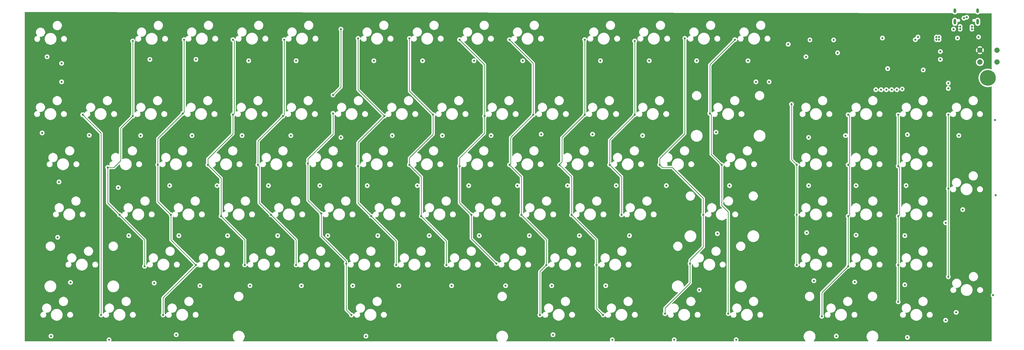
<source format=gbr>
G04 #@! TF.GenerationSoftware,KiCad,Pcbnew,8.0.6*
G04 #@! TF.CreationDate,2024-12-17T20:07:01+11:00*
G04 #@! TF.ProjectId,keyboard,6b657962-6f61-4726-942e-6b696361645f,rev?*
G04 #@! TF.SameCoordinates,Original*
G04 #@! TF.FileFunction,Copper,L3,Inr*
G04 #@! TF.FilePolarity,Positive*
%FSLAX46Y46*%
G04 Gerber Fmt 4.6, Leading zero omitted, Abs format (unit mm)*
G04 Created by KiCad (PCBNEW 8.0.6) date 2024-12-17 20:07:01*
%MOMM*%
%LPD*%
G01*
G04 APERTURE LIST*
G04 #@! TA.AperFunction,ComponentPad*
%ADD10C,6.000000*%
G04 #@! TD*
G04 #@! TA.AperFunction,ComponentPad*
%ADD11C,2.000000*%
G04 #@! TD*
G04 #@! TA.AperFunction,ComponentPad*
%ADD12O,1.000000X1.800000*%
G04 #@! TD*
G04 #@! TA.AperFunction,ComponentPad*
%ADD13O,1.000000X2.100000*%
G04 #@! TD*
G04 #@! TA.AperFunction,ViaPad*
%ADD14C,0.800000*%
G04 #@! TD*
G04 #@! TA.AperFunction,Conductor*
%ADD15C,0.250000*%
G04 #@! TD*
G04 APERTURE END LIST*
D10*
X388000000Y-47000000D03*
D11*
X391500000Y-36500000D03*
X385000000Y-36500000D03*
X391500000Y-41000000D03*
X385000000Y-41000000D03*
D12*
X375500000Y-21500000D03*
D13*
X375500000Y-25700000D03*
D12*
X384140000Y-21500000D03*
D13*
X384140000Y-25700000D03*
D14*
X370000000Y-40000000D03*
X370000000Y-37000000D03*
X373000000Y-49000000D03*
X363500000Y-44000002D03*
X51500000Y-137000000D03*
X44500000Y-61000000D03*
X63500000Y-33000000D03*
X58500000Y-99000000D03*
X54000000Y-81000000D03*
X63500000Y-61500000D03*
X68000000Y-118500000D03*
X83000000Y-32500000D03*
X87500000Y-118000000D03*
X73000000Y-80000000D03*
X75000000Y-137000000D03*
X78000000Y-99000000D03*
X82500000Y-60500000D03*
X97000000Y-99500000D03*
X101500000Y-32500000D03*
X92000000Y-80000000D03*
X101500000Y-61000000D03*
X106000000Y-118000000D03*
X111000000Y-80000000D03*
X125500000Y-118000000D03*
X116000000Y-99000000D03*
X121000000Y-32500000D03*
X120500000Y-61500000D03*
X135000000Y-98500000D03*
X146500000Y-137000000D03*
X130000000Y-79500000D03*
X139500000Y-53500000D03*
X139500000Y-60500000D03*
X142500000Y-28500000D03*
X144500000Y-117500000D03*
X149000000Y-80500000D03*
X154000000Y-99500000D03*
X149000000Y-32000000D03*
X159000000Y-61500000D03*
X163500000Y-118000000D03*
X182500000Y-118000000D03*
X173000000Y-99500000D03*
X168500000Y-32000000D03*
X168500000Y-80000000D03*
X177500000Y-61000000D03*
X201500000Y-117500000D03*
X192000000Y-99000000D03*
X187500000Y-32500000D03*
X187500000Y-80500000D03*
X197000000Y-61500000D03*
X218000000Y-137000000D03*
X211000000Y-99000000D03*
X206500000Y-80000000D03*
X215500000Y-61000000D03*
X206500000Y-32500000D03*
X220500000Y-118000000D03*
X242000000Y-137000000D03*
X235000000Y-61000000D03*
X235000000Y-32500000D03*
X230000000Y-99000000D03*
X225500000Y-80000000D03*
X239500000Y-118000000D03*
X254000000Y-33000000D03*
X249000000Y-99000000D03*
X254000000Y-61000000D03*
X244500000Y-80000000D03*
X263500000Y-80000000D03*
X280000000Y-99000000D03*
X265500000Y-136500000D03*
X275000000Y-117500000D03*
X273000000Y-32000014D03*
X292000000Y-32500000D03*
X287000000Y-80000000D03*
X282500000Y-60500000D03*
X289500000Y-136500000D03*
X315500000Y-118000000D03*
X315500000Y-99000000D03*
X315500000Y-80000000D03*
X313500000Y-57000000D03*
X335000000Y-99500000D03*
X335000000Y-61000000D03*
X335000000Y-80000000D03*
X325000000Y-137500000D03*
X335000000Y-118500000D03*
X354000000Y-99500000D03*
X354000000Y-80500000D03*
X354000000Y-118000000D03*
X354000000Y-132000000D03*
X354000000Y-61000000D03*
X373000000Y-61000000D03*
X373000000Y-89000000D03*
X373000000Y-122500000D03*
X312249991Y-34249991D03*
X345500000Y-51500000D03*
X390775000Y-63000000D03*
X347500000Y-51500000D03*
X391000000Y-91500000D03*
X349500000Y-51500000D03*
X351500000Y-51500000D03*
X372000000Y-102000000D03*
X353500000Y-51500000D03*
X390000000Y-129500000D03*
X372000000Y-139000000D03*
X355500000Y-51225000D03*
X329500000Y-32610000D03*
X331000000Y-37500000D03*
X300000000Y-48500000D03*
X305000000Y-48500000D03*
X36500000Y-41500000D03*
X36500000Y-48500000D03*
X373000000Y-51000000D03*
X350000000Y-43500000D03*
X99500000Y-106885000D03*
X233000000Y-106885000D03*
X223000000Y-144500000D03*
X125500000Y-40500000D03*
X184500000Y-125885000D03*
X58000000Y-88610000D03*
X171500000Y-87885000D03*
X292500000Y-146385000D03*
X338000000Y-87885000D03*
X266000000Y-87885000D03*
X376000000Y-136000000D03*
X209500000Y-87885000D03*
X107500000Y-40500000D03*
X357000000Y-87885000D03*
X277500000Y-40500000D03*
X290000000Y-87885000D03*
X193000000Y-40500000D03*
X285375000Y-106125000D03*
X127500000Y-125885000D03*
X238000000Y-68385000D03*
X191000000Y-87885000D03*
X356500000Y-125535000D03*
X176000000Y-106885000D03*
X199500000Y-68885000D03*
X357500000Y-145500000D03*
X32500000Y-145000000D03*
X62000000Y-106885000D03*
X369500000Y-32500000D03*
X320000000Y-69610000D03*
X156500000Y-106885000D03*
X118500000Y-106885000D03*
X71625000Y-124875000D03*
X348000000Y-31885000D03*
X105000000Y-68885000D03*
X35000000Y-107500000D03*
X382000000Y-28500000D03*
X247000000Y-87885000D03*
X35500000Y-86500000D03*
X81000000Y-106885000D03*
X241000000Y-40500000D03*
X284875000Y-67625000D03*
X95500000Y-87885000D03*
X228500000Y-87885000D03*
X47000000Y-68775000D03*
X162000000Y-68885000D03*
X245500000Y-146385000D03*
X115000000Y-87885000D03*
X77500000Y-87885000D03*
X70000000Y-40000000D03*
X297000000Y-40500000D03*
X377500000Y-27500000D03*
X337500000Y-124500000D03*
X155000000Y-40500000D03*
X152500000Y-87885000D03*
X86000000Y-68885000D03*
X269000000Y-146385000D03*
X278500000Y-127500000D03*
X205000000Y-125885000D03*
X243000000Y-125885000D03*
X173500000Y-40500000D03*
X80000000Y-144500000D03*
X356500000Y-106885000D03*
X123500000Y-68885000D03*
X320000000Y-87885000D03*
X259500000Y-40500000D03*
X368500000Y-32500000D03*
X137500000Y-106885000D03*
X87500000Y-40000000D03*
X320500000Y-32610000D03*
X376500000Y-31885000D03*
X257000000Y-68885000D03*
X338000000Y-106685000D03*
X382000000Y-27500000D03*
X322000000Y-124000000D03*
X29110000Y-67890000D03*
X357500000Y-68547500D03*
X181000000Y-68885000D03*
X54500000Y-146385000D03*
X330500000Y-145000000D03*
X142500000Y-69610000D03*
X252000000Y-106885000D03*
X164500000Y-125885000D03*
X152000000Y-145000000D03*
X375000000Y-28500000D03*
X211500000Y-40500000D03*
X368500000Y-31500000D03*
X319250000Y-105750000D03*
X39875000Y-124625000D03*
X218500000Y-68385000D03*
X66500000Y-68885000D03*
X334000000Y-68885000D03*
X31000000Y-39000000D03*
X319000000Y-39000000D03*
X377500000Y-28500000D03*
X377000000Y-68885000D03*
X108000000Y-125885000D03*
X378500000Y-97000000D03*
X134500000Y-87885000D03*
X384500000Y-31500000D03*
X89000000Y-125885000D03*
X195000000Y-106885000D03*
X369500000Y-31500000D03*
X147000000Y-125885000D03*
X214000000Y-106885000D03*
X222500000Y-125885000D03*
X145000000Y-110115000D03*
X112500000Y-71390000D03*
X131000000Y-72390000D03*
X285500000Y-129000000D03*
X292000000Y-108990000D03*
X249500000Y-144000000D03*
X368500000Y-28500000D03*
X327500000Y-128765000D03*
X169500000Y-72115000D03*
X82500000Y-144000000D03*
X65000000Y-91115000D03*
X74000000Y-72115000D03*
X258875000Y-110625000D03*
X376499997Y-27500000D03*
X135000000Y-129115000D03*
X355012500Y-35487500D03*
X159500000Y-91115000D03*
X342350000Y-72150000D03*
X160500000Y-44615000D03*
X250000000Y-129398900D03*
X369500000Y-27500000D03*
X364500000Y-90390000D03*
X225500000Y-144000000D03*
X383500000Y-100000000D03*
X131500000Y-44615000D03*
X107000000Y-110115000D03*
X178500000Y-91115000D03*
X141000000Y-91115000D03*
X264000000Y-72115000D03*
X188000000Y-71790000D03*
X84500000Y-91115000D03*
X154000000Y-144000000D03*
X230000000Y-129115000D03*
X283500000Y-44500000D03*
X47999983Y-128999983D03*
X365000000Y-128000000D03*
X208000000Y-71615000D03*
X183500000Y-110115000D03*
X221500000Y-110115000D03*
X383034153Y-27524246D03*
X54000000Y-72115000D03*
X42137300Y-110862700D03*
X345500000Y-90390000D03*
X364000000Y-109390000D03*
X296500000Y-90500000D03*
X246000000Y-44615000D03*
X78500000Y-129115000D03*
X292000000Y-72115000D03*
X35000000Y-144000000D03*
X94000000Y-44615000D03*
X217000000Y-44615000D03*
X227500000Y-72115000D03*
X150000000Y-72115000D03*
X364500000Y-72615000D03*
X297000000Y-144000000D03*
X369500000Y-28500000D03*
X326500000Y-91115000D03*
X212500000Y-129500000D03*
X368500000Y-27500000D03*
X164500000Y-110115000D03*
X88500000Y-110115000D03*
X345500000Y-110115000D03*
X326000000Y-110115000D03*
X58500000Y-144000000D03*
X326738336Y-34693652D03*
X41500000Y-91115000D03*
X240500000Y-110115000D03*
X103000000Y-91115000D03*
X254500000Y-91115000D03*
X302400000Y-45100000D03*
X235500000Y-91115000D03*
X97000000Y-129000000D03*
X154500000Y-129115000D03*
X245500000Y-72115000D03*
X381190000Y-36000000D03*
X327500000Y-71790000D03*
X383500000Y-140000000D03*
X383400000Y-73100000D03*
X192500000Y-129000000D03*
X172500000Y-129115000D03*
X333500000Y-144000000D03*
X273000000Y-144000000D03*
X116000000Y-129115000D03*
X202500000Y-110115000D03*
X376500000Y-28500000D03*
X198500000Y-44615000D03*
X375500000Y-35000000D03*
X35500000Y-44615000D03*
X197500000Y-91115000D03*
X74000000Y-44615000D03*
X216500000Y-91115000D03*
X122000000Y-91115000D03*
X265500000Y-44615000D03*
X365500000Y-146000000D03*
X179500000Y-44615000D03*
X126500000Y-110115000D03*
X383000000Y-28500000D03*
X93000000Y-72115000D03*
X113000000Y-44615000D03*
X35500000Y-72115000D03*
X273000000Y-90500000D03*
X341500000Y-129500000D03*
X69500000Y-110115000D03*
X380000000Y-24000000D03*
X360500000Y-32500000D03*
X378951992Y-24325000D03*
X361500000Y-31500000D03*
D15*
X51500000Y-68000000D02*
X44500000Y-61000000D01*
X51500000Y-137000000D02*
X51500000Y-68000000D01*
X63500000Y-33000000D02*
X63500000Y-61500000D01*
X58915000Y-66085000D02*
X58915000Y-78397767D01*
X58500000Y-99000000D02*
X68000000Y-108500000D01*
X58915000Y-78397767D02*
X56287767Y-81025000D01*
X63500000Y-61500000D02*
X58915000Y-66085000D01*
X54025000Y-81025000D02*
X54000000Y-81000000D01*
X54000000Y-81000000D02*
X54000000Y-94500000D01*
X56287767Y-81025000D02*
X54025000Y-81025000D01*
X54000000Y-94500000D02*
X58500000Y-99000000D01*
X68000000Y-108500000D02*
X68000000Y-118500000D01*
X82500000Y-60500000D02*
X73000000Y-70000000D01*
X75000000Y-130500000D02*
X75000000Y-137000000D01*
X78000000Y-108500000D02*
X87500000Y-118000000D01*
X87500000Y-118000000D02*
X75000000Y-130500000D01*
X73000000Y-94000000D02*
X78000000Y-99000000D01*
X83000000Y-60000000D02*
X82500000Y-60500000D01*
X73000000Y-70000000D02*
X73000000Y-80000000D01*
X83000000Y-32500000D02*
X83000000Y-60000000D01*
X78000000Y-99000000D02*
X78000000Y-108500000D01*
X73000000Y-80000000D02*
X73000000Y-94000000D01*
X102000000Y-33000000D02*
X101500000Y-32500000D01*
X106000000Y-118000000D02*
X106000000Y-108500000D01*
X92000000Y-80000000D02*
X92000000Y-77723350D01*
X97000000Y-99500000D02*
X97000000Y-85000000D01*
X106000000Y-108500000D02*
X97000000Y-99500000D01*
X101500000Y-68223350D02*
X101500000Y-61000000D01*
X102000000Y-60500000D02*
X102000000Y-33000000D01*
X97000000Y-85000000D02*
X92000000Y-80000000D01*
X92000000Y-77723350D02*
X101500000Y-68223350D01*
X101500000Y-61000000D02*
X102000000Y-60500000D01*
X116000000Y-99000000D02*
X125500000Y-108500000D01*
X121000000Y-61000000D02*
X120500000Y-61500000D01*
X111500000Y-94500000D02*
X116000000Y-99000000D01*
X125500000Y-108500000D02*
X125500000Y-118000000D01*
X111000000Y-80000000D02*
X111500000Y-80500000D01*
X111500000Y-80500000D02*
X111500000Y-94500000D01*
X121000000Y-32500000D02*
X121000000Y-61000000D01*
X111000000Y-71000000D02*
X111000000Y-80000000D01*
X120500000Y-61500000D02*
X111000000Y-71000000D01*
X135000000Y-107000000D02*
X135000000Y-98500000D01*
X144500000Y-116500000D02*
X135000000Y-107000000D01*
X135000000Y-98500000D02*
X130000000Y-93500000D01*
X142500000Y-28500000D02*
X142500000Y-50500000D01*
X130000000Y-93500000D02*
X130000000Y-79500000D01*
X130000000Y-77823350D02*
X139500000Y-68323350D01*
X130000000Y-79500000D02*
X130000000Y-77823350D01*
X146500000Y-137000000D02*
X144500000Y-135000000D01*
X142500000Y-50500000D02*
X139500000Y-53500000D01*
X139500000Y-68323350D02*
X139500000Y-60500000D01*
X144500000Y-135000000D02*
X144500000Y-117500000D01*
X144500000Y-117500000D02*
X144500000Y-116500000D01*
X149000000Y-71500000D02*
X149000000Y-80500000D01*
X149000000Y-32000000D02*
X149000000Y-51500000D01*
X163500000Y-109000000D02*
X163500000Y-118000000D01*
X149000000Y-94500000D02*
X154000000Y-99500000D01*
X154000000Y-99500000D02*
X163500000Y-109000000D01*
X149000000Y-80500000D02*
X149000000Y-94500000D01*
X149000000Y-51500000D02*
X159000000Y-61500000D01*
X159000000Y-61500000D02*
X149000000Y-71500000D01*
X177500000Y-68423350D02*
X177500000Y-61000000D01*
X182500000Y-109000000D02*
X173000000Y-99500000D01*
X168500000Y-80000000D02*
X168500000Y-77423350D01*
X168500000Y-52000000D02*
X168500000Y-32000000D01*
X173000000Y-99500000D02*
X173000000Y-84500000D01*
X177500000Y-61000000D02*
X168500000Y-52000000D01*
X173000000Y-84500000D02*
X168500000Y-80000000D01*
X168500000Y-77423350D02*
X177500000Y-68423350D01*
X182500000Y-118000000D02*
X182500000Y-109000000D01*
X187500000Y-80500000D02*
X187500000Y-94500000D01*
X187500000Y-32500000D02*
X197000000Y-42000000D01*
X187500000Y-94500000D02*
X192000000Y-99000000D01*
X196973350Y-68000000D02*
X187500000Y-77473350D01*
X197000000Y-68000000D02*
X196973350Y-68000000D01*
X197000000Y-42000000D02*
X197000000Y-61500000D01*
X192000000Y-99000000D02*
X192000000Y-108000000D01*
X192000000Y-108000000D02*
X201500000Y-117500000D01*
X187500000Y-77473350D02*
X187500000Y-80500000D01*
X197000000Y-61500000D02*
X197000000Y-68000000D01*
X206920000Y-79580000D02*
X206920000Y-69580000D01*
X218000000Y-137000000D02*
X218000000Y-120500000D01*
X211000000Y-84500000D02*
X206500000Y-80000000D01*
X220500000Y-108500000D02*
X211000000Y-99000000D01*
X206500000Y-80000000D02*
X206920000Y-79580000D01*
X206920000Y-69580000D02*
X215500000Y-61000000D01*
X211000000Y-99000000D02*
X211000000Y-84500000D01*
X220500000Y-118000000D02*
X220500000Y-108500000D01*
X215500000Y-41500000D02*
X206500000Y-32500000D01*
X215500000Y-61000000D02*
X215500000Y-41500000D01*
X218000000Y-120500000D02*
X220500000Y-118000000D01*
X239500000Y-118000000D02*
X239500000Y-134500000D01*
X235000000Y-32500000D02*
X235000000Y-61000000D01*
X230000000Y-99000000D02*
X239500000Y-108500000D01*
X225500000Y-79727233D02*
X225500000Y-80000000D01*
X226363616Y-69636384D02*
X226363616Y-78863617D01*
X226363616Y-78863617D02*
X225500000Y-79727233D01*
X239500000Y-134500000D02*
X242000000Y-137000000D01*
X230000000Y-84500000D02*
X230000000Y-99000000D01*
X225500000Y-80000000D02*
X230000000Y-84500000D01*
X235000000Y-61000000D02*
X226363616Y-69636384D01*
X239500000Y-108500000D02*
X239500000Y-118000000D01*
X244500000Y-80000000D02*
X249000000Y-84500000D01*
X244500000Y-80000000D02*
X244500000Y-70500000D01*
X254000000Y-61000000D02*
X254000000Y-33000000D01*
X249000000Y-84500000D02*
X249000000Y-99000000D01*
X244500000Y-70500000D02*
X254000000Y-61000000D01*
X263500000Y-80000000D02*
X263500000Y-77673350D01*
X280000000Y-99000000D02*
X280000000Y-92725131D01*
X280000000Y-111179600D02*
X280000000Y-99000000D01*
X273000000Y-33500000D02*
X273000000Y-32000000D01*
X265500000Y-134348381D02*
X275000000Y-124848381D01*
X275000000Y-117500000D02*
X275000000Y-116179600D01*
X275000000Y-124848381D02*
X275000000Y-117500000D01*
X263500000Y-77673350D02*
X273000000Y-68173350D01*
X273000000Y-68173350D02*
X273000000Y-33500000D01*
X275000000Y-116179600D02*
X280000000Y-111179600D01*
X273000000Y-33500000D02*
X273000000Y-32500000D01*
X280000000Y-92725131D02*
X268299869Y-81025000D01*
X264525000Y-81025000D02*
X263500000Y-80000000D01*
X273000000Y-32500000D02*
X273000000Y-32000014D01*
X265500000Y-136500000D02*
X265500000Y-134348381D01*
X268299869Y-81025000D02*
X264525000Y-81025000D01*
X287000000Y-80000000D02*
X287000000Y-95406119D01*
X282500000Y-42000000D02*
X282500000Y-60500000D01*
X282500000Y-60500000D02*
X283000000Y-61000000D01*
X283000000Y-76000000D02*
X287000000Y-80000000D01*
X283000000Y-61000000D02*
X283000000Y-76000000D01*
X287000000Y-95406119D02*
X289500000Y-97906119D01*
X289500000Y-97906119D02*
X289500000Y-136500000D01*
X292000000Y-32500000D02*
X282500000Y-42000000D01*
X313500000Y-57000000D02*
X313500000Y-78000000D01*
X313500000Y-78000000D02*
X315500000Y-80000000D01*
X315500000Y-80000000D02*
X315500000Y-99000000D01*
X315500000Y-99000000D02*
X315500000Y-118000000D01*
X335500000Y-80500000D02*
X335000000Y-80000000D01*
X335500000Y-61500000D02*
X335000000Y-61000000D01*
X325000000Y-137500000D02*
X325000000Y-128500000D01*
X335500000Y-99000000D02*
X335500000Y-80500000D01*
X335000000Y-99500000D02*
X335500000Y-99000000D01*
X335000000Y-80000000D02*
X335500000Y-79500000D01*
X325000000Y-128500000D02*
X335000000Y-118500000D01*
X335000000Y-118500000D02*
X335000000Y-99500000D01*
X335500000Y-79500000D02*
X335500000Y-61500000D01*
X354500000Y-99000000D02*
X354000000Y-99500000D01*
X354500000Y-81000000D02*
X354500000Y-99000000D01*
X354000000Y-80500000D02*
X354500000Y-81000000D01*
X354000000Y-99500000D02*
X354000000Y-118000000D01*
X354000000Y-61000000D02*
X354000000Y-80500000D01*
X354000000Y-118000000D02*
X354000000Y-132000000D01*
X373000000Y-122500000D02*
X373000000Y-89000000D01*
X373000000Y-89000000D02*
X373000000Y-61000000D01*
G04 #@! TA.AperFunction,Conductor*
G36*
X374608332Y-22479711D02*
G01*
X374675340Y-22499486D01*
X374711261Y-22534820D01*
X374716648Y-22542883D01*
X374857115Y-22683350D01*
X374857119Y-22683353D01*
X375022289Y-22793717D01*
X375022295Y-22793720D01*
X375022296Y-22793721D01*
X375205831Y-22869744D01*
X375400666Y-22908499D01*
X375400670Y-22908500D01*
X375400671Y-22908500D01*
X375599330Y-22908500D01*
X375599331Y-22908499D01*
X375794169Y-22869744D01*
X375977704Y-22793721D01*
X376142881Y-22683353D01*
X376283353Y-22542881D01*
X376287114Y-22537251D01*
X376340724Y-22492445D01*
X376390384Y-22482139D01*
X383256203Y-22491493D01*
X383323212Y-22511268D01*
X383351575Y-22539163D01*
X383352783Y-22538173D01*
X383356649Y-22542884D01*
X383497115Y-22683350D01*
X383497119Y-22683353D01*
X383662289Y-22793717D01*
X383662295Y-22793720D01*
X383662296Y-22793721D01*
X383845831Y-22869744D01*
X384040666Y-22908499D01*
X384040670Y-22908500D01*
X384040671Y-22908500D01*
X384239330Y-22908500D01*
X384239331Y-22908499D01*
X384434169Y-22869744D01*
X384617704Y-22793721D01*
X384782881Y-22683353D01*
X384923353Y-22542881D01*
X384923357Y-22542874D01*
X384926347Y-22539233D01*
X384984093Y-22499899D01*
X385022363Y-22493899D01*
X389376169Y-22499831D01*
X389443182Y-22519607D01*
X389488864Y-22572473D01*
X389500000Y-22623831D01*
X389500000Y-43637262D01*
X389480315Y-43704301D01*
X389427511Y-43750056D01*
X389358353Y-43760000D01*
X389331563Y-43753026D01*
X389085684Y-43658642D01*
X389085676Y-43658640D01*
X389085674Y-43658639D01*
X388730459Y-43563459D01*
X388730455Y-43563458D01*
X388730454Y-43563458D01*
X388367242Y-43505931D01*
X388000001Y-43486685D01*
X387999999Y-43486685D01*
X387632757Y-43505931D01*
X387269546Y-43563458D01*
X387269544Y-43563458D01*
X386914318Y-43658641D01*
X386571002Y-43790428D01*
X386243338Y-43957382D01*
X385934926Y-44157666D01*
X385649137Y-44389094D01*
X385649129Y-44389101D01*
X385389101Y-44649129D01*
X385389094Y-44649137D01*
X385157666Y-44934926D01*
X384957382Y-45243338D01*
X384790428Y-45571002D01*
X384658641Y-45914318D01*
X384563458Y-46269544D01*
X384563458Y-46269546D01*
X384505931Y-46632757D01*
X384486685Y-46999999D01*
X384486685Y-47000000D01*
X384505931Y-47367242D01*
X384560042Y-47708883D01*
X384563459Y-47730459D01*
X384625783Y-47963056D01*
X384658641Y-48085681D01*
X384790428Y-48428997D01*
X384957382Y-48756662D01*
X385157666Y-49065073D01*
X385249814Y-49178866D01*
X385389098Y-49350867D01*
X385649133Y-49610902D01*
X385808313Y-49739804D01*
X385934926Y-49842333D01*
X386219189Y-50026935D01*
X386243342Y-50042620D01*
X386571006Y-50209573D01*
X386914326Y-50341361D01*
X387269541Y-50436541D01*
X387632759Y-50494069D01*
X387979688Y-50512250D01*
X387999999Y-50513315D01*
X388000000Y-50513315D01*
X388000001Y-50513315D01*
X388019247Y-50512306D01*
X388367241Y-50494069D01*
X388730459Y-50436541D01*
X389085674Y-50341361D01*
X389331563Y-50246972D01*
X389401203Y-50241325D01*
X389462842Y-50274225D01*
X389496910Y-50335226D01*
X389500000Y-50362737D01*
X389500000Y-128677122D01*
X389480315Y-128744161D01*
X389448886Y-128777439D01*
X389388750Y-128821131D01*
X389388746Y-128821134D01*
X389260959Y-128963057D01*
X389165473Y-129128443D01*
X389165470Y-129128450D01*
X389106459Y-129310068D01*
X389106458Y-129310072D01*
X389086496Y-129500000D01*
X389106458Y-129689928D01*
X389106459Y-129689931D01*
X389165470Y-129871549D01*
X389165473Y-129871556D01*
X389260960Y-130036944D01*
X389278395Y-130056307D01*
X389388741Y-130178861D01*
X389388746Y-130178865D01*
X389388747Y-130178866D01*
X389448886Y-130222559D01*
X389491551Y-130277887D01*
X389500000Y-130322876D01*
X389500000Y-146876000D01*
X389480315Y-146943039D01*
X389427511Y-146988794D01*
X389376000Y-147000000D01*
X345903924Y-147000000D01*
X345836885Y-146980315D01*
X345791130Y-146927511D01*
X345781186Y-146858353D01*
X345810211Y-146794797D01*
X345816243Y-146788319D01*
X345941545Y-146663016D01*
X345941550Y-146663011D01*
X346120655Y-146429597D01*
X346267761Y-146174803D01*
X346306436Y-146081434D01*
X346380347Y-145902994D01*
X346380346Y-145902994D01*
X346380350Y-145902987D01*
X346456498Y-145618800D01*
X346472138Y-145500000D01*
X356586496Y-145500000D01*
X356606458Y-145689928D01*
X356606459Y-145689931D01*
X356665470Y-145871549D01*
X356665473Y-145871556D01*
X356760960Y-146036944D01*
X356801019Y-146081434D01*
X356885088Y-146174803D01*
X356888747Y-146178866D01*
X357043248Y-146291118D01*
X357217712Y-146368794D01*
X357404513Y-146408500D01*
X357595487Y-146408500D01*
X357782288Y-146368794D01*
X357956752Y-146291118D01*
X358111253Y-146178866D01*
X358239040Y-146036944D01*
X358334527Y-145871556D01*
X358393542Y-145689928D01*
X358413504Y-145500000D01*
X358393542Y-145310072D01*
X358334527Y-145128444D01*
X358239040Y-144963056D01*
X358111253Y-144821134D01*
X357956752Y-144708882D01*
X357782288Y-144631206D01*
X357782286Y-144631205D01*
X357595487Y-144591500D01*
X357404513Y-144591500D01*
X357217714Y-144631205D01*
X357043246Y-144708883D01*
X356888745Y-144821135D01*
X356760959Y-144963057D01*
X356665473Y-145128443D01*
X356665470Y-145128450D01*
X356606459Y-145310068D01*
X356606458Y-145310072D01*
X356586496Y-145500000D01*
X346472138Y-145500000D01*
X346494900Y-145327106D01*
X346494900Y-145032894D01*
X346456498Y-144741200D01*
X346380350Y-144457013D01*
X346319484Y-144310068D01*
X346267765Y-144185205D01*
X346267757Y-144185189D01*
X346120659Y-143930410D01*
X346120655Y-143930403D01*
X345941550Y-143696989D01*
X345941545Y-143696983D01*
X345733516Y-143488954D01*
X345733509Y-143488948D01*
X345500105Y-143309851D01*
X345500103Y-143309849D01*
X345500097Y-143309845D01*
X345500092Y-143309842D01*
X345500089Y-143309840D01*
X345245310Y-143162742D01*
X345245294Y-143162734D01*
X344973494Y-143050152D01*
X344689296Y-142974001D01*
X344397616Y-142935601D01*
X344397611Y-142935600D01*
X344397606Y-142935600D01*
X344103394Y-142935600D01*
X344103388Y-142935600D01*
X344103383Y-142935601D01*
X343811703Y-142974001D01*
X343527505Y-143050152D01*
X343255705Y-143162734D01*
X343255689Y-143162742D01*
X343000910Y-143309840D01*
X343000894Y-143309851D01*
X342767490Y-143488948D01*
X342767483Y-143488954D01*
X342559454Y-143696983D01*
X342559448Y-143696990D01*
X342380351Y-143930394D01*
X342380340Y-143930410D01*
X342233242Y-144185189D01*
X342233234Y-144185205D01*
X342120652Y-144457005D01*
X342044501Y-144741203D01*
X342006101Y-145032883D01*
X342006100Y-145032900D01*
X342006100Y-145327099D01*
X342006101Y-145327116D01*
X342041221Y-145593883D01*
X342044502Y-145618800D01*
X342105931Y-145848057D01*
X342120652Y-145902994D01*
X342233234Y-146174794D01*
X342233242Y-146174810D01*
X342380340Y-146429589D01*
X342380351Y-146429605D01*
X342559448Y-146663009D01*
X342559454Y-146663016D01*
X342684757Y-146788319D01*
X342718242Y-146849642D01*
X342713258Y-146919334D01*
X342671386Y-146975267D01*
X342605922Y-146999684D01*
X342597076Y-147000000D01*
X322027924Y-147000000D01*
X321960885Y-146980315D01*
X321915130Y-146927511D01*
X321905186Y-146858353D01*
X321934211Y-146794797D01*
X321940243Y-146788319D01*
X322065545Y-146663016D01*
X322065550Y-146663011D01*
X322244655Y-146429597D01*
X322391761Y-146174803D01*
X322430436Y-146081434D01*
X322504347Y-145902994D01*
X322504346Y-145902994D01*
X322504350Y-145902987D01*
X322580498Y-145618800D01*
X322618900Y-145327106D01*
X322618900Y-145032894D01*
X322614569Y-145000000D01*
X329586496Y-145000000D01*
X329606458Y-145189928D01*
X329606459Y-145189931D01*
X329665470Y-145371549D01*
X329665473Y-145371556D01*
X329760960Y-145536944D01*
X329888747Y-145678866D01*
X330043248Y-145791118D01*
X330217712Y-145868794D01*
X330404513Y-145908500D01*
X330595487Y-145908500D01*
X330782288Y-145868794D01*
X330956752Y-145791118D01*
X331111253Y-145678866D01*
X331239040Y-145536944D01*
X331334527Y-145371556D01*
X331393542Y-145189928D01*
X331413504Y-145000000D01*
X331393542Y-144810072D01*
X331334527Y-144628444D01*
X331239040Y-144463056D01*
X331111253Y-144321134D01*
X330956752Y-144208882D01*
X330782288Y-144131206D01*
X330782286Y-144131205D01*
X330595487Y-144091500D01*
X330404513Y-144091500D01*
X330217714Y-144131205D01*
X330043246Y-144208883D01*
X329888745Y-144321135D01*
X329760959Y-144463057D01*
X329665473Y-144628443D01*
X329665470Y-144628450D01*
X329606459Y-144810068D01*
X329606458Y-144810072D01*
X329586496Y-145000000D01*
X322614569Y-145000000D01*
X322580498Y-144741200D01*
X322504350Y-144457013D01*
X322443484Y-144310068D01*
X322391765Y-144185205D01*
X322391757Y-144185189D01*
X322244659Y-143930410D01*
X322244655Y-143930403D01*
X322065550Y-143696989D01*
X322065545Y-143696983D01*
X321857516Y-143488954D01*
X321857509Y-143488948D01*
X321624105Y-143309851D01*
X321624103Y-143309849D01*
X321624097Y-143309845D01*
X321624092Y-143309842D01*
X321624089Y-143309840D01*
X321369310Y-143162742D01*
X321369294Y-143162734D01*
X321097494Y-143050152D01*
X320813296Y-142974001D01*
X320521616Y-142935601D01*
X320521611Y-142935600D01*
X320521606Y-142935600D01*
X320227394Y-142935600D01*
X320227388Y-142935600D01*
X320227383Y-142935601D01*
X319935703Y-142974001D01*
X319651505Y-143050152D01*
X319379705Y-143162734D01*
X319379689Y-143162742D01*
X319124910Y-143309840D01*
X319124894Y-143309851D01*
X318891490Y-143488948D01*
X318891483Y-143488954D01*
X318683454Y-143696983D01*
X318683448Y-143696990D01*
X318504351Y-143930394D01*
X318504340Y-143930410D01*
X318357242Y-144185189D01*
X318357234Y-144185205D01*
X318244652Y-144457005D01*
X318168501Y-144741203D01*
X318130101Y-145032883D01*
X318130100Y-145032900D01*
X318130100Y-145327099D01*
X318130101Y-145327116D01*
X318165221Y-145593883D01*
X318168502Y-145618800D01*
X318229931Y-145848057D01*
X318244652Y-145902994D01*
X318357234Y-146174794D01*
X318357242Y-146174810D01*
X318504340Y-146429589D01*
X318504351Y-146429605D01*
X318683448Y-146663009D01*
X318683454Y-146663016D01*
X318808757Y-146788319D01*
X318842242Y-146849642D01*
X318837258Y-146919334D01*
X318795386Y-146975267D01*
X318729922Y-146999684D01*
X318721076Y-147000000D01*
X293408749Y-147000000D01*
X293341710Y-146980315D01*
X293295955Y-146927511D01*
X293286011Y-146858353D01*
X293301361Y-146814001D01*
X293334527Y-146756556D01*
X293393542Y-146574928D01*
X293413504Y-146385000D01*
X293393542Y-146195072D01*
X293334527Y-146013444D01*
X293239040Y-145848056D01*
X293111253Y-145706134D01*
X292956752Y-145593882D01*
X292782288Y-145516206D01*
X292782286Y-145516205D01*
X292595487Y-145476500D01*
X292404513Y-145476500D01*
X292217714Y-145516205D01*
X292043246Y-145593883D01*
X291888745Y-145706135D01*
X291760959Y-145848057D01*
X291665473Y-146013443D01*
X291665470Y-146013450D01*
X291606459Y-146195068D01*
X291606458Y-146195072D01*
X291586496Y-146385000D01*
X291606458Y-146574928D01*
X291606459Y-146574931D01*
X291665470Y-146756549D01*
X291665472Y-146756553D01*
X291665473Y-146756556D01*
X291698639Y-146814001D01*
X291715111Y-146881901D01*
X291692258Y-146947928D01*
X291637336Y-146991118D01*
X291591251Y-147000000D01*
X269908749Y-147000000D01*
X269841710Y-146980315D01*
X269795955Y-146927511D01*
X269786011Y-146858353D01*
X269801361Y-146814001D01*
X269834527Y-146756556D01*
X269893542Y-146574928D01*
X269913504Y-146385000D01*
X269893542Y-146195072D01*
X269834527Y-146013444D01*
X269739040Y-145848056D01*
X269611253Y-145706134D01*
X269456752Y-145593882D01*
X269282288Y-145516206D01*
X269282286Y-145516205D01*
X269095487Y-145476500D01*
X268904513Y-145476500D01*
X268717714Y-145516205D01*
X268543246Y-145593883D01*
X268388745Y-145706135D01*
X268260959Y-145848057D01*
X268165473Y-146013443D01*
X268165470Y-146013450D01*
X268106459Y-146195068D01*
X268106458Y-146195072D01*
X268086496Y-146385000D01*
X268106458Y-146574928D01*
X268106459Y-146574931D01*
X268165470Y-146756549D01*
X268165472Y-146756553D01*
X268165473Y-146756556D01*
X268198639Y-146814001D01*
X268215111Y-146881901D01*
X268192258Y-146947928D01*
X268137336Y-146991118D01*
X268091251Y-147000000D01*
X246408749Y-147000000D01*
X246341710Y-146980315D01*
X246295955Y-146927511D01*
X246286011Y-146858353D01*
X246301361Y-146814001D01*
X246334527Y-146756556D01*
X246393542Y-146574928D01*
X246413504Y-146385000D01*
X246393542Y-146195072D01*
X246334527Y-146013444D01*
X246239040Y-145848056D01*
X246111253Y-145706134D01*
X245956752Y-145593882D01*
X245782288Y-145516206D01*
X245782286Y-145516205D01*
X245595487Y-145476500D01*
X245404513Y-145476500D01*
X245217714Y-145516205D01*
X245043246Y-145593883D01*
X244888745Y-145706135D01*
X244760959Y-145848057D01*
X244665473Y-146013443D01*
X244665470Y-146013450D01*
X244606459Y-146195068D01*
X244606458Y-146195072D01*
X244586496Y-146385000D01*
X244606458Y-146574928D01*
X244606459Y-146574931D01*
X244665470Y-146756549D01*
X244665472Y-146756553D01*
X244665473Y-146756556D01*
X244698639Y-146814001D01*
X244715111Y-146881901D01*
X244692258Y-146947928D01*
X244637336Y-146991118D01*
X244591251Y-147000000D01*
X205372074Y-147000000D01*
X205305035Y-146980315D01*
X205259280Y-146927511D01*
X205249336Y-146858353D01*
X205278361Y-146794797D01*
X205284393Y-146788319D01*
X205409695Y-146663016D01*
X205409700Y-146663011D01*
X205588805Y-146429597D01*
X205735911Y-146174803D01*
X205774586Y-146081434D01*
X205848497Y-145902994D01*
X205848496Y-145902994D01*
X205848500Y-145902987D01*
X205924648Y-145618800D01*
X205963050Y-145327106D01*
X205963050Y-145032894D01*
X205924648Y-144741200D01*
X205860018Y-144500000D01*
X222086496Y-144500000D01*
X222106458Y-144689928D01*
X222106459Y-144689931D01*
X222165470Y-144871549D01*
X222165473Y-144871556D01*
X222260960Y-145036944D01*
X222388747Y-145178866D01*
X222543248Y-145291118D01*
X222717712Y-145368794D01*
X222904513Y-145408500D01*
X223095487Y-145408500D01*
X223282288Y-145368794D01*
X223456752Y-145291118D01*
X223611253Y-145178866D01*
X223739040Y-145036944D01*
X223834527Y-144871556D01*
X223893542Y-144689928D01*
X223913504Y-144500000D01*
X223893542Y-144310072D01*
X223834527Y-144128444D01*
X223739040Y-143963056D01*
X223611253Y-143821134D01*
X223456752Y-143708882D01*
X223282288Y-143631206D01*
X223282286Y-143631205D01*
X223095487Y-143591500D01*
X222904513Y-143591500D01*
X222717714Y-143631205D01*
X222543246Y-143708883D01*
X222388745Y-143821135D01*
X222260959Y-143963057D01*
X222165473Y-144128443D01*
X222165470Y-144128450D01*
X222106459Y-144310068D01*
X222106458Y-144310072D01*
X222086496Y-144500000D01*
X205860018Y-144500000D01*
X205848500Y-144457013D01*
X205787634Y-144310068D01*
X205735915Y-144185205D01*
X205735907Y-144185189D01*
X205588809Y-143930410D01*
X205588805Y-143930403D01*
X205409700Y-143696989D01*
X205409695Y-143696983D01*
X205201666Y-143488954D01*
X205201659Y-143488948D01*
X204968255Y-143309851D01*
X204968253Y-143309849D01*
X204968247Y-143309845D01*
X204968242Y-143309842D01*
X204968239Y-143309840D01*
X204713460Y-143162742D01*
X204713444Y-143162734D01*
X204441644Y-143050152D01*
X204157446Y-142974001D01*
X203865766Y-142935601D01*
X203865761Y-142935600D01*
X203865756Y-142935600D01*
X203571544Y-142935600D01*
X203571538Y-142935600D01*
X203571533Y-142935601D01*
X203279853Y-142974001D01*
X202995655Y-143050152D01*
X202723855Y-143162734D01*
X202723839Y-143162742D01*
X202469060Y-143309840D01*
X202469044Y-143309851D01*
X202235640Y-143488948D01*
X202235633Y-143488954D01*
X202027604Y-143696983D01*
X202027598Y-143696990D01*
X201848501Y-143930394D01*
X201848490Y-143930410D01*
X201701392Y-144185189D01*
X201701384Y-144185205D01*
X201588802Y-144457005D01*
X201512651Y-144741203D01*
X201474251Y-145032883D01*
X201474250Y-145032900D01*
X201474250Y-145327099D01*
X201474251Y-145327116D01*
X201509371Y-145593883D01*
X201512652Y-145618800D01*
X201574081Y-145848057D01*
X201588802Y-145902994D01*
X201701384Y-146174794D01*
X201701392Y-146174810D01*
X201848490Y-146429589D01*
X201848501Y-146429605D01*
X202027598Y-146663009D01*
X202027604Y-146663016D01*
X202152907Y-146788319D01*
X202186392Y-146849642D01*
X202181408Y-146919334D01*
X202139536Y-146975267D01*
X202074072Y-146999684D01*
X202065226Y-147000000D01*
X105372274Y-147000000D01*
X105305235Y-146980315D01*
X105259480Y-146927511D01*
X105249536Y-146858353D01*
X105278561Y-146794797D01*
X105284593Y-146788319D01*
X105409895Y-146663016D01*
X105409900Y-146663011D01*
X105589005Y-146429597D01*
X105736111Y-146174803D01*
X105774786Y-146081434D01*
X105848697Y-145902994D01*
X105848696Y-145902994D01*
X105848700Y-145902987D01*
X105924848Y-145618800D01*
X105963250Y-145327106D01*
X105963250Y-145032894D01*
X105958919Y-145000000D01*
X151086496Y-145000000D01*
X151106458Y-145189928D01*
X151106459Y-145189931D01*
X151165470Y-145371549D01*
X151165473Y-145371556D01*
X151260960Y-145536944D01*
X151388747Y-145678866D01*
X151543248Y-145791118D01*
X151717712Y-145868794D01*
X151904513Y-145908500D01*
X152095487Y-145908500D01*
X152282288Y-145868794D01*
X152456752Y-145791118D01*
X152611253Y-145678866D01*
X152739040Y-145536944D01*
X152834527Y-145371556D01*
X152893542Y-145189928D01*
X152913504Y-145000000D01*
X152893542Y-144810072D01*
X152834527Y-144628444D01*
X152739040Y-144463056D01*
X152611253Y-144321134D01*
X152456752Y-144208882D01*
X152282288Y-144131206D01*
X152282286Y-144131205D01*
X152095487Y-144091500D01*
X151904513Y-144091500D01*
X151717714Y-144131205D01*
X151543246Y-144208883D01*
X151388745Y-144321135D01*
X151260959Y-144463057D01*
X151165473Y-144628443D01*
X151165470Y-144628450D01*
X151106459Y-144810068D01*
X151106458Y-144810072D01*
X151086496Y-145000000D01*
X105958919Y-145000000D01*
X105924848Y-144741200D01*
X105848700Y-144457013D01*
X105787834Y-144310068D01*
X105736115Y-144185205D01*
X105736107Y-144185189D01*
X105589009Y-143930410D01*
X105589005Y-143930403D01*
X105409900Y-143696989D01*
X105409895Y-143696983D01*
X105201866Y-143488954D01*
X105201859Y-143488948D01*
X104968455Y-143309851D01*
X104968453Y-143309849D01*
X104968447Y-143309845D01*
X104968442Y-143309842D01*
X104968439Y-143309840D01*
X104713660Y-143162742D01*
X104713644Y-143162734D01*
X104441844Y-143050152D01*
X104157646Y-142974001D01*
X103865966Y-142935601D01*
X103865961Y-142935600D01*
X103865956Y-142935600D01*
X103571744Y-142935600D01*
X103571738Y-142935600D01*
X103571733Y-142935601D01*
X103280053Y-142974001D01*
X102995855Y-143050152D01*
X102724055Y-143162734D01*
X102724039Y-143162742D01*
X102469260Y-143309840D01*
X102469244Y-143309851D01*
X102235840Y-143488948D01*
X102235833Y-143488954D01*
X102027804Y-143696983D01*
X102027798Y-143696990D01*
X101848701Y-143930394D01*
X101848690Y-143930410D01*
X101701592Y-144185189D01*
X101701584Y-144185205D01*
X101589002Y-144457005D01*
X101512851Y-144741203D01*
X101474451Y-145032883D01*
X101474450Y-145032900D01*
X101474450Y-145327099D01*
X101474451Y-145327116D01*
X101509571Y-145593883D01*
X101512852Y-145618800D01*
X101574281Y-145848057D01*
X101589002Y-145902994D01*
X101701584Y-146174794D01*
X101701592Y-146174810D01*
X101848690Y-146429589D01*
X101848701Y-146429605D01*
X102027798Y-146663009D01*
X102027804Y-146663016D01*
X102153107Y-146788319D01*
X102186592Y-146849642D01*
X102181608Y-146919334D01*
X102139736Y-146975267D01*
X102074272Y-146999684D01*
X102065426Y-147000000D01*
X55408749Y-147000000D01*
X55341710Y-146980315D01*
X55295955Y-146927511D01*
X55286011Y-146858353D01*
X55301361Y-146814001D01*
X55334527Y-146756556D01*
X55393542Y-146574928D01*
X55413504Y-146385000D01*
X55393542Y-146195072D01*
X55334527Y-146013444D01*
X55239040Y-145848056D01*
X55111253Y-145706134D01*
X54956752Y-145593882D01*
X54782288Y-145516206D01*
X54782286Y-145516205D01*
X54595487Y-145476500D01*
X54404513Y-145476500D01*
X54217714Y-145516205D01*
X54043246Y-145593883D01*
X53888745Y-145706135D01*
X53760959Y-145848057D01*
X53665473Y-146013443D01*
X53665470Y-146013450D01*
X53606459Y-146195068D01*
X53606458Y-146195072D01*
X53586496Y-146385000D01*
X53606458Y-146574928D01*
X53606459Y-146574931D01*
X53665470Y-146756549D01*
X53665472Y-146756553D01*
X53665473Y-146756556D01*
X53698639Y-146814001D01*
X53715111Y-146881901D01*
X53692258Y-146947928D01*
X53637336Y-146991118D01*
X53591251Y-147000000D01*
X22624000Y-147000000D01*
X22556961Y-146980315D01*
X22511206Y-146927511D01*
X22500000Y-146876000D01*
X22500000Y-145000000D01*
X31586496Y-145000000D01*
X31606458Y-145189928D01*
X31606459Y-145189931D01*
X31665470Y-145371549D01*
X31665473Y-145371556D01*
X31760960Y-145536944D01*
X31888747Y-145678866D01*
X32043248Y-145791118D01*
X32217712Y-145868794D01*
X32404513Y-145908500D01*
X32595487Y-145908500D01*
X32782288Y-145868794D01*
X32956752Y-145791118D01*
X33111253Y-145678866D01*
X33239040Y-145536944D01*
X33334527Y-145371556D01*
X33393542Y-145189928D01*
X33413504Y-145000000D01*
X33393542Y-144810072D01*
X33334527Y-144628444D01*
X33260370Y-144500000D01*
X79086496Y-144500000D01*
X79106458Y-144689928D01*
X79106459Y-144689931D01*
X79165470Y-144871549D01*
X79165473Y-144871556D01*
X79260960Y-145036944D01*
X79388747Y-145178866D01*
X79543248Y-145291118D01*
X79717712Y-145368794D01*
X79904513Y-145408500D01*
X80095487Y-145408500D01*
X80282288Y-145368794D01*
X80456752Y-145291118D01*
X80611253Y-145178866D01*
X80739040Y-145036944D01*
X80834527Y-144871556D01*
X80893542Y-144689928D01*
X80913504Y-144500000D01*
X80893542Y-144310072D01*
X80834527Y-144128444D01*
X80739040Y-143963056D01*
X80611253Y-143821134D01*
X80456752Y-143708882D01*
X80282288Y-143631206D01*
X80282286Y-143631205D01*
X80095487Y-143591500D01*
X79904513Y-143591500D01*
X79717714Y-143631205D01*
X79543246Y-143708883D01*
X79388745Y-143821135D01*
X79260959Y-143963057D01*
X79165473Y-144128443D01*
X79165470Y-144128450D01*
X79106459Y-144310068D01*
X79106458Y-144310072D01*
X79086496Y-144500000D01*
X33260370Y-144500000D01*
X33239040Y-144463056D01*
X33111253Y-144321134D01*
X32956752Y-144208882D01*
X32782288Y-144131206D01*
X32782286Y-144131205D01*
X32595487Y-144091500D01*
X32404513Y-144091500D01*
X32217714Y-144131205D01*
X32043246Y-144208883D01*
X31888745Y-144321135D01*
X31760959Y-144463057D01*
X31665473Y-144628443D01*
X31665470Y-144628450D01*
X31606459Y-144810068D01*
X31606458Y-144810072D01*
X31586496Y-145000000D01*
X22500000Y-145000000D01*
X22500000Y-136836421D01*
X28450750Y-136836421D01*
X28450750Y-137013579D01*
X28456582Y-137050400D01*
X28478464Y-137188556D01*
X28533206Y-137357039D01*
X28533207Y-137357042D01*
X28559427Y-137408500D01*
X28613636Y-137514890D01*
X28717767Y-137658214D01*
X28843036Y-137783483D01*
X28986360Y-137887614D01*
X29049534Y-137919803D01*
X29144207Y-137968042D01*
X29144210Y-137968043D01*
X29228451Y-137995414D01*
X29312695Y-138022786D01*
X29487671Y-138050500D01*
X29487672Y-138050500D01*
X29664828Y-138050500D01*
X29664829Y-138050500D01*
X29839805Y-138022786D01*
X30008292Y-137968042D01*
X30166140Y-137887614D01*
X30309464Y-137783483D01*
X30434733Y-137658214D01*
X30538864Y-137514890D01*
X30619292Y-137357042D01*
X30674036Y-137188555D01*
X30701750Y-137013579D01*
X30701750Y-136836421D01*
X30692481Y-136777900D01*
X32411850Y-136777900D01*
X32411850Y-137072099D01*
X32411851Y-137072116D01*
X32449361Y-137357039D01*
X32450252Y-137363800D01*
X32496645Y-137536942D01*
X32526402Y-137647994D01*
X32638984Y-137919794D01*
X32638992Y-137919810D01*
X32786090Y-138174589D01*
X32786101Y-138174605D01*
X32965198Y-138408009D01*
X32965204Y-138408016D01*
X33173233Y-138616045D01*
X33173239Y-138616050D01*
X33406653Y-138795155D01*
X33406660Y-138795159D01*
X33661439Y-138942257D01*
X33661455Y-138942265D01*
X33933255Y-139054847D01*
X33933257Y-139054847D01*
X33933263Y-139054850D01*
X34217450Y-139130998D01*
X34509144Y-139169400D01*
X34509151Y-139169400D01*
X34803349Y-139169400D01*
X34803356Y-139169400D01*
X35095050Y-139130998D01*
X35379237Y-139054850D01*
X35511658Y-139000000D01*
X35651044Y-138942265D01*
X35651047Y-138942263D01*
X35651053Y-138942261D01*
X35905847Y-138795155D01*
X36139261Y-138616050D01*
X36347300Y-138408011D01*
X36526405Y-138174597D01*
X36673511Y-137919803D01*
X36686845Y-137887613D01*
X36786097Y-137647994D01*
X36786096Y-137647994D01*
X36786100Y-137647987D01*
X36862248Y-137363800D01*
X36900650Y-137072106D01*
X36900650Y-136836421D01*
X38610750Y-136836421D01*
X38610750Y-137013579D01*
X38616582Y-137050400D01*
X38638464Y-137188556D01*
X38693206Y-137357039D01*
X38693207Y-137357042D01*
X38719427Y-137408500D01*
X38773636Y-137514890D01*
X38877767Y-137658214D01*
X39003036Y-137783483D01*
X39146360Y-137887614D01*
X39209534Y-137919803D01*
X39304207Y-137968042D01*
X39304210Y-137968043D01*
X39388451Y-137995414D01*
X39472695Y-138022786D01*
X39647671Y-138050500D01*
X39647672Y-138050500D01*
X39824828Y-138050500D01*
X39824829Y-138050500D01*
X39999805Y-138022786D01*
X40168292Y-137968042D01*
X40326140Y-137887614D01*
X40469464Y-137783483D01*
X40594733Y-137658214D01*
X40698864Y-137514890D01*
X40779292Y-137357042D01*
X40834036Y-137188555D01*
X40861750Y-137013579D01*
X40861750Y-136836421D01*
X40834036Y-136661445D01*
X40803213Y-136566581D01*
X40779293Y-136492960D01*
X40779292Y-136492957D01*
X40717434Y-136371556D01*
X40698864Y-136335110D01*
X40594733Y-136191786D01*
X40469464Y-136066517D01*
X40326140Y-135962386D01*
X40262982Y-135930205D01*
X40168292Y-135881957D01*
X40168289Y-135881956D01*
X39999806Y-135827214D01*
X39912317Y-135813357D01*
X39824829Y-135799500D01*
X39647671Y-135799500D01*
X39589345Y-135808738D01*
X39472693Y-135827214D01*
X39304210Y-135881956D01*
X39304207Y-135881957D01*
X39146359Y-135962386D01*
X39064588Y-136021796D01*
X39003036Y-136066517D01*
X39003034Y-136066519D01*
X39003033Y-136066519D01*
X38877769Y-136191783D01*
X38877769Y-136191784D01*
X38877767Y-136191786D01*
X38838524Y-136245800D01*
X38773636Y-136335109D01*
X38693207Y-136492957D01*
X38693206Y-136492960D01*
X38638464Y-136661443D01*
X38614924Y-136810068D01*
X38610750Y-136836421D01*
X36900650Y-136836421D01*
X36900650Y-136777894D01*
X36862248Y-136486200D01*
X36786100Y-136202013D01*
X36781096Y-136189931D01*
X36673515Y-135930205D01*
X36673507Y-135930189D01*
X36526409Y-135675410D01*
X36526405Y-135675403D01*
X36347300Y-135441989D01*
X36347295Y-135441983D01*
X36139266Y-135233954D01*
X36139259Y-135233948D01*
X35905855Y-135054851D01*
X35905853Y-135054849D01*
X35905847Y-135054845D01*
X35905842Y-135054842D01*
X35905839Y-135054840D01*
X35651060Y-134907742D01*
X35651044Y-134907734D01*
X35379244Y-134795152D01*
X35125794Y-134727240D01*
X35095050Y-134719002D01*
X35095049Y-134719001D01*
X35095046Y-134719001D01*
X34803366Y-134680601D01*
X34803361Y-134680600D01*
X34803356Y-134680600D01*
X34509144Y-134680600D01*
X34509138Y-134680600D01*
X34509133Y-134680601D01*
X34217453Y-134719001D01*
X33933255Y-134795152D01*
X33661455Y-134907734D01*
X33661439Y-134907742D01*
X33406660Y-135054840D01*
X33406644Y-135054851D01*
X33173240Y-135233948D01*
X33173233Y-135233954D01*
X32965204Y-135441983D01*
X32965198Y-135441990D01*
X32786101Y-135675394D01*
X32786090Y-135675410D01*
X32638992Y-135930189D01*
X32638984Y-135930205D01*
X32526402Y-136202005D01*
X32450251Y-136486203D01*
X32411851Y-136777883D01*
X32411850Y-136777900D01*
X30692481Y-136777900D01*
X30674036Y-136661445D01*
X30643213Y-136566581D01*
X30619293Y-136492960D01*
X30619292Y-136492957D01*
X30557434Y-136371556D01*
X30538864Y-136335110D01*
X30527767Y-136319837D01*
X30504288Y-136254032D01*
X30520113Y-136185978D01*
X30570218Y-136137283D01*
X30638696Y-136123407D01*
X30644227Y-136124008D01*
X30731516Y-136135500D01*
X30731523Y-136135500D01*
X30960977Y-136135500D01*
X30960984Y-136135500D01*
X31188488Y-136105548D01*
X31410137Y-136046158D01*
X31622138Y-135958344D01*
X31820862Y-135843611D01*
X32002911Y-135703919D01*
X32002915Y-135703914D01*
X32002920Y-135703911D01*
X32165161Y-135541670D01*
X32165164Y-135541665D01*
X32165169Y-135541661D01*
X32304861Y-135359612D01*
X32419594Y-135160888D01*
X32507408Y-134948887D01*
X32566798Y-134727238D01*
X32596750Y-134499734D01*
X32596750Y-134270266D01*
X32566798Y-134042762D01*
X32507408Y-133821113D01*
X32449055Y-133680236D01*
X32419599Y-133609123D01*
X32419596Y-133609117D01*
X32419594Y-133609112D01*
X32304861Y-133410388D01*
X32304858Y-133410385D01*
X32304857Y-133410382D01*
X32165168Y-133228338D01*
X32165161Y-133228330D01*
X32002920Y-133066089D01*
X32002911Y-133066081D01*
X31820867Y-132926392D01*
X31622140Y-132811657D01*
X31622126Y-132811650D01*
X31410137Y-132723842D01*
X31410130Y-132723840D01*
X31188488Y-132664452D01*
X31150465Y-132659446D01*
X30960991Y-132634500D01*
X30960984Y-132634500D01*
X30731516Y-132634500D01*
X30731508Y-132634500D01*
X30514965Y-132663009D01*
X30504012Y-132664452D01*
X30450225Y-132678864D01*
X30282362Y-132723842D01*
X30070373Y-132811650D01*
X30070359Y-132811657D01*
X29871632Y-132926392D01*
X29689588Y-133066081D01*
X29527331Y-133228338D01*
X29387642Y-133410382D01*
X29272907Y-133609109D01*
X29272900Y-133609123D01*
X29185092Y-133821112D01*
X29125703Y-134042759D01*
X29125701Y-134042770D01*
X29095750Y-134270258D01*
X29095750Y-134499741D01*
X29108306Y-134595108D01*
X29125702Y-134727238D01*
X29145220Y-134800081D01*
X29185092Y-134948887D01*
X29272900Y-135160876D01*
X29272907Y-135160890D01*
X29387642Y-135359617D01*
X29527331Y-135541661D01*
X29527339Y-135541670D01*
X29573488Y-135587819D01*
X29606973Y-135649142D01*
X29601989Y-135718834D01*
X29560117Y-135774767D01*
X29494653Y-135799184D01*
X29489217Y-135799378D01*
X29487673Y-135799499D01*
X29312693Y-135827214D01*
X29144210Y-135881956D01*
X29144207Y-135881957D01*
X28986359Y-135962386D01*
X28904588Y-136021796D01*
X28843036Y-136066517D01*
X28843034Y-136066519D01*
X28843033Y-136066519D01*
X28717769Y-136191783D01*
X28717769Y-136191784D01*
X28717767Y-136191786D01*
X28678524Y-136245800D01*
X28613636Y-136335109D01*
X28533207Y-136492957D01*
X28533206Y-136492960D01*
X28478464Y-136661443D01*
X28454924Y-136810068D01*
X28450750Y-136836421D01*
X22500000Y-136836421D01*
X22500000Y-131730258D01*
X35445750Y-131730258D01*
X35445750Y-131959741D01*
X35470696Y-132149215D01*
X35475702Y-132187238D01*
X35525089Y-132371556D01*
X35535092Y-132408887D01*
X35622900Y-132620876D01*
X35622907Y-132620890D01*
X35737642Y-132819617D01*
X35877331Y-133001661D01*
X35877339Y-133001670D01*
X36039580Y-133163911D01*
X36039588Y-133163918D01*
X36221632Y-133303607D01*
X36221635Y-133303608D01*
X36221638Y-133303611D01*
X36420362Y-133418344D01*
X36420367Y-133418346D01*
X36420373Y-133418349D01*
X36511730Y-133456190D01*
X36632363Y-133506158D01*
X36854012Y-133565548D01*
X37081516Y-133595500D01*
X37081523Y-133595500D01*
X37310977Y-133595500D01*
X37310984Y-133595500D01*
X37538488Y-133565548D01*
X37760137Y-133506158D01*
X37972138Y-133418344D01*
X38170862Y-133303611D01*
X38352911Y-133163919D01*
X38352915Y-133163914D01*
X38352920Y-133163911D01*
X38515161Y-133001670D01*
X38515164Y-133001665D01*
X38515169Y-133001661D01*
X38654861Y-132819612D01*
X38769594Y-132620888D01*
X38857408Y-132408887D01*
X38916798Y-132187238D01*
X38946750Y-131959734D01*
X38946750Y-131730266D01*
X38916798Y-131502762D01*
X38857408Y-131281113D01*
X38769594Y-131069112D01*
X38654861Y-130870388D01*
X38654858Y-130870385D01*
X38654857Y-130870382D01*
X38515168Y-130688338D01*
X38515161Y-130688330D01*
X38352920Y-130526089D01*
X38352911Y-130526081D01*
X38170867Y-130386392D01*
X37972140Y-130271657D01*
X37972126Y-130271650D01*
X37760137Y-130183842D01*
X37741547Y-130178861D01*
X37538488Y-130124452D01*
X37500465Y-130119446D01*
X37310991Y-130094500D01*
X37310984Y-130094500D01*
X37081516Y-130094500D01*
X37081508Y-130094500D01*
X36864965Y-130123009D01*
X36854012Y-130124452D01*
X36760326Y-130149554D01*
X36632362Y-130183842D01*
X36420373Y-130271650D01*
X36420359Y-130271657D01*
X36221632Y-130386392D01*
X36039588Y-130526081D01*
X35877331Y-130688338D01*
X35737642Y-130870382D01*
X35622907Y-131069109D01*
X35622900Y-131069123D01*
X35535092Y-131281112D01*
X35475703Y-131502759D01*
X35475701Y-131502770D01*
X35445750Y-131730258D01*
X22500000Y-131730258D01*
X22500000Y-125982900D01*
X29998850Y-125982900D01*
X29998850Y-126277099D01*
X29998851Y-126277116D01*
X30032584Y-126533349D01*
X30037252Y-126568800D01*
X30097460Y-126793500D01*
X30113402Y-126852994D01*
X30225984Y-127124794D01*
X30225992Y-127124810D01*
X30373090Y-127379589D01*
X30373101Y-127379605D01*
X30552198Y-127613009D01*
X30552204Y-127613016D01*
X30760233Y-127821045D01*
X30760240Y-127821051D01*
X30904883Y-127932039D01*
X30993653Y-128000155D01*
X30993660Y-128000159D01*
X31248439Y-128147257D01*
X31248455Y-128147265D01*
X31520255Y-128259847D01*
X31520257Y-128259847D01*
X31520263Y-128259850D01*
X31804450Y-128335998D01*
X32096144Y-128374400D01*
X32096151Y-128374400D01*
X32390349Y-128374400D01*
X32390356Y-128374400D01*
X32682050Y-128335998D01*
X32966237Y-128259850D01*
X33110927Y-128199918D01*
X33238044Y-128147265D01*
X33238047Y-128147263D01*
X33238053Y-128147261D01*
X33492847Y-128000155D01*
X33726261Y-127821050D01*
X33934300Y-127613011D01*
X34113405Y-127379597D01*
X34260511Y-127124803D01*
X34373100Y-126852987D01*
X34449248Y-126568800D01*
X34487650Y-126277106D01*
X34487650Y-125982894D01*
X34449248Y-125691200D01*
X34373100Y-125407013D01*
X34357831Y-125370150D01*
X34260515Y-125135205D01*
X34260507Y-125135189D01*
X34113409Y-124880410D01*
X34113405Y-124880403D01*
X34040957Y-124785987D01*
X33934301Y-124646990D01*
X33934295Y-124646983D01*
X33912312Y-124625000D01*
X38961496Y-124625000D01*
X38981458Y-124814928D01*
X38981459Y-124814931D01*
X39040470Y-124996549D01*
X39040473Y-124996556D01*
X39135960Y-125161944D01*
X39217242Y-125252217D01*
X39254864Y-125294001D01*
X39263747Y-125303866D01*
X39418248Y-125416118D01*
X39592712Y-125493794D01*
X39779513Y-125533500D01*
X39970487Y-125533500D01*
X40157288Y-125493794D01*
X40331752Y-125416118D01*
X40486253Y-125303866D01*
X40614040Y-125161944D01*
X40709527Y-124996556D01*
X40768542Y-124814928D01*
X40788504Y-124625000D01*
X40768542Y-124435072D01*
X40709527Y-124253444D01*
X40614040Y-124088056D01*
X40486253Y-123946134D01*
X40331752Y-123833882D01*
X40157288Y-123756206D01*
X40157286Y-123756205D01*
X39970487Y-123716500D01*
X39779513Y-123716500D01*
X39592714Y-123756205D01*
X39592712Y-123756206D01*
X39446879Y-123821135D01*
X39418246Y-123833883D01*
X39263745Y-123946135D01*
X39135959Y-124088057D01*
X39040473Y-124253443D01*
X39040470Y-124253450D01*
X38981459Y-124435068D01*
X38981458Y-124435072D01*
X38961496Y-124625000D01*
X33912312Y-124625000D01*
X33726266Y-124438954D01*
X33726259Y-124438948D01*
X33492855Y-124259851D01*
X33492853Y-124259849D01*
X33492847Y-124259845D01*
X33492842Y-124259842D01*
X33492839Y-124259840D01*
X33238060Y-124112742D01*
X33238044Y-124112734D01*
X32966244Y-124000152D01*
X32940836Y-123993344D01*
X32682050Y-123924002D01*
X32682049Y-123924001D01*
X32682046Y-123924001D01*
X32390366Y-123885601D01*
X32390361Y-123885600D01*
X32390356Y-123885600D01*
X32096144Y-123885600D01*
X32096138Y-123885600D01*
X32096133Y-123885601D01*
X31804453Y-123924001D01*
X31520255Y-124000152D01*
X31248455Y-124112734D01*
X31248439Y-124112742D01*
X30993660Y-124259840D01*
X30993644Y-124259851D01*
X30760240Y-124438948D01*
X30760233Y-124438954D01*
X30552204Y-124646983D01*
X30552198Y-124646990D01*
X30373101Y-124880394D01*
X30373090Y-124880410D01*
X30225992Y-125135189D01*
X30225984Y-125135205D01*
X30113402Y-125407005D01*
X30037251Y-125691203D01*
X29998851Y-125982883D01*
X29998850Y-125982900D01*
X22500000Y-125982900D01*
X22500000Y-117786421D01*
X37975750Y-117786421D01*
X37975750Y-117963578D01*
X38003464Y-118138556D01*
X38058206Y-118307039D01*
X38058207Y-118307042D01*
X38115533Y-118419549D01*
X38138636Y-118464890D01*
X38242767Y-118608214D01*
X38368036Y-118733483D01*
X38511360Y-118837614D01*
X38574534Y-118869803D01*
X38669207Y-118918042D01*
X38669210Y-118918043D01*
X38751620Y-118944819D01*
X38837695Y-118972786D01*
X39012671Y-119000500D01*
X39012672Y-119000500D01*
X39189828Y-119000500D01*
X39189829Y-119000500D01*
X39364805Y-118972786D01*
X39533292Y-118918042D01*
X39691140Y-118837614D01*
X39834464Y-118733483D01*
X39959733Y-118608214D01*
X40063864Y-118464890D01*
X40144292Y-118307042D01*
X40199036Y-118138555D01*
X40226750Y-117963579D01*
X40226750Y-117786421D01*
X40217481Y-117727900D01*
X41936850Y-117727900D01*
X41936850Y-118022099D01*
X41936851Y-118022116D01*
X41974760Y-118310068D01*
X41975252Y-118313800D01*
X42046141Y-118578362D01*
X42051402Y-118597994D01*
X42163984Y-118869794D01*
X42163992Y-118869810D01*
X42311090Y-119124589D01*
X42311101Y-119124605D01*
X42490198Y-119358009D01*
X42490204Y-119358016D01*
X42698233Y-119566045D01*
X42698239Y-119566050D01*
X42931653Y-119745155D01*
X42931660Y-119745159D01*
X43186439Y-119892257D01*
X43186455Y-119892265D01*
X43458255Y-120004847D01*
X43458257Y-120004847D01*
X43458263Y-120004850D01*
X43742450Y-120080998D01*
X44034144Y-120119400D01*
X44034151Y-120119400D01*
X44328349Y-120119400D01*
X44328356Y-120119400D01*
X44620050Y-120080998D01*
X44904237Y-120004850D01*
X44977568Y-119974475D01*
X45176044Y-119892265D01*
X45176047Y-119892263D01*
X45176053Y-119892261D01*
X45430847Y-119745155D01*
X45664261Y-119566050D01*
X45872300Y-119358011D01*
X46051405Y-119124597D01*
X46198511Y-118869803D01*
X46211845Y-118837613D01*
X46306864Y-118608214D01*
X46311100Y-118597987D01*
X46387248Y-118313800D01*
X46425650Y-118022106D01*
X46425650Y-117786421D01*
X48135750Y-117786421D01*
X48135750Y-117963578D01*
X48163464Y-118138556D01*
X48218206Y-118307039D01*
X48218207Y-118307042D01*
X48275533Y-118419549D01*
X48298636Y-118464890D01*
X48402767Y-118608214D01*
X48528036Y-118733483D01*
X48671360Y-118837614D01*
X48734534Y-118869803D01*
X48829207Y-118918042D01*
X48829210Y-118918043D01*
X48911620Y-118944819D01*
X48997695Y-118972786D01*
X49172671Y-119000500D01*
X49172672Y-119000500D01*
X49349828Y-119000500D01*
X49349829Y-119000500D01*
X49524805Y-118972786D01*
X49693292Y-118918042D01*
X49851140Y-118837614D01*
X49994464Y-118733483D01*
X50119733Y-118608214D01*
X50223864Y-118464890D01*
X50304292Y-118307042D01*
X50359036Y-118138555D01*
X50386750Y-117963579D01*
X50386750Y-117786421D01*
X50359036Y-117611445D01*
X50322826Y-117500000D01*
X50304293Y-117442960D01*
X50304292Y-117442957D01*
X50236583Y-117310072D01*
X50223864Y-117285110D01*
X50119733Y-117141786D01*
X49994464Y-117016517D01*
X49851140Y-116912386D01*
X49843203Y-116908342D01*
X49693292Y-116831957D01*
X49693289Y-116831956D01*
X49524806Y-116777214D01*
X49431300Y-116762404D01*
X49349829Y-116749500D01*
X49172671Y-116749500D01*
X49114345Y-116758738D01*
X48997693Y-116777214D01*
X48829210Y-116831956D01*
X48829207Y-116831957D01*
X48671359Y-116912386D01*
X48601627Y-116963050D01*
X48528036Y-117016517D01*
X48528034Y-117016519D01*
X48528033Y-117016519D01*
X48402769Y-117141783D01*
X48402769Y-117141784D01*
X48402767Y-117141786D01*
X48358046Y-117203338D01*
X48298636Y-117285109D01*
X48218207Y-117442957D01*
X48218206Y-117442960D01*
X48163464Y-117611443D01*
X48135750Y-117786421D01*
X46425650Y-117786421D01*
X46425650Y-117727894D01*
X46387248Y-117436200D01*
X46311100Y-117152013D01*
X46311097Y-117152005D01*
X46198515Y-116880205D01*
X46198507Y-116880189D01*
X46051409Y-116625410D01*
X46051405Y-116625403D01*
X45907303Y-116437606D01*
X45872301Y-116391990D01*
X45872295Y-116391983D01*
X45664266Y-116183954D01*
X45664259Y-116183948D01*
X45430855Y-116004851D01*
X45430853Y-116004849D01*
X45430847Y-116004845D01*
X45430842Y-116004842D01*
X45430839Y-116004840D01*
X45176060Y-115857742D01*
X45176044Y-115857734D01*
X44904244Y-115745152D01*
X44650794Y-115677240D01*
X44620050Y-115669002D01*
X44620049Y-115669001D01*
X44620046Y-115669001D01*
X44328366Y-115630601D01*
X44328361Y-115630600D01*
X44328356Y-115630600D01*
X44034144Y-115630600D01*
X44034138Y-115630600D01*
X44034133Y-115630601D01*
X43742453Y-115669001D01*
X43458255Y-115745152D01*
X43186455Y-115857734D01*
X43186439Y-115857742D01*
X42931660Y-116004840D01*
X42931644Y-116004851D01*
X42698240Y-116183948D01*
X42698233Y-116183954D01*
X42490204Y-116391983D01*
X42490198Y-116391990D01*
X42311101Y-116625394D01*
X42311090Y-116625410D01*
X42163992Y-116880189D01*
X42163984Y-116880205D01*
X42051402Y-117152005D01*
X41975251Y-117436203D01*
X41936851Y-117727883D01*
X41936850Y-117727900D01*
X40217481Y-117727900D01*
X40199036Y-117611445D01*
X40162826Y-117500000D01*
X40144293Y-117442960D01*
X40144292Y-117442957D01*
X40076583Y-117310072D01*
X40063864Y-117285110D01*
X40052767Y-117269837D01*
X40029288Y-117204032D01*
X40045113Y-117135978D01*
X40095218Y-117087283D01*
X40163696Y-117073407D01*
X40169227Y-117074008D01*
X40256516Y-117085500D01*
X40256523Y-117085500D01*
X40485977Y-117085500D01*
X40485984Y-117085500D01*
X40713488Y-117055548D01*
X40935137Y-116996158D01*
X41147138Y-116908344D01*
X41345862Y-116793611D01*
X41527911Y-116653919D01*
X41527915Y-116653914D01*
X41527920Y-116653911D01*
X41690161Y-116491670D01*
X41690164Y-116491665D01*
X41690169Y-116491661D01*
X41829861Y-116309612D01*
X41944594Y-116110888D01*
X42032408Y-115898887D01*
X42091798Y-115677238D01*
X42121750Y-115449734D01*
X42121750Y-115220266D01*
X42091798Y-114992762D01*
X42032408Y-114771113D01*
X41944594Y-114559112D01*
X41829861Y-114360388D01*
X41829858Y-114360385D01*
X41829857Y-114360382D01*
X41690168Y-114178338D01*
X41690161Y-114178330D01*
X41527920Y-114016089D01*
X41527911Y-114016081D01*
X41345867Y-113876392D01*
X41147140Y-113761657D01*
X41147126Y-113761650D01*
X40935137Y-113673842D01*
X40713488Y-113614452D01*
X40675465Y-113609446D01*
X40485991Y-113584500D01*
X40485984Y-113584500D01*
X40256516Y-113584500D01*
X40256508Y-113584500D01*
X40039965Y-113613009D01*
X40029012Y-113614452D01*
X39935326Y-113639554D01*
X39807362Y-113673842D01*
X39595373Y-113761650D01*
X39595359Y-113761657D01*
X39396632Y-113876392D01*
X39214588Y-114016081D01*
X39052331Y-114178338D01*
X38912642Y-114360382D01*
X38797907Y-114559109D01*
X38797900Y-114559123D01*
X38710092Y-114771112D01*
X38650703Y-114992759D01*
X38650701Y-114992770D01*
X38620750Y-115220258D01*
X38620750Y-115449741D01*
X38631960Y-115534882D01*
X38650702Y-115677238D01*
X38677103Y-115775768D01*
X38710092Y-115898887D01*
X38797900Y-116110876D01*
X38797907Y-116110890D01*
X38912642Y-116309617D01*
X39052331Y-116491661D01*
X39052339Y-116491670D01*
X39098488Y-116537819D01*
X39131973Y-116599142D01*
X39126989Y-116668834D01*
X39085117Y-116724767D01*
X39019653Y-116749184D01*
X39014217Y-116749378D01*
X39012673Y-116749499D01*
X38837693Y-116777214D01*
X38669210Y-116831956D01*
X38669207Y-116831957D01*
X38511359Y-116912386D01*
X38441627Y-116963050D01*
X38368036Y-117016517D01*
X38368034Y-117016519D01*
X38368033Y-117016519D01*
X38242769Y-117141783D01*
X38242769Y-117141784D01*
X38242767Y-117141786D01*
X38198046Y-117203338D01*
X38138636Y-117285109D01*
X38058207Y-117442957D01*
X38058206Y-117442960D01*
X38003464Y-117611443D01*
X37975750Y-117786421D01*
X22500000Y-117786421D01*
X22500000Y-112680258D01*
X44970750Y-112680258D01*
X44970750Y-112909741D01*
X44995696Y-113099215D01*
X45000702Y-113137238D01*
X45000703Y-113137240D01*
X45060092Y-113358887D01*
X45147900Y-113570876D01*
X45147907Y-113570890D01*
X45262642Y-113769617D01*
X45402331Y-113951661D01*
X45402339Y-113951670D01*
X45564580Y-114113911D01*
X45564588Y-114113918D01*
X45746632Y-114253607D01*
X45746635Y-114253608D01*
X45746638Y-114253611D01*
X45945362Y-114368344D01*
X45945367Y-114368346D01*
X45945373Y-114368349D01*
X46036730Y-114406190D01*
X46157363Y-114456158D01*
X46379012Y-114515548D01*
X46606516Y-114545500D01*
X46606523Y-114545500D01*
X46835977Y-114545500D01*
X46835984Y-114545500D01*
X47063488Y-114515548D01*
X47285137Y-114456158D01*
X47497138Y-114368344D01*
X47695862Y-114253611D01*
X47877911Y-114113919D01*
X47877915Y-114113914D01*
X47877920Y-114113911D01*
X48040161Y-113951670D01*
X48040164Y-113951665D01*
X48040169Y-113951661D01*
X48179861Y-113769612D01*
X48294594Y-113570888D01*
X48382408Y-113358887D01*
X48441798Y-113137238D01*
X48471750Y-112909734D01*
X48471750Y-112680266D01*
X48441798Y-112452762D01*
X48382408Y-112231113D01*
X48294594Y-112019112D01*
X48179861Y-111820388D01*
X48179858Y-111820385D01*
X48179857Y-111820382D01*
X48040168Y-111638338D01*
X48040161Y-111638330D01*
X47877920Y-111476089D01*
X47877911Y-111476081D01*
X47695867Y-111336392D01*
X47497140Y-111221657D01*
X47497126Y-111221650D01*
X47285137Y-111133842D01*
X47063488Y-111074452D01*
X47025465Y-111069446D01*
X46835991Y-111044500D01*
X46835984Y-111044500D01*
X46606516Y-111044500D01*
X46606508Y-111044500D01*
X46389965Y-111073009D01*
X46379012Y-111074452D01*
X46285326Y-111099554D01*
X46157362Y-111133842D01*
X45945373Y-111221650D01*
X45945359Y-111221657D01*
X45746632Y-111336392D01*
X45564588Y-111476081D01*
X45402331Y-111638338D01*
X45262642Y-111820382D01*
X45147907Y-112019109D01*
X45147900Y-112019123D01*
X45060092Y-112231112D01*
X45000703Y-112452759D01*
X45000701Y-112452770D01*
X44970750Y-112680258D01*
X22500000Y-112680258D01*
X22500000Y-110773685D01*
X30468750Y-110773685D01*
X30468750Y-111006314D01*
X30485541Y-111133842D01*
X30499113Y-111236930D01*
X30500471Y-111241998D01*
X30559318Y-111461620D01*
X30648333Y-111676521D01*
X30648338Y-111676532D01*
X30764637Y-111877966D01*
X30764648Y-111877982D01*
X30906246Y-112062517D01*
X30906252Y-112062524D01*
X31070725Y-112226997D01*
X31070732Y-112227003D01*
X31202137Y-112327833D01*
X31255276Y-112368608D01*
X31255283Y-112368612D01*
X31456717Y-112484911D01*
X31456722Y-112484913D01*
X31456725Y-112484915D01*
X31564178Y-112529423D01*
X31671629Y-112573931D01*
X31671630Y-112573931D01*
X31671632Y-112573932D01*
X31896320Y-112634137D01*
X32126943Y-112664500D01*
X32126950Y-112664500D01*
X32359550Y-112664500D01*
X32359557Y-112664500D01*
X32590180Y-112634137D01*
X32814868Y-112573932D01*
X33029775Y-112484915D01*
X33231224Y-112368608D01*
X33415769Y-112227002D01*
X33580252Y-112062519D01*
X33721858Y-111877974D01*
X33838165Y-111676525D01*
X33927182Y-111461618D01*
X33987387Y-111236930D01*
X34017750Y-111006307D01*
X34017750Y-110773693D01*
X33987387Y-110543070D01*
X33927182Y-110318382D01*
X33838165Y-110103475D01*
X33838163Y-110103472D01*
X33838161Y-110103467D01*
X33721862Y-109902033D01*
X33721858Y-109902026D01*
X33580252Y-109717481D01*
X33580247Y-109717475D01*
X33415774Y-109553002D01*
X33415767Y-109552996D01*
X33231232Y-109411398D01*
X33231230Y-109411396D01*
X33231224Y-109411392D01*
X33231219Y-109411389D01*
X33231216Y-109411387D01*
X33029782Y-109295088D01*
X33029771Y-109295083D01*
X32814870Y-109206068D01*
X32702524Y-109175965D01*
X32590180Y-109145863D01*
X32538930Y-109139115D01*
X32359564Y-109115500D01*
X32359557Y-109115500D01*
X32126943Y-109115500D01*
X32126935Y-109115500D01*
X31921944Y-109142489D01*
X31896320Y-109145863D01*
X31840148Y-109160914D01*
X31671629Y-109206068D01*
X31456728Y-109295083D01*
X31456717Y-109295088D01*
X31255283Y-109411387D01*
X31255267Y-109411398D01*
X31070732Y-109552996D01*
X31070725Y-109553002D01*
X30906252Y-109717475D01*
X30906246Y-109717482D01*
X30764648Y-109902017D01*
X30764637Y-109902033D01*
X30648338Y-110103467D01*
X30648333Y-110103478D01*
X30559318Y-110318379D01*
X30499113Y-110543071D01*
X30468750Y-110773685D01*
X22500000Y-110773685D01*
X22500000Y-107500000D01*
X34086496Y-107500000D01*
X34106458Y-107689928D01*
X34106459Y-107689931D01*
X34165470Y-107871549D01*
X34165473Y-107871556D01*
X34260960Y-108036944D01*
X34388747Y-108178866D01*
X34543248Y-108291118D01*
X34717712Y-108368794D01*
X34904513Y-108408500D01*
X35095487Y-108408500D01*
X35282288Y-108368794D01*
X35456752Y-108291118D01*
X35611253Y-108178866D01*
X35739040Y-108036944D01*
X35834527Y-107871556D01*
X35893542Y-107689928D01*
X35913504Y-107500000D01*
X35893542Y-107310072D01*
X35834527Y-107128444D01*
X35739040Y-106963056D01*
X35611253Y-106821134D01*
X35456752Y-106708882D01*
X35282288Y-106631206D01*
X35282286Y-106631205D01*
X35095487Y-106591500D01*
X34904513Y-106591500D01*
X34717714Y-106631205D01*
X34717712Y-106631206D01*
X34594117Y-106686234D01*
X34543246Y-106708883D01*
X34388745Y-106821135D01*
X34260959Y-106963057D01*
X34165473Y-107128443D01*
X34165470Y-107128450D01*
X34109707Y-107300072D01*
X34106458Y-107310072D01*
X34086496Y-107500000D01*
X22500000Y-107500000D01*
X22500000Y-98736421D01*
X33213250Y-98736421D01*
X33213250Y-98913578D01*
X33240964Y-99088556D01*
X33295706Y-99257039D01*
X33295707Y-99257042D01*
X33354056Y-99371556D01*
X33376136Y-99414890D01*
X33480267Y-99558214D01*
X33605536Y-99683483D01*
X33748860Y-99787614D01*
X33812034Y-99819803D01*
X33906707Y-99868042D01*
X33906710Y-99868043D01*
X33990951Y-99895414D01*
X34075195Y-99922786D01*
X34250171Y-99950500D01*
X34250172Y-99950500D01*
X34427328Y-99950500D01*
X34427329Y-99950500D01*
X34602305Y-99922786D01*
X34770792Y-99868042D01*
X34928640Y-99787614D01*
X35071964Y-99683483D01*
X35197233Y-99558214D01*
X35301364Y-99414890D01*
X35381792Y-99257042D01*
X35436536Y-99088555D01*
X35464250Y-98913579D01*
X35464250Y-98736421D01*
X35454981Y-98677900D01*
X37174350Y-98677900D01*
X37174350Y-98972099D01*
X37174351Y-98972116D01*
X37211861Y-99257039D01*
X37212752Y-99263800D01*
X37285940Y-99536942D01*
X37288902Y-99547994D01*
X37401484Y-99819794D01*
X37401492Y-99819810D01*
X37548590Y-100074589D01*
X37548601Y-100074605D01*
X37727698Y-100308009D01*
X37727704Y-100308016D01*
X37935733Y-100516045D01*
X37935739Y-100516050D01*
X38169153Y-100695155D01*
X38169160Y-100695159D01*
X38423939Y-100842257D01*
X38423955Y-100842265D01*
X38695755Y-100954847D01*
X38695757Y-100954847D01*
X38695763Y-100954850D01*
X38979950Y-101030998D01*
X39271644Y-101069400D01*
X39271651Y-101069400D01*
X39565849Y-101069400D01*
X39565856Y-101069400D01*
X39857550Y-101030998D01*
X40141737Y-100954850D01*
X40215068Y-100924475D01*
X40413544Y-100842265D01*
X40413547Y-100842263D01*
X40413553Y-100842261D01*
X40668347Y-100695155D01*
X40901761Y-100516050D01*
X41109800Y-100308011D01*
X41288905Y-100074597D01*
X41436011Y-99819803D01*
X41447894Y-99791116D01*
X41544364Y-99558214D01*
X41548600Y-99547987D01*
X41624748Y-99263800D01*
X41663150Y-98972106D01*
X41663150Y-98736421D01*
X43373250Y-98736421D01*
X43373250Y-98913578D01*
X43400964Y-99088556D01*
X43455706Y-99257039D01*
X43455707Y-99257042D01*
X43514056Y-99371556D01*
X43536136Y-99414890D01*
X43640267Y-99558214D01*
X43765536Y-99683483D01*
X43908860Y-99787614D01*
X43972034Y-99819803D01*
X44066707Y-99868042D01*
X44066710Y-99868043D01*
X44150951Y-99895414D01*
X44235195Y-99922786D01*
X44410171Y-99950500D01*
X44410172Y-99950500D01*
X44587328Y-99950500D01*
X44587329Y-99950500D01*
X44762305Y-99922786D01*
X44930792Y-99868042D01*
X45088640Y-99787614D01*
X45231964Y-99683483D01*
X45357233Y-99558214D01*
X45461364Y-99414890D01*
X45541792Y-99257042D01*
X45596536Y-99088555D01*
X45624250Y-98913579D01*
X45624250Y-98736421D01*
X45596536Y-98561445D01*
X45564566Y-98463050D01*
X45541793Y-98392960D01*
X45541792Y-98392957D01*
X45485131Y-98281755D01*
X45461364Y-98235110D01*
X45357233Y-98091786D01*
X45231964Y-97966517D01*
X45088640Y-97862386D01*
X45052014Y-97843724D01*
X44930792Y-97781957D01*
X44930789Y-97781956D01*
X44762306Y-97727214D01*
X44674817Y-97713357D01*
X44587329Y-97699500D01*
X44410171Y-97699500D01*
X44351845Y-97708738D01*
X44235193Y-97727214D01*
X44066710Y-97781956D01*
X44066707Y-97781957D01*
X43908859Y-97862386D01*
X43827088Y-97921796D01*
X43765536Y-97966517D01*
X43765534Y-97966519D01*
X43765533Y-97966519D01*
X43640269Y-98091783D01*
X43640269Y-98091784D01*
X43640267Y-98091786D01*
X43611627Y-98131206D01*
X43536136Y-98235109D01*
X43455707Y-98392957D01*
X43455706Y-98392960D01*
X43400964Y-98561443D01*
X43373250Y-98736421D01*
X41663150Y-98736421D01*
X41663150Y-98677894D01*
X41624748Y-98386200D01*
X41548600Y-98102013D01*
X41544363Y-98091783D01*
X41436015Y-97830205D01*
X41436007Y-97830189D01*
X41288909Y-97575410D01*
X41288905Y-97575403D01*
X41109800Y-97341989D01*
X41109795Y-97341983D01*
X40901766Y-97133954D01*
X40901759Y-97133948D01*
X40668355Y-96954851D01*
X40668353Y-96954849D01*
X40668347Y-96954845D01*
X40668342Y-96954842D01*
X40668339Y-96954840D01*
X40413560Y-96807742D01*
X40413544Y-96807734D01*
X40141744Y-96695152D01*
X40040923Y-96668137D01*
X39857550Y-96619002D01*
X39857549Y-96619001D01*
X39857546Y-96619001D01*
X39565866Y-96580601D01*
X39565861Y-96580600D01*
X39565856Y-96580600D01*
X39271644Y-96580600D01*
X39271638Y-96580600D01*
X39271633Y-96580601D01*
X38979953Y-96619001D01*
X38695755Y-96695152D01*
X38423955Y-96807734D01*
X38423939Y-96807742D01*
X38169160Y-96954840D01*
X38169144Y-96954851D01*
X37935740Y-97133948D01*
X37935733Y-97133954D01*
X37727704Y-97341983D01*
X37727698Y-97341990D01*
X37548601Y-97575394D01*
X37548590Y-97575410D01*
X37401492Y-97830189D01*
X37401484Y-97830205D01*
X37288902Y-98102005D01*
X37212751Y-98386203D01*
X37174351Y-98677883D01*
X37174350Y-98677900D01*
X35454981Y-98677900D01*
X35436536Y-98561445D01*
X35404566Y-98463050D01*
X35381793Y-98392960D01*
X35381792Y-98392957D01*
X35325131Y-98281755D01*
X35301364Y-98235110D01*
X35290267Y-98219837D01*
X35266788Y-98154032D01*
X35282613Y-98085978D01*
X35332718Y-98037283D01*
X35401196Y-98023407D01*
X35406727Y-98024008D01*
X35494016Y-98035500D01*
X35494023Y-98035500D01*
X35723477Y-98035500D01*
X35723484Y-98035500D01*
X35950988Y-98005548D01*
X36172637Y-97946158D01*
X36384638Y-97858344D01*
X36583362Y-97743611D01*
X36765411Y-97603919D01*
X36765415Y-97603914D01*
X36765420Y-97603911D01*
X36927661Y-97441670D01*
X36927664Y-97441665D01*
X36927669Y-97441661D01*
X37067361Y-97259612D01*
X37182094Y-97060888D01*
X37269908Y-96848887D01*
X37329298Y-96627238D01*
X37359250Y-96399734D01*
X37359250Y-96170266D01*
X37329298Y-95942762D01*
X37269908Y-95721113D01*
X37219940Y-95600480D01*
X37182099Y-95509123D01*
X37182096Y-95509117D01*
X37182094Y-95509112D01*
X37067361Y-95310388D01*
X37067358Y-95310385D01*
X37067357Y-95310382D01*
X36927668Y-95128338D01*
X36927661Y-95128330D01*
X36765420Y-94966089D01*
X36765411Y-94966081D01*
X36583367Y-94826392D01*
X36384640Y-94711657D01*
X36384626Y-94711650D01*
X36172637Y-94623842D01*
X35950988Y-94564452D01*
X35912965Y-94559446D01*
X35723491Y-94534500D01*
X35723484Y-94534500D01*
X35494016Y-94534500D01*
X35494008Y-94534500D01*
X35282144Y-94562394D01*
X35266512Y-94564452D01*
X35172826Y-94589554D01*
X35044862Y-94623842D01*
X34832873Y-94711650D01*
X34832859Y-94711657D01*
X34634132Y-94826392D01*
X34452088Y-94966081D01*
X34289831Y-95128338D01*
X34150142Y-95310382D01*
X34035407Y-95509109D01*
X34035400Y-95509123D01*
X33947592Y-95721112D01*
X33888203Y-95942759D01*
X33888201Y-95942770D01*
X33858250Y-96170258D01*
X33858250Y-96399741D01*
X33878806Y-96555867D01*
X33888202Y-96627238D01*
X33917124Y-96735176D01*
X33947592Y-96848887D01*
X34035400Y-97060876D01*
X34035407Y-97060890D01*
X34150142Y-97259617D01*
X34289831Y-97441661D01*
X34289839Y-97441670D01*
X34335988Y-97487819D01*
X34369473Y-97549142D01*
X34364489Y-97618834D01*
X34322617Y-97674767D01*
X34257153Y-97699184D01*
X34251717Y-97699378D01*
X34250173Y-97699499D01*
X34075193Y-97727214D01*
X33906710Y-97781956D01*
X33906707Y-97781957D01*
X33748859Y-97862386D01*
X33667088Y-97921796D01*
X33605536Y-97966517D01*
X33605534Y-97966519D01*
X33605533Y-97966519D01*
X33480269Y-98091783D01*
X33480269Y-98091784D01*
X33480267Y-98091786D01*
X33451627Y-98131206D01*
X33376136Y-98235109D01*
X33295707Y-98392957D01*
X33295706Y-98392960D01*
X33240964Y-98561443D01*
X33213250Y-98736421D01*
X22500000Y-98736421D01*
X22500000Y-93630258D01*
X40208250Y-93630258D01*
X40208250Y-93859741D01*
X40227970Y-94009523D01*
X40238202Y-94087238D01*
X40264728Y-94186234D01*
X40297592Y-94308887D01*
X40385400Y-94520876D01*
X40385407Y-94520890D01*
X40500142Y-94719617D01*
X40639831Y-94901661D01*
X40639839Y-94901670D01*
X40802080Y-95063911D01*
X40802088Y-95063918D01*
X40984132Y-95203607D01*
X40984135Y-95203608D01*
X40984138Y-95203611D01*
X41182862Y-95318344D01*
X41182867Y-95318346D01*
X41182873Y-95318349D01*
X41244137Y-95343725D01*
X41394863Y-95406158D01*
X41616512Y-95465548D01*
X41844016Y-95495500D01*
X41844023Y-95495500D01*
X42073477Y-95495500D01*
X42073484Y-95495500D01*
X42300988Y-95465548D01*
X42522637Y-95406158D01*
X42734638Y-95318344D01*
X42933362Y-95203611D01*
X43115411Y-95063919D01*
X43115415Y-95063914D01*
X43115420Y-95063911D01*
X43277661Y-94901670D01*
X43277664Y-94901665D01*
X43277669Y-94901661D01*
X43417361Y-94719612D01*
X43532094Y-94520888D01*
X43619908Y-94308887D01*
X43679298Y-94087238D01*
X43709250Y-93859734D01*
X43709250Y-93630266D01*
X43679298Y-93402762D01*
X43619908Y-93181113D01*
X43532094Y-92969112D01*
X43417361Y-92770388D01*
X43417358Y-92770385D01*
X43417357Y-92770382D01*
X43277668Y-92588338D01*
X43277661Y-92588330D01*
X43115420Y-92426089D01*
X43115411Y-92426081D01*
X42933367Y-92286392D01*
X42734640Y-92171657D01*
X42734626Y-92171650D01*
X42522637Y-92083842D01*
X42300988Y-92024452D01*
X42262965Y-92019446D01*
X42073491Y-91994500D01*
X42073484Y-91994500D01*
X41844016Y-91994500D01*
X41844008Y-91994500D01*
X41627465Y-92023009D01*
X41616512Y-92024452D01*
X41522826Y-92049554D01*
X41394862Y-92083842D01*
X41182873Y-92171650D01*
X41182859Y-92171657D01*
X40984132Y-92286392D01*
X40802088Y-92426081D01*
X40639831Y-92588338D01*
X40500142Y-92770382D01*
X40385407Y-92969109D01*
X40385400Y-92969123D01*
X40297592Y-93181112D01*
X40238203Y-93402759D01*
X40238201Y-93402770D01*
X40208250Y-93630258D01*
X22500000Y-93630258D01*
X22500000Y-86500000D01*
X34586496Y-86500000D01*
X34606458Y-86689928D01*
X34606459Y-86689931D01*
X34665470Y-86871549D01*
X34665473Y-86871556D01*
X34760960Y-87036944D01*
X34888747Y-87178866D01*
X35043248Y-87291118D01*
X35217712Y-87368794D01*
X35404513Y-87408500D01*
X35595487Y-87408500D01*
X35782288Y-87368794D01*
X35956752Y-87291118D01*
X36111253Y-87178866D01*
X36239040Y-87036944D01*
X36334527Y-86871556D01*
X36393542Y-86689928D01*
X36413504Y-86500000D01*
X36393542Y-86310072D01*
X36334527Y-86128444D01*
X36239040Y-85963056D01*
X36111253Y-85821134D01*
X35956752Y-85708882D01*
X35782288Y-85631206D01*
X35782286Y-85631205D01*
X35595487Y-85591500D01*
X35404513Y-85591500D01*
X35217714Y-85631205D01*
X35043246Y-85708883D01*
X34888745Y-85821135D01*
X34760959Y-85963057D01*
X34665473Y-86128443D01*
X34665470Y-86128450D01*
X34606459Y-86310068D01*
X34606458Y-86310072D01*
X34586496Y-86500000D01*
X22500000Y-86500000D01*
X22500000Y-79686421D01*
X30832000Y-79686421D01*
X30832000Y-79863579D01*
X30834556Y-79879718D01*
X30859714Y-80038556D01*
X30914456Y-80207039D01*
X30914457Y-80207042D01*
X30982250Y-80340091D01*
X30994886Y-80364890D01*
X31099017Y-80508214D01*
X31224286Y-80633483D01*
X31367610Y-80737614D01*
X31430784Y-80769803D01*
X31525457Y-80818042D01*
X31525460Y-80818043D01*
X31607898Y-80844828D01*
X31693945Y-80872786D01*
X31868921Y-80900500D01*
X31868922Y-80900500D01*
X32046078Y-80900500D01*
X32046079Y-80900500D01*
X32221055Y-80872786D01*
X32389542Y-80818042D01*
X32547390Y-80737614D01*
X32690714Y-80633483D01*
X32815983Y-80508214D01*
X32920114Y-80364890D01*
X33000542Y-80207042D01*
X33055286Y-80038555D01*
X33083000Y-79863579D01*
X33083000Y-79686421D01*
X33073731Y-79627900D01*
X34793100Y-79627900D01*
X34793100Y-79922099D01*
X34793101Y-79922116D01*
X34830854Y-80208883D01*
X34831502Y-80213800D01*
X34902883Y-80480198D01*
X34907652Y-80497994D01*
X35020234Y-80769794D01*
X35020242Y-80769810D01*
X35167340Y-81024589D01*
X35167351Y-81024605D01*
X35346448Y-81258009D01*
X35346454Y-81258016D01*
X35554483Y-81466045D01*
X35554489Y-81466050D01*
X35787903Y-81645155D01*
X35787910Y-81645159D01*
X36042689Y-81792257D01*
X36042705Y-81792265D01*
X36314505Y-81904847D01*
X36314507Y-81904847D01*
X36314513Y-81904850D01*
X36598700Y-81980998D01*
X36890394Y-82019400D01*
X36890401Y-82019400D01*
X37184599Y-82019400D01*
X37184606Y-82019400D01*
X37476300Y-81980998D01*
X37760487Y-81904850D01*
X37833818Y-81874475D01*
X38032294Y-81792265D01*
X38032297Y-81792263D01*
X38032303Y-81792261D01*
X38287097Y-81645155D01*
X38520511Y-81466050D01*
X38728550Y-81258011D01*
X38907655Y-81024597D01*
X39054761Y-80769803D01*
X39068095Y-80737613D01*
X39167347Y-80497994D01*
X39167346Y-80497994D01*
X39167350Y-80497987D01*
X39243498Y-80213800D01*
X39281900Y-79922106D01*
X39281900Y-79686421D01*
X40992000Y-79686421D01*
X40992000Y-79863579D01*
X40994556Y-79879718D01*
X41019714Y-80038556D01*
X41074456Y-80207039D01*
X41074457Y-80207042D01*
X41142250Y-80340091D01*
X41154886Y-80364890D01*
X41259017Y-80508214D01*
X41384286Y-80633483D01*
X41527610Y-80737614D01*
X41590784Y-80769803D01*
X41685457Y-80818042D01*
X41685460Y-80818043D01*
X41767898Y-80844828D01*
X41853945Y-80872786D01*
X42028921Y-80900500D01*
X42028922Y-80900500D01*
X42206078Y-80900500D01*
X42206079Y-80900500D01*
X42381055Y-80872786D01*
X42549542Y-80818042D01*
X42707390Y-80737614D01*
X42850714Y-80633483D01*
X42975983Y-80508214D01*
X43080114Y-80364890D01*
X43160542Y-80207042D01*
X43215286Y-80038555D01*
X43243000Y-79863579D01*
X43243000Y-79686421D01*
X43215286Y-79511445D01*
X43160542Y-79342959D01*
X43160542Y-79342957D01*
X43104596Y-79233159D01*
X43080114Y-79185110D01*
X42975983Y-79041786D01*
X42850714Y-78916517D01*
X42707390Y-78812386D01*
X42644232Y-78780205D01*
X42549542Y-78731957D01*
X42549539Y-78731956D01*
X42381056Y-78677214D01*
X42293567Y-78663357D01*
X42206079Y-78649500D01*
X42028921Y-78649500D01*
X41970595Y-78658738D01*
X41853943Y-78677214D01*
X41685460Y-78731956D01*
X41685457Y-78731957D01*
X41527609Y-78812386D01*
X41481563Y-78845841D01*
X41384286Y-78916517D01*
X41384284Y-78916519D01*
X41384283Y-78916519D01*
X41259019Y-79041783D01*
X41259019Y-79041784D01*
X41259017Y-79041786D01*
X41251587Y-79052013D01*
X41154886Y-79185109D01*
X41074457Y-79342957D01*
X41074456Y-79342960D01*
X41019714Y-79511443D01*
X41001164Y-79628562D01*
X40992000Y-79686421D01*
X39281900Y-79686421D01*
X39281900Y-79627894D01*
X39243498Y-79336200D01*
X39167350Y-79052013D01*
X39163538Y-79042810D01*
X39054765Y-78780205D01*
X39054757Y-78780189D01*
X38907659Y-78525410D01*
X38907655Y-78525403D01*
X38734755Y-78300075D01*
X38728551Y-78291990D01*
X38728545Y-78291983D01*
X38520516Y-78083954D01*
X38520509Y-78083948D01*
X38287105Y-77904851D01*
X38287103Y-77904849D01*
X38287097Y-77904845D01*
X38287092Y-77904842D01*
X38287089Y-77904840D01*
X38032310Y-77757742D01*
X38032294Y-77757734D01*
X37760494Y-77645152D01*
X37735937Y-77638572D01*
X37476300Y-77569002D01*
X37476299Y-77569001D01*
X37476296Y-77569001D01*
X37184616Y-77530601D01*
X37184611Y-77530600D01*
X37184606Y-77530600D01*
X36890394Y-77530600D01*
X36890388Y-77530600D01*
X36890383Y-77530601D01*
X36598703Y-77569001D01*
X36314505Y-77645152D01*
X36042705Y-77757734D01*
X36042689Y-77757742D01*
X35787910Y-77904840D01*
X35787894Y-77904851D01*
X35554490Y-78083948D01*
X35554483Y-78083954D01*
X35346454Y-78291983D01*
X35346448Y-78291990D01*
X35167351Y-78525394D01*
X35167340Y-78525410D01*
X35020242Y-78780189D01*
X35020234Y-78780205D01*
X34907652Y-79052005D01*
X34831501Y-79336203D01*
X34793101Y-79627883D01*
X34793100Y-79627900D01*
X33073731Y-79627900D01*
X33055286Y-79511445D01*
X33000542Y-79342959D01*
X33000542Y-79342957D01*
X32944596Y-79233159D01*
X32920114Y-79185110D01*
X32909017Y-79169837D01*
X32885538Y-79104032D01*
X32901363Y-79035978D01*
X32951468Y-78987283D01*
X33019946Y-78973407D01*
X33025477Y-78974008D01*
X33112766Y-78985500D01*
X33112773Y-78985500D01*
X33342227Y-78985500D01*
X33342234Y-78985500D01*
X33569738Y-78955548D01*
X33791387Y-78896158D01*
X34003388Y-78808344D01*
X34202112Y-78693611D01*
X34384161Y-78553919D01*
X34384165Y-78553914D01*
X34384170Y-78553911D01*
X34546411Y-78391670D01*
X34546414Y-78391665D01*
X34546419Y-78391661D01*
X34686111Y-78209612D01*
X34800844Y-78010888D01*
X34888658Y-77798887D01*
X34948048Y-77577238D01*
X34978000Y-77349734D01*
X34978000Y-77120266D01*
X34948048Y-76892762D01*
X34888658Y-76671113D01*
X34800846Y-76459118D01*
X34800846Y-76459117D01*
X34800844Y-76459112D01*
X34686111Y-76260388D01*
X34686108Y-76260385D01*
X34686107Y-76260382D01*
X34546418Y-76078338D01*
X34546411Y-76078330D01*
X34384170Y-75916089D01*
X34384161Y-75916081D01*
X34202117Y-75776392D01*
X34003390Y-75661657D01*
X34003376Y-75661650D01*
X33791387Y-75573842D01*
X33569738Y-75514452D01*
X33531715Y-75509446D01*
X33342241Y-75484500D01*
X33342234Y-75484500D01*
X33112766Y-75484500D01*
X33112758Y-75484500D01*
X32896215Y-75513009D01*
X32885262Y-75514452D01*
X32791576Y-75539554D01*
X32663612Y-75573842D01*
X32451623Y-75661650D01*
X32451609Y-75661657D01*
X32252882Y-75776392D01*
X32070838Y-75916081D01*
X31908581Y-76078338D01*
X31768892Y-76260382D01*
X31654157Y-76459109D01*
X31654150Y-76459123D01*
X31566342Y-76671112D01*
X31506953Y-76892759D01*
X31506951Y-76892770D01*
X31477000Y-77120258D01*
X31477000Y-77349741D01*
X31499848Y-77523277D01*
X31506952Y-77577238D01*
X31536157Y-77686234D01*
X31566342Y-77798887D01*
X31654150Y-78010876D01*
X31654157Y-78010890D01*
X31768892Y-78209617D01*
X31908581Y-78391661D01*
X31908589Y-78391670D01*
X31954738Y-78437819D01*
X31988223Y-78499142D01*
X31983239Y-78568834D01*
X31941367Y-78624767D01*
X31875903Y-78649184D01*
X31870467Y-78649378D01*
X31868923Y-78649499D01*
X31693943Y-78677214D01*
X31525460Y-78731956D01*
X31525457Y-78731957D01*
X31367609Y-78812386D01*
X31321563Y-78845841D01*
X31224286Y-78916517D01*
X31224284Y-78916519D01*
X31224283Y-78916519D01*
X31099019Y-79041783D01*
X31099019Y-79041784D01*
X31099017Y-79041786D01*
X31091587Y-79052013D01*
X30994886Y-79185109D01*
X30914457Y-79342957D01*
X30914456Y-79342960D01*
X30859714Y-79511443D01*
X30841164Y-79628562D01*
X30832000Y-79686421D01*
X22500000Y-79686421D01*
X22500000Y-74580258D01*
X37827000Y-74580258D01*
X37827000Y-74809741D01*
X37851946Y-74999215D01*
X37856952Y-75037238D01*
X37856953Y-75037240D01*
X37916342Y-75258887D01*
X38004150Y-75470876D01*
X38004157Y-75470890D01*
X38118892Y-75669617D01*
X38258581Y-75851661D01*
X38258589Y-75851670D01*
X38420830Y-76013911D01*
X38420838Y-76013918D01*
X38420839Y-76013919D01*
X38455639Y-76040622D01*
X38602882Y-76153607D01*
X38602885Y-76153608D01*
X38602888Y-76153611D01*
X38801612Y-76268344D01*
X38801617Y-76268346D01*
X38801623Y-76268349D01*
X38892980Y-76306190D01*
X39013613Y-76356158D01*
X39235262Y-76415548D01*
X39462766Y-76445500D01*
X39462773Y-76445500D01*
X39692227Y-76445500D01*
X39692234Y-76445500D01*
X39919738Y-76415548D01*
X40141387Y-76356158D01*
X40353388Y-76268344D01*
X40552112Y-76153611D01*
X40734161Y-76013919D01*
X40734165Y-76013914D01*
X40734170Y-76013911D01*
X40896411Y-75851670D01*
X40896414Y-75851665D01*
X40896419Y-75851661D01*
X41036111Y-75669612D01*
X41150844Y-75470888D01*
X41238658Y-75258887D01*
X41298048Y-75037238D01*
X41328000Y-74809734D01*
X41328000Y-74580266D01*
X41298048Y-74352762D01*
X41238658Y-74131113D01*
X41150844Y-73919112D01*
X41036111Y-73720388D01*
X41036108Y-73720385D01*
X41036107Y-73720382D01*
X40896418Y-73538338D01*
X40896411Y-73538330D01*
X40734170Y-73376089D01*
X40734161Y-73376081D01*
X40552117Y-73236392D01*
X40353390Y-73121657D01*
X40353376Y-73121650D01*
X40141387Y-73033842D01*
X39919738Y-72974452D01*
X39881715Y-72969446D01*
X39692241Y-72944500D01*
X39692234Y-72944500D01*
X39462766Y-72944500D01*
X39462758Y-72944500D01*
X39246215Y-72973009D01*
X39235262Y-72974452D01*
X39141576Y-72999554D01*
X39013612Y-73033842D01*
X38801623Y-73121650D01*
X38801609Y-73121657D01*
X38602882Y-73236392D01*
X38420838Y-73376081D01*
X38258581Y-73538338D01*
X38118892Y-73720382D01*
X38004157Y-73919109D01*
X38004150Y-73919123D01*
X37916342Y-74131112D01*
X37856953Y-74352759D01*
X37856951Y-74352770D01*
X37827000Y-74580258D01*
X22500000Y-74580258D01*
X22500000Y-67890000D01*
X28196496Y-67890000D01*
X28216458Y-68079928D01*
X28216459Y-68079931D01*
X28275470Y-68261549D01*
X28275473Y-68261556D01*
X28370960Y-68426944D01*
X28444065Y-68508135D01*
X28485696Y-68554372D01*
X28498747Y-68568866D01*
X28653248Y-68681118D01*
X28827712Y-68758794D01*
X29014513Y-68798500D01*
X29205487Y-68798500D01*
X29316045Y-68775000D01*
X46086496Y-68775000D01*
X46106458Y-68964928D01*
X46106459Y-68964931D01*
X46165470Y-69146549D01*
X46165473Y-69146556D01*
X46260960Y-69311944D01*
X46388747Y-69453866D01*
X46543248Y-69566118D01*
X46717712Y-69643794D01*
X46904513Y-69683500D01*
X47095487Y-69683500D01*
X47282288Y-69643794D01*
X47456752Y-69566118D01*
X47611253Y-69453866D01*
X47739040Y-69311944D01*
X47834527Y-69146556D01*
X47893542Y-68964928D01*
X47913504Y-68775000D01*
X47893542Y-68585072D01*
X47834527Y-68403444D01*
X47739040Y-68238056D01*
X47611253Y-68096134D01*
X47456752Y-67983882D01*
X47282288Y-67906206D01*
X47282286Y-67906205D01*
X47095487Y-67866500D01*
X46904513Y-67866500D01*
X46717714Y-67906205D01*
X46717712Y-67906206D01*
X46559829Y-67976500D01*
X46543246Y-67983883D01*
X46388745Y-68096135D01*
X46260959Y-68238057D01*
X46165473Y-68403443D01*
X46165470Y-68403450D01*
X46109021Y-68577183D01*
X46106458Y-68585072D01*
X46086496Y-68775000D01*
X29316045Y-68775000D01*
X29392288Y-68758794D01*
X29566752Y-68681118D01*
X29721253Y-68568866D01*
X29849040Y-68426944D01*
X29944527Y-68261556D01*
X30003542Y-68079928D01*
X30023504Y-67890000D01*
X30003542Y-67700072D01*
X29944527Y-67518444D01*
X29849040Y-67353056D01*
X29721253Y-67211134D01*
X29566752Y-67098882D01*
X29392288Y-67021206D01*
X29392286Y-67021205D01*
X29205487Y-66981500D01*
X29014513Y-66981500D01*
X28827714Y-67021205D01*
X28827712Y-67021206D01*
X28677562Y-67088057D01*
X28653246Y-67098883D01*
X28498745Y-67211135D01*
X28370959Y-67353057D01*
X28275473Y-67518443D01*
X28275470Y-67518450D01*
X28216505Y-67699927D01*
X28216458Y-67700072D01*
X28196496Y-67890000D01*
X22500000Y-67890000D01*
X22500000Y-60636421D01*
X26069500Y-60636421D01*
X26069500Y-60813578D01*
X26097214Y-60988556D01*
X26151956Y-61157039D01*
X26151957Y-61157042D01*
X26206819Y-61264712D01*
X26232386Y-61314890D01*
X26336517Y-61458214D01*
X26461786Y-61583483D01*
X26605110Y-61687614D01*
X26668284Y-61719803D01*
X26762957Y-61768042D01*
X26762960Y-61768043D01*
X26847201Y-61795414D01*
X26931445Y-61822786D01*
X27106421Y-61850500D01*
X27106422Y-61850500D01*
X27283578Y-61850500D01*
X27283579Y-61850500D01*
X27458555Y-61822786D01*
X27627042Y-61768042D01*
X27784890Y-61687614D01*
X27928214Y-61583483D01*
X28053483Y-61458214D01*
X28157614Y-61314890D01*
X28238042Y-61157042D01*
X28292786Y-60988555D01*
X28320500Y-60813579D01*
X28320500Y-60636421D01*
X28311231Y-60577900D01*
X30030600Y-60577900D01*
X30030600Y-60872099D01*
X30030601Y-60872116D01*
X30068111Y-61157039D01*
X30069002Y-61163800D01*
X30144522Y-61445645D01*
X30145152Y-61447994D01*
X30257734Y-61719794D01*
X30257742Y-61719810D01*
X30404840Y-61974589D01*
X30404851Y-61974605D01*
X30583948Y-62208009D01*
X30583954Y-62208016D01*
X30791983Y-62416045D01*
X30791989Y-62416050D01*
X31025403Y-62595155D01*
X31025410Y-62595159D01*
X31280189Y-62742257D01*
X31280205Y-62742265D01*
X31552005Y-62854847D01*
X31552007Y-62854847D01*
X31552013Y-62854850D01*
X31836200Y-62930998D01*
X32127894Y-62969400D01*
X32127901Y-62969400D01*
X32422099Y-62969400D01*
X32422106Y-62969400D01*
X32713800Y-62930998D01*
X32997987Y-62854850D01*
X33071318Y-62824475D01*
X33269794Y-62742265D01*
X33269797Y-62742263D01*
X33269803Y-62742261D01*
X33524597Y-62595155D01*
X33758011Y-62416050D01*
X33966050Y-62208011D01*
X34145155Y-61974597D01*
X34292261Y-61719803D01*
X34299442Y-61702468D01*
X34384133Y-61498003D01*
X34404850Y-61447987D01*
X34480998Y-61163800D01*
X34519400Y-60872106D01*
X34519400Y-60636421D01*
X36229500Y-60636421D01*
X36229500Y-60813578D01*
X36257214Y-60988556D01*
X36311956Y-61157039D01*
X36311957Y-61157042D01*
X36366819Y-61264712D01*
X36392386Y-61314890D01*
X36496517Y-61458214D01*
X36621786Y-61583483D01*
X36765110Y-61687614D01*
X36828284Y-61719803D01*
X36922957Y-61768042D01*
X36922960Y-61768043D01*
X37007201Y-61795414D01*
X37091445Y-61822786D01*
X37266421Y-61850500D01*
X37266422Y-61850500D01*
X37443578Y-61850500D01*
X37443579Y-61850500D01*
X37618555Y-61822786D01*
X37787042Y-61768042D01*
X37944890Y-61687614D01*
X38088214Y-61583483D01*
X38213483Y-61458214D01*
X38317614Y-61314890D01*
X38398042Y-61157042D01*
X38449067Y-61000000D01*
X43586496Y-61000000D01*
X43606458Y-61189928D01*
X43606459Y-61189931D01*
X43665470Y-61371549D01*
X43665473Y-61371556D01*
X43760960Y-61536944D01*
X43888747Y-61678866D01*
X44043248Y-61791118D01*
X44217712Y-61868794D01*
X44404513Y-61908500D01*
X44461234Y-61908500D01*
X44528273Y-61928185D01*
X44548915Y-61944819D01*
X50830181Y-68226085D01*
X50863666Y-68287408D01*
X50866500Y-68313766D01*
X50866500Y-136298241D01*
X50846815Y-136365280D01*
X50834650Y-136381213D01*
X50760963Y-136463050D01*
X50760958Y-136463057D01*
X50665473Y-136628443D01*
X50665470Y-136628450D01*
X50610302Y-136798241D01*
X50606458Y-136810072D01*
X50586496Y-137000000D01*
X50606458Y-137189928D01*
X50606459Y-137189931D01*
X50665470Y-137371549D01*
X50665472Y-137371553D01*
X50665473Y-137371556D01*
X50760960Y-137536944D01*
X50888747Y-137678866D01*
X51043248Y-137791118D01*
X51217712Y-137868794D01*
X51404513Y-137908500D01*
X51595487Y-137908500D01*
X51782288Y-137868794D01*
X51956752Y-137791118D01*
X52111253Y-137678866D01*
X52239040Y-137536944D01*
X52239047Y-137536931D01*
X52240275Y-137535242D01*
X52241248Y-137534491D01*
X52243388Y-137532115D01*
X52243822Y-137532506D01*
X52295602Y-137492572D01*
X52365215Y-137486588D01*
X52427012Y-137519189D01*
X52440915Y-137535232D01*
X52530267Y-137658214D01*
X52655536Y-137783483D01*
X52798860Y-137887614D01*
X52862034Y-137919803D01*
X52956707Y-137968042D01*
X52956710Y-137968043D01*
X53040951Y-137995414D01*
X53125195Y-138022786D01*
X53300171Y-138050500D01*
X53300172Y-138050500D01*
X53477328Y-138050500D01*
X53477329Y-138050500D01*
X53652305Y-138022786D01*
X53820792Y-137968042D01*
X53978640Y-137887614D01*
X54121964Y-137783483D01*
X54247233Y-137658214D01*
X54351364Y-137514890D01*
X54431792Y-137357042D01*
X54486536Y-137188555D01*
X54514250Y-137013579D01*
X54514250Y-136836421D01*
X54504981Y-136777900D01*
X56224350Y-136777900D01*
X56224350Y-137072099D01*
X56224351Y-137072116D01*
X56261861Y-137357039D01*
X56262752Y-137363800D01*
X56309145Y-137536942D01*
X56338902Y-137647994D01*
X56451484Y-137919794D01*
X56451492Y-137919810D01*
X56598590Y-138174589D01*
X56598601Y-138174605D01*
X56777698Y-138408009D01*
X56777704Y-138408016D01*
X56985733Y-138616045D01*
X56985739Y-138616050D01*
X57219153Y-138795155D01*
X57219160Y-138795159D01*
X57473939Y-138942257D01*
X57473955Y-138942265D01*
X57745755Y-139054847D01*
X57745757Y-139054847D01*
X57745763Y-139054850D01*
X58029950Y-139130998D01*
X58321644Y-139169400D01*
X58321651Y-139169400D01*
X58615849Y-139169400D01*
X58615856Y-139169400D01*
X58907550Y-139130998D01*
X59191737Y-139054850D01*
X59324158Y-139000000D01*
X59463544Y-138942265D01*
X59463547Y-138942263D01*
X59463553Y-138942261D01*
X59718347Y-138795155D01*
X59951761Y-138616050D01*
X60159800Y-138408011D01*
X60338905Y-138174597D01*
X60486011Y-137919803D01*
X60499345Y-137887613D01*
X60598597Y-137647994D01*
X60598596Y-137647994D01*
X60598600Y-137647987D01*
X60674748Y-137363800D01*
X60713150Y-137072106D01*
X60713150Y-136836421D01*
X62423250Y-136836421D01*
X62423250Y-137013579D01*
X62429082Y-137050400D01*
X62450964Y-137188556D01*
X62505706Y-137357039D01*
X62505707Y-137357042D01*
X62531927Y-137408500D01*
X62586136Y-137514890D01*
X62690267Y-137658214D01*
X62815536Y-137783483D01*
X62958860Y-137887614D01*
X63022034Y-137919803D01*
X63116707Y-137968042D01*
X63116710Y-137968043D01*
X63200951Y-137995414D01*
X63285195Y-138022786D01*
X63460171Y-138050500D01*
X63460172Y-138050500D01*
X63637328Y-138050500D01*
X63637329Y-138050500D01*
X63812305Y-138022786D01*
X63980792Y-137968042D01*
X64138640Y-137887614D01*
X64281964Y-137783483D01*
X64407233Y-137658214D01*
X64511364Y-137514890D01*
X64591792Y-137357042D01*
X64646536Y-137188555D01*
X64674250Y-137013579D01*
X64674250Y-136836421D01*
X64646536Y-136661445D01*
X64615713Y-136566581D01*
X64591793Y-136492960D01*
X64591792Y-136492957D01*
X64529934Y-136371556D01*
X64511364Y-136335110D01*
X64407233Y-136191786D01*
X64281964Y-136066517D01*
X64138640Y-135962386D01*
X64075482Y-135930205D01*
X63980792Y-135881957D01*
X63980789Y-135881956D01*
X63812306Y-135827214D01*
X63724817Y-135813357D01*
X63637329Y-135799500D01*
X63460171Y-135799500D01*
X63401845Y-135808738D01*
X63285193Y-135827214D01*
X63116710Y-135881956D01*
X63116707Y-135881957D01*
X62958859Y-135962386D01*
X62877088Y-136021796D01*
X62815536Y-136066517D01*
X62815534Y-136066519D01*
X62815533Y-136066519D01*
X62690269Y-136191783D01*
X62690269Y-136191784D01*
X62690267Y-136191786D01*
X62651024Y-136245800D01*
X62586136Y-136335109D01*
X62505707Y-136492957D01*
X62505706Y-136492960D01*
X62450964Y-136661443D01*
X62427424Y-136810068D01*
X62423250Y-136836421D01*
X60713150Y-136836421D01*
X60713150Y-136777894D01*
X60674748Y-136486200D01*
X60598600Y-136202013D01*
X60593596Y-136189931D01*
X60486015Y-135930205D01*
X60486007Y-135930189D01*
X60338909Y-135675410D01*
X60338905Y-135675403D01*
X60159800Y-135441989D01*
X60159795Y-135441983D01*
X59951766Y-135233954D01*
X59951759Y-135233948D01*
X59718355Y-135054851D01*
X59718353Y-135054849D01*
X59718347Y-135054845D01*
X59718342Y-135054842D01*
X59718339Y-135054840D01*
X59463560Y-134907742D01*
X59463544Y-134907734D01*
X59191744Y-134795152D01*
X58938294Y-134727240D01*
X58907550Y-134719002D01*
X58907549Y-134719001D01*
X58907546Y-134719001D01*
X58615866Y-134680601D01*
X58615861Y-134680600D01*
X58615856Y-134680600D01*
X58321644Y-134680600D01*
X58321638Y-134680600D01*
X58321633Y-134680601D01*
X58029953Y-134719001D01*
X57745755Y-134795152D01*
X57473955Y-134907734D01*
X57473939Y-134907742D01*
X57219160Y-135054840D01*
X57219144Y-135054851D01*
X56985740Y-135233948D01*
X56985733Y-135233954D01*
X56777704Y-135441983D01*
X56777698Y-135441990D01*
X56598601Y-135675394D01*
X56598590Y-135675410D01*
X56451492Y-135930189D01*
X56451484Y-135930205D01*
X56338902Y-136202005D01*
X56262751Y-136486203D01*
X56224351Y-136777883D01*
X56224350Y-136777900D01*
X54504981Y-136777900D01*
X54486536Y-136661445D01*
X54455713Y-136566581D01*
X54431793Y-136492960D01*
X54431792Y-136492957D01*
X54369934Y-136371556D01*
X54351364Y-136335110D01*
X54340267Y-136319837D01*
X54316788Y-136254032D01*
X54332613Y-136185978D01*
X54382718Y-136137283D01*
X54451196Y-136123407D01*
X54456727Y-136124008D01*
X54544016Y-136135500D01*
X54544023Y-136135500D01*
X54773477Y-136135500D01*
X54773484Y-136135500D01*
X55000988Y-136105548D01*
X55222637Y-136046158D01*
X55434638Y-135958344D01*
X55633362Y-135843611D01*
X55815411Y-135703919D01*
X55815415Y-135703914D01*
X55815420Y-135703911D01*
X55977661Y-135541670D01*
X55977664Y-135541665D01*
X55977669Y-135541661D01*
X56117361Y-135359612D01*
X56232094Y-135160888D01*
X56319908Y-134948887D01*
X56379298Y-134727238D01*
X56409250Y-134499734D01*
X56409250Y-134270266D01*
X56379298Y-134042762D01*
X56319908Y-133821113D01*
X56261555Y-133680236D01*
X56232099Y-133609123D01*
X56232096Y-133609117D01*
X56232094Y-133609112D01*
X56117361Y-133410388D01*
X56117358Y-133410385D01*
X56117357Y-133410382D01*
X55977668Y-133228338D01*
X55977661Y-133228330D01*
X55815420Y-133066089D01*
X55815411Y-133066081D01*
X55633367Y-132926392D01*
X55434640Y-132811657D01*
X55434626Y-132811650D01*
X55222637Y-132723842D01*
X55222630Y-132723840D01*
X55000988Y-132664452D01*
X54962965Y-132659446D01*
X54773491Y-132634500D01*
X54773484Y-132634500D01*
X54544016Y-132634500D01*
X54544008Y-132634500D01*
X54327465Y-132663009D01*
X54316512Y-132664452D01*
X54262725Y-132678864D01*
X54094862Y-132723842D01*
X53882873Y-132811650D01*
X53882859Y-132811657D01*
X53684132Y-132926392D01*
X53502088Y-133066081D01*
X53339831Y-133228338D01*
X53200142Y-133410382D01*
X53085407Y-133609109D01*
X53085400Y-133609123D01*
X52997592Y-133821112D01*
X52938203Y-134042759D01*
X52938201Y-134042770D01*
X52908250Y-134270258D01*
X52908250Y-134499741D01*
X52920806Y-134595108D01*
X52938202Y-134727238D01*
X52957720Y-134800081D01*
X52997592Y-134948887D01*
X53085400Y-135160876D01*
X53085407Y-135160890D01*
X53200142Y-135359617D01*
X53339831Y-135541661D01*
X53339839Y-135541670D01*
X53385988Y-135587819D01*
X53419473Y-135649142D01*
X53414489Y-135718834D01*
X53372617Y-135774767D01*
X53307153Y-135799184D01*
X53301717Y-135799378D01*
X53300173Y-135799499D01*
X53125193Y-135827214D01*
X52956710Y-135881956D01*
X52956707Y-135881957D01*
X52798859Y-135962386D01*
X52717088Y-136021796D01*
X52655536Y-136066517D01*
X52655534Y-136066519D01*
X52655533Y-136066519D01*
X52530269Y-136191783D01*
X52530269Y-136191784D01*
X52530267Y-136191786D01*
X52491024Y-136245800D01*
X52426136Y-136335109D01*
X52398798Y-136388762D01*
X52350823Y-136439557D01*
X52283002Y-136456351D01*
X52216867Y-136433813D01*
X52196163Y-136415436D01*
X52165349Y-136381213D01*
X52135120Y-136318222D01*
X52133500Y-136298242D01*
X52133500Y-131730258D01*
X59258250Y-131730258D01*
X59258250Y-131959741D01*
X59283196Y-132149215D01*
X59288202Y-132187238D01*
X59337589Y-132371556D01*
X59347592Y-132408887D01*
X59435400Y-132620876D01*
X59435407Y-132620890D01*
X59550142Y-132819617D01*
X59689831Y-133001661D01*
X59689839Y-133001670D01*
X59852080Y-133163911D01*
X59852088Y-133163918D01*
X60034132Y-133303607D01*
X60034135Y-133303608D01*
X60034138Y-133303611D01*
X60232862Y-133418344D01*
X60232867Y-133418346D01*
X60232873Y-133418349D01*
X60324230Y-133456190D01*
X60444863Y-133506158D01*
X60666512Y-133565548D01*
X60894016Y-133595500D01*
X60894023Y-133595500D01*
X61123477Y-133595500D01*
X61123484Y-133595500D01*
X61350988Y-133565548D01*
X61572637Y-133506158D01*
X61784638Y-133418344D01*
X61983362Y-133303611D01*
X62165411Y-133163919D01*
X62165415Y-133163914D01*
X62165420Y-133163911D01*
X62327661Y-133001670D01*
X62327664Y-133001665D01*
X62327669Y-133001661D01*
X62467361Y-132819612D01*
X62582094Y-132620888D01*
X62669908Y-132408887D01*
X62729298Y-132187238D01*
X62759250Y-131959734D01*
X62759250Y-131730266D01*
X62729298Y-131502762D01*
X62669908Y-131281113D01*
X62582094Y-131069112D01*
X62467361Y-130870388D01*
X62467358Y-130870385D01*
X62467357Y-130870382D01*
X62327668Y-130688338D01*
X62327661Y-130688330D01*
X62165420Y-130526089D01*
X62165411Y-130526081D01*
X61983367Y-130386392D01*
X61784640Y-130271657D01*
X61784626Y-130271650D01*
X61572637Y-130183842D01*
X61554047Y-130178861D01*
X61350988Y-130124452D01*
X61312965Y-130119446D01*
X61123491Y-130094500D01*
X61123484Y-130094500D01*
X60894016Y-130094500D01*
X60894008Y-130094500D01*
X60677465Y-130123009D01*
X60666512Y-130124452D01*
X60572826Y-130149554D01*
X60444862Y-130183842D01*
X60232873Y-130271650D01*
X60232859Y-130271657D01*
X60034132Y-130386392D01*
X59852088Y-130526081D01*
X59689831Y-130688338D01*
X59550142Y-130870382D01*
X59435407Y-131069109D01*
X59435400Y-131069123D01*
X59347592Y-131281112D01*
X59288203Y-131502759D01*
X59288201Y-131502770D01*
X59258250Y-131730258D01*
X52133500Y-131730258D01*
X52133500Y-125982900D01*
X53874850Y-125982900D01*
X53874850Y-126277099D01*
X53874851Y-126277116D01*
X53908584Y-126533349D01*
X53913252Y-126568800D01*
X53973460Y-126793500D01*
X53989402Y-126852994D01*
X54101984Y-127124794D01*
X54101992Y-127124810D01*
X54249090Y-127379589D01*
X54249101Y-127379605D01*
X54428198Y-127613009D01*
X54428204Y-127613016D01*
X54636233Y-127821045D01*
X54636240Y-127821051D01*
X54780883Y-127932039D01*
X54869653Y-128000155D01*
X54869660Y-128000159D01*
X55124439Y-128147257D01*
X55124455Y-128147265D01*
X55396255Y-128259847D01*
X55396257Y-128259847D01*
X55396263Y-128259850D01*
X55680450Y-128335998D01*
X55972144Y-128374400D01*
X55972151Y-128374400D01*
X56266349Y-128374400D01*
X56266356Y-128374400D01*
X56558050Y-128335998D01*
X56842237Y-128259850D01*
X56986927Y-128199918D01*
X57114044Y-128147265D01*
X57114047Y-128147263D01*
X57114053Y-128147261D01*
X57368847Y-128000155D01*
X57602261Y-127821050D01*
X57810300Y-127613011D01*
X57989405Y-127379597D01*
X58136511Y-127124803D01*
X58249100Y-126852987D01*
X58325248Y-126568800D01*
X58363650Y-126277106D01*
X58363650Y-125982894D01*
X58325248Y-125691200D01*
X58249100Y-125407013D01*
X58233831Y-125370150D01*
X58136515Y-125135205D01*
X58136507Y-125135189D01*
X57989409Y-124880410D01*
X57989405Y-124880403D01*
X57985259Y-124875000D01*
X70711496Y-124875000D01*
X70731458Y-125064928D01*
X70731459Y-125064931D01*
X70790470Y-125246549D01*
X70790473Y-125246556D01*
X70885960Y-125411944D01*
X71013747Y-125553866D01*
X71168248Y-125666118D01*
X71342712Y-125743794D01*
X71529513Y-125783500D01*
X71720487Y-125783500D01*
X71907288Y-125743794D01*
X72081752Y-125666118D01*
X72236253Y-125553866D01*
X72364040Y-125411944D01*
X72459527Y-125246556D01*
X72518542Y-125064928D01*
X72538504Y-124875000D01*
X72518542Y-124685072D01*
X72459527Y-124503444D01*
X72364040Y-124338056D01*
X72236253Y-124196134D01*
X72081752Y-124083882D01*
X71907288Y-124006206D01*
X71907286Y-124006205D01*
X71720487Y-123966500D01*
X71529513Y-123966500D01*
X71342714Y-124006205D01*
X71342712Y-124006206D01*
X71174369Y-124081157D01*
X71168246Y-124083883D01*
X71013745Y-124196135D01*
X70885959Y-124338057D01*
X70790473Y-124503443D01*
X70790470Y-124503450D01*
X70737588Y-124666205D01*
X70731458Y-124685072D01*
X70711496Y-124875000D01*
X57985259Y-124875000D01*
X57916957Y-124785987D01*
X57810301Y-124646990D01*
X57810295Y-124646983D01*
X57602266Y-124438954D01*
X57602259Y-124438948D01*
X57368855Y-124259851D01*
X57368853Y-124259849D01*
X57368847Y-124259845D01*
X57368842Y-124259842D01*
X57368839Y-124259840D01*
X57114060Y-124112742D01*
X57114044Y-124112734D01*
X56842244Y-124000152D01*
X56816836Y-123993344D01*
X56558050Y-123924002D01*
X56558049Y-123924001D01*
X56558046Y-123924001D01*
X56266366Y-123885601D01*
X56266361Y-123885600D01*
X56266356Y-123885600D01*
X55972144Y-123885600D01*
X55972138Y-123885600D01*
X55972133Y-123885601D01*
X55680453Y-123924001D01*
X55396255Y-124000152D01*
X55124455Y-124112734D01*
X55124439Y-124112742D01*
X54869660Y-124259840D01*
X54869644Y-124259851D01*
X54636240Y-124438948D01*
X54636233Y-124438954D01*
X54428204Y-124646983D01*
X54428198Y-124646990D01*
X54249101Y-124880394D01*
X54249090Y-124880410D01*
X54101992Y-125135189D01*
X54101984Y-125135205D01*
X53989402Y-125407005D01*
X53913251Y-125691203D01*
X53874851Y-125982883D01*
X53874850Y-125982900D01*
X52133500Y-125982900D01*
X52133500Y-110773685D01*
X54344750Y-110773685D01*
X54344750Y-111006314D01*
X54361541Y-111133842D01*
X54375113Y-111236930D01*
X54376471Y-111241998D01*
X54435318Y-111461620D01*
X54524333Y-111676521D01*
X54524338Y-111676532D01*
X54640637Y-111877966D01*
X54640648Y-111877982D01*
X54782246Y-112062517D01*
X54782252Y-112062524D01*
X54946725Y-112226997D01*
X54946732Y-112227003D01*
X55078137Y-112327833D01*
X55131276Y-112368608D01*
X55131283Y-112368612D01*
X55332717Y-112484911D01*
X55332722Y-112484913D01*
X55332725Y-112484915D01*
X55440178Y-112529423D01*
X55547629Y-112573931D01*
X55547630Y-112573931D01*
X55547632Y-112573932D01*
X55772320Y-112634137D01*
X56002943Y-112664500D01*
X56002950Y-112664500D01*
X56235550Y-112664500D01*
X56235557Y-112664500D01*
X56466180Y-112634137D01*
X56690868Y-112573932D01*
X56905775Y-112484915D01*
X57107224Y-112368608D01*
X57291769Y-112227002D01*
X57456252Y-112062519D01*
X57597858Y-111877974D01*
X57714165Y-111676525D01*
X57803182Y-111461618D01*
X57863387Y-111236930D01*
X57893750Y-111006307D01*
X57893750Y-110773693D01*
X57863387Y-110543070D01*
X57803182Y-110318382D01*
X57714165Y-110103475D01*
X57714163Y-110103472D01*
X57714161Y-110103467D01*
X57597862Y-109902033D01*
X57597858Y-109902026D01*
X57456252Y-109717481D01*
X57456247Y-109717475D01*
X57291774Y-109553002D01*
X57291767Y-109552996D01*
X57107232Y-109411398D01*
X57107230Y-109411396D01*
X57107224Y-109411392D01*
X57107219Y-109411389D01*
X57107216Y-109411387D01*
X56905782Y-109295088D01*
X56905771Y-109295083D01*
X56690870Y-109206068D01*
X56578524Y-109175965D01*
X56466180Y-109145863D01*
X56414930Y-109139115D01*
X56235564Y-109115500D01*
X56235557Y-109115500D01*
X56002943Y-109115500D01*
X56002935Y-109115500D01*
X55797944Y-109142489D01*
X55772320Y-109145863D01*
X55716148Y-109160914D01*
X55547629Y-109206068D01*
X55332728Y-109295083D01*
X55332717Y-109295088D01*
X55131283Y-109411387D01*
X55131267Y-109411398D01*
X54946732Y-109552996D01*
X54946725Y-109553002D01*
X54782252Y-109717475D01*
X54782246Y-109717482D01*
X54640648Y-109902017D01*
X54640637Y-109902033D01*
X54524338Y-110103467D01*
X54524333Y-110103478D01*
X54435318Y-110318379D01*
X54375113Y-110543071D01*
X54344750Y-110773685D01*
X52133500Y-110773685D01*
X52133500Y-106885000D01*
X61086496Y-106885000D01*
X61106458Y-107074928D01*
X61106459Y-107074931D01*
X61165470Y-107256549D01*
X61165473Y-107256556D01*
X61260960Y-107421944D01*
X61388747Y-107563866D01*
X61543248Y-107676118D01*
X61717712Y-107753794D01*
X61904513Y-107793500D01*
X62095487Y-107793500D01*
X62282288Y-107753794D01*
X62456752Y-107676118D01*
X62611253Y-107563866D01*
X62739040Y-107421944D01*
X62834527Y-107256556D01*
X62893542Y-107074928D01*
X62913504Y-106885000D01*
X62893542Y-106695072D01*
X62834527Y-106513444D01*
X62739040Y-106348056D01*
X62611253Y-106206134D01*
X62456752Y-106093882D01*
X62282288Y-106016206D01*
X62282286Y-106016205D01*
X62095487Y-105976500D01*
X61904513Y-105976500D01*
X61717714Y-106016205D01*
X61543246Y-106093883D01*
X61388745Y-106206135D01*
X61260959Y-106348057D01*
X61165473Y-106513443D01*
X61165470Y-106513450D01*
X61106459Y-106695068D01*
X61106458Y-106695072D01*
X61086496Y-106885000D01*
X52133500Y-106885000D01*
X52133500Y-81000000D01*
X53086496Y-81000000D01*
X53106458Y-81189928D01*
X53106459Y-81189931D01*
X53165470Y-81371549D01*
X53165473Y-81371556D01*
X53249484Y-81517068D01*
X53260960Y-81536944D01*
X53334649Y-81618784D01*
X53364880Y-81681775D01*
X53366500Y-81701756D01*
X53366500Y-94562398D01*
X53390843Y-94684777D01*
X53390845Y-94684785D01*
X53438598Y-94800072D01*
X53438603Y-94800081D01*
X53507928Y-94903832D01*
X53507931Y-94903836D01*
X57553378Y-98949282D01*
X57586863Y-99010605D01*
X57589018Y-99024001D01*
X57596992Y-99099868D01*
X57606458Y-99189928D01*
X57606459Y-99189931D01*
X57665470Y-99371549D01*
X57665473Y-99371556D01*
X57760960Y-99536944D01*
X57888747Y-99678866D01*
X58043248Y-99791118D01*
X58217712Y-99868794D01*
X58404513Y-99908500D01*
X58461234Y-99908500D01*
X58528273Y-99928185D01*
X58548915Y-99944819D01*
X67330181Y-108726085D01*
X67363666Y-108787408D01*
X67366500Y-108813766D01*
X67366500Y-117798241D01*
X67346815Y-117865280D01*
X67334650Y-117881213D01*
X67260963Y-117963050D01*
X67260958Y-117963057D01*
X67165473Y-118128443D01*
X67165470Y-118128450D01*
X67106459Y-118310068D01*
X67106458Y-118310072D01*
X67086496Y-118500000D01*
X67106458Y-118689928D01*
X67106459Y-118689931D01*
X67165470Y-118871549D01*
X67165473Y-118871556D01*
X67260960Y-119036944D01*
X67388747Y-119178866D01*
X67543248Y-119291118D01*
X67717712Y-119368794D01*
X67904513Y-119408500D01*
X68095487Y-119408500D01*
X68282288Y-119368794D01*
X68456752Y-119291118D01*
X68611253Y-119178866D01*
X68739040Y-119036944D01*
X68834527Y-118871556D01*
X68893542Y-118689928D01*
X68905885Y-118572485D01*
X68932468Y-118507874D01*
X68989765Y-118467889D01*
X69059584Y-118465229D01*
X69119758Y-118500738D01*
X69129523Y-118512564D01*
X69147235Y-118536942D01*
X69199017Y-118608214D01*
X69324286Y-118733483D01*
X69467610Y-118837614D01*
X69530784Y-118869803D01*
X69625457Y-118918042D01*
X69625460Y-118918043D01*
X69707870Y-118944819D01*
X69793945Y-118972786D01*
X69968921Y-119000500D01*
X69968922Y-119000500D01*
X70146078Y-119000500D01*
X70146079Y-119000500D01*
X70321055Y-118972786D01*
X70489542Y-118918042D01*
X70647390Y-118837614D01*
X70790714Y-118733483D01*
X70915983Y-118608214D01*
X71020114Y-118464890D01*
X71100542Y-118307042D01*
X71155286Y-118138555D01*
X71183000Y-117963579D01*
X71183000Y-117786421D01*
X71173731Y-117727900D01*
X72893100Y-117727900D01*
X72893100Y-118022099D01*
X72893101Y-118022116D01*
X72931010Y-118310068D01*
X72931502Y-118313800D01*
X73002391Y-118578362D01*
X73007652Y-118597994D01*
X73120234Y-118869794D01*
X73120242Y-118869810D01*
X73267340Y-119124589D01*
X73267351Y-119124605D01*
X73446448Y-119358009D01*
X73446454Y-119358016D01*
X73654483Y-119566045D01*
X73654489Y-119566050D01*
X73887903Y-119745155D01*
X73887910Y-119745159D01*
X74142689Y-119892257D01*
X74142705Y-119892265D01*
X74414505Y-120004847D01*
X74414507Y-120004847D01*
X74414513Y-120004850D01*
X74698700Y-120080998D01*
X74990394Y-120119400D01*
X74990401Y-120119400D01*
X75284599Y-120119400D01*
X75284606Y-120119400D01*
X75576300Y-120080998D01*
X75860487Y-120004850D01*
X75933818Y-119974475D01*
X76132294Y-119892265D01*
X76132297Y-119892263D01*
X76132303Y-119892261D01*
X76387097Y-119745155D01*
X76620511Y-119566050D01*
X76828550Y-119358011D01*
X77007655Y-119124597D01*
X77154761Y-118869803D01*
X77168095Y-118837613D01*
X77263114Y-118608214D01*
X77267350Y-118597987D01*
X77343498Y-118313800D01*
X77381900Y-118022106D01*
X77381900Y-117786421D01*
X79092000Y-117786421D01*
X79092000Y-117963578D01*
X79119714Y-118138556D01*
X79174456Y-118307039D01*
X79174457Y-118307042D01*
X79231783Y-118419549D01*
X79254886Y-118464890D01*
X79359017Y-118608214D01*
X79484286Y-118733483D01*
X79627610Y-118837614D01*
X79690784Y-118869803D01*
X79785457Y-118918042D01*
X79785460Y-118918043D01*
X79867870Y-118944819D01*
X79953945Y-118972786D01*
X80128921Y-119000500D01*
X80128922Y-119000500D01*
X80306078Y-119000500D01*
X80306079Y-119000500D01*
X80481055Y-118972786D01*
X80649542Y-118918042D01*
X80807390Y-118837614D01*
X80950714Y-118733483D01*
X81075983Y-118608214D01*
X81180114Y-118464890D01*
X81260542Y-118307042D01*
X81315286Y-118138555D01*
X81343000Y-117963579D01*
X81343000Y-117786421D01*
X81315286Y-117611445D01*
X81279076Y-117500000D01*
X81260543Y-117442960D01*
X81260542Y-117442957D01*
X81192833Y-117310072D01*
X81180114Y-117285110D01*
X81075983Y-117141786D01*
X80950714Y-117016517D01*
X80807390Y-116912386D01*
X80799453Y-116908342D01*
X80649542Y-116831957D01*
X80649539Y-116831956D01*
X80481056Y-116777214D01*
X80387550Y-116762404D01*
X80306079Y-116749500D01*
X80128921Y-116749500D01*
X80070595Y-116758738D01*
X79953943Y-116777214D01*
X79785460Y-116831956D01*
X79785457Y-116831957D01*
X79627609Y-116912386D01*
X79557877Y-116963050D01*
X79484286Y-117016517D01*
X79484284Y-117016519D01*
X79484283Y-117016519D01*
X79359019Y-117141783D01*
X79359019Y-117141784D01*
X79359017Y-117141786D01*
X79314296Y-117203338D01*
X79254886Y-117285109D01*
X79174457Y-117442957D01*
X79174456Y-117442960D01*
X79119714Y-117611443D01*
X79092000Y-117786421D01*
X77381900Y-117786421D01*
X77381900Y-117727894D01*
X77343498Y-117436200D01*
X77267350Y-117152013D01*
X77267347Y-117152005D01*
X77154765Y-116880205D01*
X77154757Y-116880189D01*
X77007659Y-116625410D01*
X77007655Y-116625403D01*
X76863553Y-116437606D01*
X76828551Y-116391990D01*
X76828545Y-116391983D01*
X76620516Y-116183954D01*
X76620509Y-116183948D01*
X76387105Y-116004851D01*
X76387103Y-116004849D01*
X76387097Y-116004845D01*
X76387092Y-116004842D01*
X76387089Y-116004840D01*
X76132310Y-115857742D01*
X76132294Y-115857734D01*
X75860494Y-115745152D01*
X75607044Y-115677240D01*
X75576300Y-115669002D01*
X75576299Y-115669001D01*
X75576296Y-115669001D01*
X75284616Y-115630601D01*
X75284611Y-115630600D01*
X75284606Y-115630600D01*
X74990394Y-115630600D01*
X74990388Y-115630600D01*
X74990383Y-115630601D01*
X74698703Y-115669001D01*
X74414505Y-115745152D01*
X74142705Y-115857734D01*
X74142689Y-115857742D01*
X73887910Y-116004840D01*
X73887894Y-116004851D01*
X73654490Y-116183948D01*
X73654483Y-116183954D01*
X73446454Y-116391983D01*
X73446448Y-116391990D01*
X73267351Y-116625394D01*
X73267340Y-116625410D01*
X73120242Y-116880189D01*
X73120234Y-116880205D01*
X73007652Y-117152005D01*
X72931501Y-117436203D01*
X72893101Y-117727883D01*
X72893100Y-117727900D01*
X71173731Y-117727900D01*
X71155286Y-117611445D01*
X71119076Y-117500000D01*
X71100543Y-117442960D01*
X71100542Y-117442957D01*
X71032833Y-117310072D01*
X71020114Y-117285110D01*
X71009017Y-117269837D01*
X70985538Y-117204032D01*
X71001363Y-117135978D01*
X71051468Y-117087283D01*
X71119946Y-117073407D01*
X71125477Y-117074008D01*
X71212766Y-117085500D01*
X71212773Y-117085500D01*
X71442227Y-117085500D01*
X71442234Y-117085500D01*
X71669738Y-117055548D01*
X71891387Y-116996158D01*
X72103388Y-116908344D01*
X72302112Y-116793611D01*
X72484161Y-116653919D01*
X72484165Y-116653914D01*
X72484170Y-116653911D01*
X72646411Y-116491670D01*
X72646414Y-116491665D01*
X72646419Y-116491661D01*
X72786111Y-116309612D01*
X72900844Y-116110888D01*
X72988658Y-115898887D01*
X73048048Y-115677238D01*
X73078000Y-115449734D01*
X73078000Y-115220266D01*
X73048048Y-114992762D01*
X72988658Y-114771113D01*
X72900844Y-114559112D01*
X72786111Y-114360388D01*
X72786108Y-114360385D01*
X72786107Y-114360382D01*
X72646418Y-114178338D01*
X72646411Y-114178330D01*
X72484170Y-114016089D01*
X72484161Y-114016081D01*
X72302117Y-113876392D01*
X72103390Y-113761657D01*
X72103376Y-113761650D01*
X71891387Y-113673842D01*
X71669738Y-113614452D01*
X71631715Y-113609446D01*
X71442241Y-113584500D01*
X71442234Y-113584500D01*
X71212766Y-113584500D01*
X71212758Y-113584500D01*
X70996215Y-113613009D01*
X70985262Y-113614452D01*
X70891576Y-113639554D01*
X70763612Y-113673842D01*
X70551623Y-113761650D01*
X70551609Y-113761657D01*
X70352882Y-113876392D01*
X70170838Y-114016081D01*
X70008581Y-114178338D01*
X69868892Y-114360382D01*
X69754157Y-114559109D01*
X69754150Y-114559123D01*
X69666342Y-114771112D01*
X69606953Y-114992759D01*
X69606951Y-114992770D01*
X69577000Y-115220258D01*
X69577000Y-115449741D01*
X69588210Y-115534882D01*
X69606952Y-115677238D01*
X69633353Y-115775768D01*
X69666342Y-115898887D01*
X69754150Y-116110876D01*
X69754157Y-116110890D01*
X69868892Y-116309617D01*
X70008581Y-116491661D01*
X70008589Y-116491670D01*
X70054738Y-116537819D01*
X70088223Y-116599142D01*
X70083239Y-116668834D01*
X70041367Y-116724767D01*
X69975903Y-116749184D01*
X69970467Y-116749378D01*
X69968923Y-116749499D01*
X69793943Y-116777214D01*
X69625460Y-116831956D01*
X69625457Y-116831957D01*
X69467609Y-116912386D01*
X69397877Y-116963050D01*
X69324286Y-117016517D01*
X69324284Y-117016519D01*
X69324283Y-117016519D01*
X69199019Y-117141783D01*
X69199019Y-117141784D01*
X69199017Y-117141786D01*
X69154296Y-117203338D01*
X69094886Y-117285109D01*
X69014457Y-117442957D01*
X69014456Y-117442960D01*
X68959714Y-117611443D01*
X68932000Y-117786421D01*
X68932000Y-117854327D01*
X68912315Y-117921366D01*
X68859511Y-117967121D01*
X68790353Y-117977065D01*
X68726797Y-117948040D01*
X68715850Y-117937299D01*
X68665350Y-117881213D01*
X68635120Y-117818222D01*
X68633500Y-117798241D01*
X68633500Y-112680258D01*
X75927000Y-112680258D01*
X75927000Y-112909741D01*
X75951946Y-113099215D01*
X75956952Y-113137238D01*
X75956953Y-113137240D01*
X76016342Y-113358887D01*
X76104150Y-113570876D01*
X76104157Y-113570890D01*
X76218892Y-113769617D01*
X76358581Y-113951661D01*
X76358589Y-113951670D01*
X76520830Y-114113911D01*
X76520838Y-114113918D01*
X76702882Y-114253607D01*
X76702885Y-114253608D01*
X76702888Y-114253611D01*
X76901612Y-114368344D01*
X76901617Y-114368346D01*
X76901623Y-114368349D01*
X76992980Y-114406190D01*
X77113613Y-114456158D01*
X77335262Y-114515548D01*
X77562766Y-114545500D01*
X77562773Y-114545500D01*
X77792227Y-114545500D01*
X77792234Y-114545500D01*
X78019738Y-114515548D01*
X78241387Y-114456158D01*
X78453388Y-114368344D01*
X78652112Y-114253611D01*
X78834161Y-114113919D01*
X78834165Y-114113914D01*
X78834170Y-114113911D01*
X78996411Y-113951670D01*
X78996414Y-113951665D01*
X78996419Y-113951661D01*
X79136111Y-113769612D01*
X79250844Y-113570888D01*
X79338658Y-113358887D01*
X79398048Y-113137238D01*
X79428000Y-112909734D01*
X79428000Y-112680266D01*
X79398048Y-112452762D01*
X79338658Y-112231113D01*
X79250844Y-112019112D01*
X79136111Y-111820388D01*
X79136108Y-111820385D01*
X79136107Y-111820382D01*
X78996418Y-111638338D01*
X78996411Y-111638330D01*
X78834170Y-111476089D01*
X78834161Y-111476081D01*
X78652117Y-111336392D01*
X78453390Y-111221657D01*
X78453376Y-111221650D01*
X78241387Y-111133842D01*
X78019738Y-111074452D01*
X77981715Y-111069446D01*
X77792241Y-111044500D01*
X77792234Y-111044500D01*
X77562766Y-111044500D01*
X77562758Y-111044500D01*
X77346215Y-111073009D01*
X77335262Y-111074452D01*
X77241576Y-111099554D01*
X77113612Y-111133842D01*
X76901623Y-111221650D01*
X76901609Y-111221657D01*
X76702882Y-111336392D01*
X76520838Y-111476081D01*
X76358581Y-111638338D01*
X76218892Y-111820382D01*
X76104157Y-112019109D01*
X76104150Y-112019123D01*
X76016342Y-112231112D01*
X75956953Y-112452759D01*
X75956951Y-112452770D01*
X75927000Y-112680258D01*
X68633500Y-112680258D01*
X68633500Y-108437605D01*
X68633499Y-108437601D01*
X68612017Y-108329605D01*
X68609155Y-108315215D01*
X68561400Y-108199925D01*
X68561399Y-108199924D01*
X68561396Y-108199918D01*
X68492072Y-108096168D01*
X68458298Y-108062394D01*
X68403833Y-108007929D01*
X60556043Y-100160139D01*
X60522558Y-100098816D01*
X60527542Y-100029124D01*
X60569414Y-99973191D01*
X60624323Y-99949986D01*
X60796055Y-99922786D01*
X60964542Y-99868042D01*
X61122390Y-99787614D01*
X61265714Y-99683483D01*
X61390983Y-99558214D01*
X61495114Y-99414890D01*
X61575542Y-99257042D01*
X61630286Y-99088555D01*
X61658000Y-98913579D01*
X61658000Y-98736421D01*
X61648731Y-98677900D01*
X63368100Y-98677900D01*
X63368100Y-98972099D01*
X63368101Y-98972116D01*
X63405611Y-99257039D01*
X63406502Y-99263800D01*
X63479690Y-99536942D01*
X63482652Y-99547994D01*
X63595234Y-99819794D01*
X63595242Y-99819810D01*
X63742340Y-100074589D01*
X63742351Y-100074605D01*
X63921448Y-100308009D01*
X63921454Y-100308016D01*
X64129483Y-100516045D01*
X64129489Y-100516050D01*
X64362903Y-100695155D01*
X64362910Y-100695159D01*
X64617689Y-100842257D01*
X64617705Y-100842265D01*
X64889505Y-100954847D01*
X64889507Y-100954847D01*
X64889513Y-100954850D01*
X65173700Y-101030998D01*
X65465394Y-101069400D01*
X65465401Y-101069400D01*
X65759599Y-101069400D01*
X65759606Y-101069400D01*
X66051300Y-101030998D01*
X66335487Y-100954850D01*
X66408818Y-100924475D01*
X66607294Y-100842265D01*
X66607297Y-100842263D01*
X66607303Y-100842261D01*
X66862097Y-100695155D01*
X67095511Y-100516050D01*
X67303550Y-100308011D01*
X67482655Y-100074597D01*
X67629761Y-99819803D01*
X67641644Y-99791116D01*
X67738114Y-99558214D01*
X67742350Y-99547987D01*
X67818498Y-99263800D01*
X67856900Y-98972106D01*
X67856900Y-98736421D01*
X69567000Y-98736421D01*
X69567000Y-98913578D01*
X69594714Y-99088556D01*
X69649456Y-99257039D01*
X69649457Y-99257042D01*
X69707806Y-99371556D01*
X69729886Y-99414890D01*
X69834017Y-99558214D01*
X69959286Y-99683483D01*
X70102610Y-99787614D01*
X70165784Y-99819803D01*
X70260457Y-99868042D01*
X70260460Y-99868043D01*
X70344701Y-99895414D01*
X70428945Y-99922786D01*
X70603921Y-99950500D01*
X70603922Y-99950500D01*
X70781078Y-99950500D01*
X70781079Y-99950500D01*
X70956055Y-99922786D01*
X71124542Y-99868042D01*
X71282390Y-99787614D01*
X71425714Y-99683483D01*
X71550983Y-99558214D01*
X71655114Y-99414890D01*
X71735542Y-99257042D01*
X71790286Y-99088555D01*
X71818000Y-98913579D01*
X71818000Y-98736421D01*
X71790286Y-98561445D01*
X71758316Y-98463050D01*
X71735543Y-98392960D01*
X71735542Y-98392957D01*
X71678881Y-98281755D01*
X71655114Y-98235110D01*
X71550983Y-98091786D01*
X71425714Y-97966517D01*
X71282390Y-97862386D01*
X71245764Y-97843724D01*
X71124542Y-97781957D01*
X71124539Y-97781956D01*
X70956056Y-97727214D01*
X70868567Y-97713357D01*
X70781079Y-97699500D01*
X70603921Y-97699500D01*
X70545595Y-97708738D01*
X70428943Y-97727214D01*
X70260460Y-97781956D01*
X70260457Y-97781957D01*
X70102609Y-97862386D01*
X70020838Y-97921796D01*
X69959286Y-97966517D01*
X69959284Y-97966519D01*
X69959283Y-97966519D01*
X69834019Y-98091783D01*
X69834019Y-98091784D01*
X69834017Y-98091786D01*
X69805377Y-98131206D01*
X69729886Y-98235109D01*
X69649457Y-98392957D01*
X69649456Y-98392960D01*
X69594714Y-98561443D01*
X69567000Y-98736421D01*
X67856900Y-98736421D01*
X67856900Y-98677894D01*
X67818498Y-98386200D01*
X67742350Y-98102013D01*
X67738113Y-98091783D01*
X67629765Y-97830205D01*
X67629757Y-97830189D01*
X67482659Y-97575410D01*
X67482655Y-97575403D01*
X67303550Y-97341989D01*
X67303545Y-97341983D01*
X67095516Y-97133954D01*
X67095509Y-97133948D01*
X66862105Y-96954851D01*
X66862103Y-96954849D01*
X66862097Y-96954845D01*
X66862092Y-96954842D01*
X66862089Y-96954840D01*
X66607310Y-96807742D01*
X66607294Y-96807734D01*
X66335494Y-96695152D01*
X66234673Y-96668137D01*
X66051300Y-96619002D01*
X66051299Y-96619001D01*
X66051296Y-96619001D01*
X65759616Y-96580601D01*
X65759611Y-96580600D01*
X65759606Y-96580600D01*
X65465394Y-96580600D01*
X65465388Y-96580600D01*
X65465383Y-96580601D01*
X65173703Y-96619001D01*
X64889505Y-96695152D01*
X64617705Y-96807734D01*
X64617689Y-96807742D01*
X64362910Y-96954840D01*
X64362894Y-96954851D01*
X64129490Y-97133948D01*
X64129483Y-97133954D01*
X63921454Y-97341983D01*
X63921448Y-97341990D01*
X63742351Y-97575394D01*
X63742340Y-97575410D01*
X63595242Y-97830189D01*
X63595234Y-97830205D01*
X63482652Y-98102005D01*
X63406501Y-98386203D01*
X63368101Y-98677883D01*
X63368100Y-98677900D01*
X61648731Y-98677900D01*
X61630286Y-98561445D01*
X61598316Y-98463050D01*
X61575543Y-98392960D01*
X61575542Y-98392957D01*
X61518881Y-98281755D01*
X61495114Y-98235110D01*
X61484017Y-98219837D01*
X61460538Y-98154032D01*
X61476363Y-98085978D01*
X61526468Y-98037283D01*
X61594946Y-98023407D01*
X61600477Y-98024008D01*
X61687766Y-98035500D01*
X61687773Y-98035500D01*
X61917227Y-98035500D01*
X61917234Y-98035500D01*
X62144738Y-98005548D01*
X62366387Y-97946158D01*
X62578388Y-97858344D01*
X62777112Y-97743611D01*
X62959161Y-97603919D01*
X62959165Y-97603914D01*
X62959170Y-97603911D01*
X63121411Y-97441670D01*
X63121414Y-97441665D01*
X63121419Y-97441661D01*
X63261111Y-97259612D01*
X63375844Y-97060888D01*
X63463658Y-96848887D01*
X63523048Y-96627238D01*
X63553000Y-96399734D01*
X63553000Y-96170266D01*
X63523048Y-95942762D01*
X63463658Y-95721113D01*
X63413690Y-95600480D01*
X63375849Y-95509123D01*
X63375846Y-95509117D01*
X63375844Y-95509112D01*
X63261111Y-95310388D01*
X63261108Y-95310385D01*
X63261107Y-95310382D01*
X63121418Y-95128338D01*
X63121411Y-95128330D01*
X62959170Y-94966089D01*
X62959161Y-94966081D01*
X62777117Y-94826392D01*
X62578390Y-94711657D01*
X62578376Y-94711650D01*
X62366387Y-94623842D01*
X62144738Y-94564452D01*
X62106715Y-94559446D01*
X61917241Y-94534500D01*
X61917234Y-94534500D01*
X61687766Y-94534500D01*
X61687758Y-94534500D01*
X61475894Y-94562394D01*
X61460262Y-94564452D01*
X61366576Y-94589554D01*
X61238612Y-94623842D01*
X61026623Y-94711650D01*
X61026609Y-94711657D01*
X60827882Y-94826392D01*
X60645838Y-94966081D01*
X60483581Y-95128338D01*
X60343892Y-95310382D01*
X60229157Y-95509109D01*
X60229150Y-95509123D01*
X60141342Y-95721112D01*
X60081953Y-95942759D01*
X60081951Y-95942770D01*
X60052000Y-96170258D01*
X60052000Y-96399741D01*
X60072556Y-96555867D01*
X60081952Y-96627238D01*
X60110874Y-96735176D01*
X60141342Y-96848887D01*
X60229150Y-97060876D01*
X60229157Y-97060890D01*
X60343892Y-97259617D01*
X60483581Y-97441661D01*
X60483589Y-97441670D01*
X60529738Y-97487819D01*
X60563223Y-97549142D01*
X60558239Y-97618834D01*
X60516367Y-97674767D01*
X60450903Y-97699184D01*
X60445467Y-97699378D01*
X60443923Y-97699499D01*
X60268943Y-97727214D01*
X60100460Y-97781956D01*
X60100457Y-97781957D01*
X59942609Y-97862386D01*
X59860838Y-97921796D01*
X59799286Y-97966517D01*
X59799284Y-97966519D01*
X59799283Y-97966519D01*
X59674019Y-98091783D01*
X59674019Y-98091784D01*
X59674017Y-98091786D01*
X59645377Y-98131206D01*
X59569886Y-98235109D01*
X59489458Y-98392957D01*
X59470768Y-98450478D01*
X59431330Y-98508153D01*
X59366971Y-98535351D01*
X59298125Y-98523436D01*
X59246649Y-98476191D01*
X59245475Y-98474202D01*
X59239040Y-98463056D01*
X59111253Y-98321134D01*
X58956752Y-98208882D01*
X58782288Y-98131206D01*
X58782286Y-98131205D01*
X58595487Y-98091500D01*
X58538766Y-98091500D01*
X58471727Y-98071815D01*
X58451085Y-98055181D01*
X54669819Y-94273915D01*
X54636334Y-94212592D01*
X54633500Y-94186234D01*
X54633500Y-93630258D01*
X66402000Y-93630258D01*
X66402000Y-93859741D01*
X66421720Y-94009523D01*
X66431952Y-94087238D01*
X66458478Y-94186234D01*
X66491342Y-94308887D01*
X66579150Y-94520876D01*
X66579157Y-94520890D01*
X66693892Y-94719617D01*
X66833581Y-94901661D01*
X66833589Y-94901670D01*
X66995830Y-95063911D01*
X66995838Y-95063918D01*
X67177882Y-95203607D01*
X67177885Y-95203608D01*
X67177888Y-95203611D01*
X67376612Y-95318344D01*
X67376617Y-95318346D01*
X67376623Y-95318349D01*
X67437887Y-95343725D01*
X67588613Y-95406158D01*
X67810262Y-95465548D01*
X68037766Y-95495500D01*
X68037773Y-95495500D01*
X68267227Y-95495500D01*
X68267234Y-95495500D01*
X68494738Y-95465548D01*
X68716387Y-95406158D01*
X68928388Y-95318344D01*
X69127112Y-95203611D01*
X69309161Y-95063919D01*
X69309165Y-95063914D01*
X69309170Y-95063911D01*
X69471411Y-94901670D01*
X69471414Y-94901665D01*
X69471419Y-94901661D01*
X69611111Y-94719612D01*
X69725844Y-94520888D01*
X69813658Y-94308887D01*
X69873048Y-94087238D01*
X69903000Y-93859734D01*
X69903000Y-93630266D01*
X69873048Y-93402762D01*
X69813658Y-93181113D01*
X69725844Y-92969112D01*
X69611111Y-92770388D01*
X69611108Y-92770385D01*
X69611107Y-92770382D01*
X69471418Y-92588338D01*
X69471411Y-92588330D01*
X69309170Y-92426089D01*
X69309161Y-92426081D01*
X69127117Y-92286392D01*
X68928390Y-92171657D01*
X68928376Y-92171650D01*
X68716387Y-92083842D01*
X68494738Y-92024452D01*
X68456715Y-92019446D01*
X68267241Y-91994500D01*
X68267234Y-91994500D01*
X68037766Y-91994500D01*
X68037758Y-91994500D01*
X67821215Y-92023009D01*
X67810262Y-92024452D01*
X67716576Y-92049554D01*
X67588612Y-92083842D01*
X67376623Y-92171650D01*
X67376609Y-92171657D01*
X67177882Y-92286392D01*
X66995838Y-92426081D01*
X66833581Y-92588338D01*
X66693892Y-92770382D01*
X66579157Y-92969109D01*
X66579150Y-92969123D01*
X66491342Y-93181112D01*
X66431953Y-93402759D01*
X66431951Y-93402770D01*
X66402000Y-93630258D01*
X54633500Y-93630258D01*
X54633500Y-88610000D01*
X57086496Y-88610000D01*
X57106458Y-88799928D01*
X57106459Y-88799931D01*
X57165470Y-88981549D01*
X57165473Y-88981556D01*
X57260960Y-89146944D01*
X57388747Y-89288866D01*
X57543248Y-89401118D01*
X57717712Y-89478794D01*
X57904513Y-89518500D01*
X58095487Y-89518500D01*
X58282288Y-89478794D01*
X58456752Y-89401118D01*
X58611253Y-89288866D01*
X58739040Y-89146944D01*
X58834527Y-88981556D01*
X58893542Y-88799928D01*
X58913504Y-88610000D01*
X58893542Y-88420072D01*
X58834527Y-88238444D01*
X58739040Y-88073056D01*
X58611253Y-87931134D01*
X58456752Y-87818882D01*
X58282288Y-87741206D01*
X58282286Y-87741205D01*
X58095487Y-87701500D01*
X57904513Y-87701500D01*
X57717714Y-87741205D01*
X57543246Y-87818883D01*
X57388745Y-87931135D01*
X57260959Y-88073057D01*
X57165473Y-88238443D01*
X57165470Y-88238450D01*
X57111491Y-88404581D01*
X57106458Y-88420072D01*
X57086496Y-88610000D01*
X54633500Y-88610000D01*
X54633500Y-81782500D01*
X54653185Y-81715461D01*
X54705989Y-81669706D01*
X54757500Y-81658500D01*
X56350162Y-81658500D01*
X56350163Y-81658499D01*
X56472552Y-81634155D01*
X56587842Y-81586400D01*
X56691600Y-81517071D01*
X58393919Y-79814752D01*
X58455242Y-79781267D01*
X58524934Y-79786251D01*
X58580867Y-79828123D01*
X58605284Y-79893587D01*
X58605600Y-79902433D01*
X58605600Y-79922099D01*
X58605601Y-79922116D01*
X58643354Y-80208883D01*
X58644002Y-80213800D01*
X58715383Y-80480198D01*
X58720152Y-80497994D01*
X58832734Y-80769794D01*
X58832742Y-80769810D01*
X58979840Y-81024589D01*
X58979851Y-81024605D01*
X59158948Y-81258009D01*
X59158954Y-81258016D01*
X59366983Y-81466045D01*
X59366989Y-81466050D01*
X59600403Y-81645155D01*
X59600410Y-81645159D01*
X59855189Y-81792257D01*
X59855205Y-81792265D01*
X60127005Y-81904847D01*
X60127007Y-81904847D01*
X60127013Y-81904850D01*
X60411200Y-81980998D01*
X60702894Y-82019400D01*
X60702901Y-82019400D01*
X60997099Y-82019400D01*
X60997106Y-82019400D01*
X61288800Y-81980998D01*
X61572987Y-81904850D01*
X61646318Y-81874475D01*
X61844794Y-81792265D01*
X61844797Y-81792263D01*
X61844803Y-81792261D01*
X62099597Y-81645155D01*
X62333011Y-81466050D01*
X62541050Y-81258011D01*
X62720155Y-81024597D01*
X62867261Y-80769803D01*
X62880595Y-80737613D01*
X62979847Y-80497994D01*
X62979846Y-80497994D01*
X62979850Y-80497987D01*
X63055998Y-80213800D01*
X63094400Y-79922106D01*
X63094400Y-79686421D01*
X64804500Y-79686421D01*
X64804500Y-79863579D01*
X64807056Y-79879718D01*
X64832214Y-80038556D01*
X64886956Y-80207039D01*
X64886957Y-80207042D01*
X64954750Y-80340091D01*
X64967386Y-80364890D01*
X65071517Y-80508214D01*
X65196786Y-80633483D01*
X65340110Y-80737614D01*
X65403284Y-80769803D01*
X65497957Y-80818042D01*
X65497960Y-80818043D01*
X65580398Y-80844828D01*
X65666445Y-80872786D01*
X65841421Y-80900500D01*
X65841422Y-80900500D01*
X66018578Y-80900500D01*
X66018579Y-80900500D01*
X66193555Y-80872786D01*
X66362042Y-80818042D01*
X66519890Y-80737614D01*
X66663214Y-80633483D01*
X66788483Y-80508214D01*
X66892614Y-80364890D01*
X66973042Y-80207042D01*
X67027786Y-80038555D01*
X67033893Y-80000000D01*
X72086496Y-80000000D01*
X72106458Y-80189928D01*
X72106459Y-80189930D01*
X72106459Y-80189931D01*
X72165470Y-80371549D01*
X72165473Y-80371556D01*
X72260958Y-80536942D01*
X72260960Y-80536944D01*
X72334649Y-80618784D01*
X72364880Y-80681775D01*
X72366500Y-80701756D01*
X72366500Y-94062398D01*
X72390843Y-94184777D01*
X72390845Y-94184785D01*
X72438598Y-94300072D01*
X72438603Y-94300081D01*
X72507928Y-94403832D01*
X72507931Y-94403836D01*
X77053378Y-98949282D01*
X77086863Y-99010605D01*
X77089018Y-99024001D01*
X77096992Y-99099868D01*
X77106458Y-99189928D01*
X77106459Y-99189931D01*
X77165470Y-99371549D01*
X77165473Y-99371556D01*
X77260958Y-99536942D01*
X77260960Y-99536944D01*
X77334649Y-99618784D01*
X77364880Y-99681775D01*
X77366500Y-99701756D01*
X77366500Y-108562398D01*
X77390843Y-108684777D01*
X77390845Y-108684785D01*
X77438598Y-108800072D01*
X77438603Y-108800081D01*
X77507928Y-108903832D01*
X77507931Y-108903836D01*
X86516414Y-117912318D01*
X86549899Y-117973641D01*
X86544915Y-118043333D01*
X86516413Y-118087680D01*
X74596167Y-130007929D01*
X74567154Y-130036942D01*
X74507927Y-130096168D01*
X74438603Y-130199918D01*
X74438598Y-130199927D01*
X74390845Y-130315214D01*
X74390843Y-130315222D01*
X74366500Y-130437601D01*
X74366500Y-136298241D01*
X74346815Y-136365280D01*
X74334650Y-136381213D01*
X74260963Y-136463050D01*
X74260958Y-136463057D01*
X74165473Y-136628443D01*
X74165470Y-136628450D01*
X74110302Y-136798241D01*
X74106458Y-136810072D01*
X74086496Y-137000000D01*
X74106458Y-137189928D01*
X74106459Y-137189931D01*
X74165470Y-137371549D01*
X74165472Y-137371553D01*
X74165473Y-137371556D01*
X74260960Y-137536944D01*
X74388747Y-137678866D01*
X74543248Y-137791118D01*
X74717712Y-137868794D01*
X74904513Y-137908500D01*
X75095487Y-137908500D01*
X75282288Y-137868794D01*
X75456752Y-137791118D01*
X75611253Y-137678866D01*
X75739040Y-137536944D01*
X75834527Y-137371556D01*
X75880795Y-137229158D01*
X75920231Y-137171484D01*
X75984589Y-137144285D01*
X76053436Y-137156199D01*
X76104912Y-137203443D01*
X76116656Y-137229159D01*
X76158206Y-137357039D01*
X76158207Y-137357042D01*
X76184427Y-137408500D01*
X76238636Y-137514890D01*
X76342767Y-137658214D01*
X76468036Y-137783483D01*
X76611360Y-137887614D01*
X76674534Y-137919803D01*
X76769207Y-137968042D01*
X76769210Y-137968043D01*
X76853451Y-137995414D01*
X76937695Y-138022786D01*
X77112671Y-138050500D01*
X77112672Y-138050500D01*
X77289828Y-138050500D01*
X77289829Y-138050500D01*
X77464805Y-138022786D01*
X77633292Y-137968042D01*
X77791140Y-137887614D01*
X77934464Y-137783483D01*
X78059733Y-137658214D01*
X78163864Y-137514890D01*
X78244292Y-137357042D01*
X78299036Y-137188555D01*
X78326750Y-137013579D01*
X78326750Y-136836421D01*
X78317481Y-136777900D01*
X80036850Y-136777900D01*
X80036850Y-137072099D01*
X80036851Y-137072116D01*
X80074361Y-137357039D01*
X80075252Y-137363800D01*
X80121645Y-137536942D01*
X80151402Y-137647994D01*
X80263984Y-137919794D01*
X80263992Y-137919810D01*
X80411090Y-138174589D01*
X80411101Y-138174605D01*
X80590198Y-138408009D01*
X80590204Y-138408016D01*
X80798233Y-138616045D01*
X80798239Y-138616050D01*
X81031653Y-138795155D01*
X81031660Y-138795159D01*
X81286439Y-138942257D01*
X81286455Y-138942265D01*
X81558255Y-139054847D01*
X81558257Y-139054847D01*
X81558263Y-139054850D01*
X81842450Y-139130998D01*
X82134144Y-139169400D01*
X82134151Y-139169400D01*
X82428349Y-139169400D01*
X82428356Y-139169400D01*
X82720050Y-139130998D01*
X83004237Y-139054850D01*
X83136658Y-139000000D01*
X83276044Y-138942265D01*
X83276047Y-138942263D01*
X83276053Y-138942261D01*
X83530847Y-138795155D01*
X83764261Y-138616050D01*
X83972300Y-138408011D01*
X84151405Y-138174597D01*
X84298511Y-137919803D01*
X84311845Y-137887613D01*
X84411097Y-137647994D01*
X84411096Y-137647994D01*
X84411100Y-137647987D01*
X84487248Y-137363800D01*
X84525650Y-137072106D01*
X84525650Y-136836421D01*
X86235750Y-136836421D01*
X86235750Y-137013579D01*
X86241582Y-137050400D01*
X86263464Y-137188556D01*
X86318206Y-137357039D01*
X86318207Y-137357042D01*
X86344427Y-137408500D01*
X86398636Y-137514890D01*
X86502767Y-137658214D01*
X86628036Y-137783483D01*
X86771360Y-137887614D01*
X86834534Y-137919803D01*
X86929207Y-137968042D01*
X86929210Y-137968043D01*
X87013451Y-137995414D01*
X87097695Y-138022786D01*
X87272671Y-138050500D01*
X87272672Y-138050500D01*
X87449828Y-138050500D01*
X87449829Y-138050500D01*
X87624805Y-138022786D01*
X87793292Y-137968042D01*
X87951140Y-137887614D01*
X88094464Y-137783483D01*
X88219733Y-137658214D01*
X88323864Y-137514890D01*
X88404292Y-137357042D01*
X88459036Y-137188555D01*
X88486750Y-137013579D01*
X88486750Y-136836421D01*
X88459036Y-136661445D01*
X88428213Y-136566581D01*
X88404293Y-136492960D01*
X88404292Y-136492957D01*
X88342434Y-136371556D01*
X88323864Y-136335110D01*
X88219733Y-136191786D01*
X88094464Y-136066517D01*
X87951140Y-135962386D01*
X87887982Y-135930205D01*
X87793292Y-135881957D01*
X87793289Y-135881956D01*
X87624806Y-135827214D01*
X87537317Y-135813357D01*
X87449829Y-135799500D01*
X87272671Y-135799500D01*
X87214345Y-135808738D01*
X87097693Y-135827214D01*
X86929210Y-135881956D01*
X86929207Y-135881957D01*
X86771359Y-135962386D01*
X86689588Y-136021796D01*
X86628036Y-136066517D01*
X86628034Y-136066519D01*
X86628033Y-136066519D01*
X86502769Y-136191783D01*
X86502769Y-136191784D01*
X86502767Y-136191786D01*
X86463524Y-136245800D01*
X86398636Y-136335109D01*
X86318207Y-136492957D01*
X86318206Y-136492960D01*
X86263464Y-136661443D01*
X86239924Y-136810068D01*
X86235750Y-136836421D01*
X84525650Y-136836421D01*
X84525650Y-136777894D01*
X84487248Y-136486200D01*
X84411100Y-136202013D01*
X84406096Y-136189931D01*
X84298515Y-135930205D01*
X84298507Y-135930189D01*
X84151409Y-135675410D01*
X84151405Y-135675403D01*
X83972300Y-135441989D01*
X83972295Y-135441983D01*
X83764266Y-135233954D01*
X83764259Y-135233948D01*
X83530855Y-135054851D01*
X83530853Y-135054849D01*
X83530847Y-135054845D01*
X83530842Y-135054842D01*
X83530839Y-135054840D01*
X83276060Y-134907742D01*
X83276044Y-134907734D01*
X83004244Y-134795152D01*
X82750794Y-134727240D01*
X82720050Y-134719002D01*
X82720049Y-134719001D01*
X82720046Y-134719001D01*
X82428366Y-134680601D01*
X82428361Y-134680600D01*
X82428356Y-134680600D01*
X82134144Y-134680600D01*
X82134138Y-134680600D01*
X82134133Y-134680601D01*
X81842453Y-134719001D01*
X81558255Y-134795152D01*
X81286455Y-134907734D01*
X81286439Y-134907742D01*
X81031660Y-135054840D01*
X81031644Y-135054851D01*
X80798240Y-135233948D01*
X80798233Y-135233954D01*
X80590204Y-135441983D01*
X80590198Y-135441990D01*
X80411101Y-135675394D01*
X80411090Y-135675410D01*
X80263992Y-135930189D01*
X80263984Y-135930205D01*
X80151402Y-136202005D01*
X80075251Y-136486203D01*
X80036851Y-136777883D01*
X80036850Y-136777900D01*
X78317481Y-136777900D01*
X78299036Y-136661445D01*
X78268213Y-136566581D01*
X78244293Y-136492960D01*
X78244292Y-136492957D01*
X78182434Y-136371556D01*
X78163864Y-136335110D01*
X78152767Y-136319837D01*
X78129288Y-136254032D01*
X78145113Y-136185978D01*
X78195218Y-136137283D01*
X78263696Y-136123407D01*
X78269227Y-136124008D01*
X78356516Y-136135500D01*
X78356523Y-136135500D01*
X78585977Y-136135500D01*
X78585984Y-136135500D01*
X78813488Y-136105548D01*
X79035137Y-136046158D01*
X79247138Y-135958344D01*
X79445862Y-135843611D01*
X79627911Y-135703919D01*
X79627915Y-135703914D01*
X79627920Y-135703911D01*
X79790161Y-135541670D01*
X79790164Y-135541665D01*
X79790169Y-135541661D01*
X79929861Y-135359612D01*
X80044594Y-135160888D01*
X80132408Y-134948887D01*
X80191798Y-134727238D01*
X80221750Y-134499734D01*
X80221750Y-134270266D01*
X80191798Y-134042762D01*
X80132408Y-133821113D01*
X80074055Y-133680236D01*
X80044599Y-133609123D01*
X80044596Y-133609117D01*
X80044594Y-133609112D01*
X79929861Y-133410388D01*
X79929858Y-133410385D01*
X79929857Y-133410382D01*
X79790168Y-133228338D01*
X79790161Y-133228330D01*
X79627920Y-133066089D01*
X79627911Y-133066081D01*
X79445867Y-132926392D01*
X79247140Y-132811657D01*
X79247126Y-132811650D01*
X79035137Y-132723842D01*
X79035130Y-132723840D01*
X78813488Y-132664452D01*
X78775465Y-132659446D01*
X78585991Y-132634500D01*
X78585984Y-132634500D01*
X78356516Y-132634500D01*
X78356508Y-132634500D01*
X78139965Y-132663009D01*
X78129012Y-132664452D01*
X78075225Y-132678864D01*
X77907362Y-132723842D01*
X77695373Y-132811650D01*
X77695359Y-132811657D01*
X77496632Y-132926392D01*
X77314588Y-133066081D01*
X77152331Y-133228338D01*
X77012642Y-133410382D01*
X76897907Y-133609109D01*
X76897900Y-133609123D01*
X76810092Y-133821112D01*
X76750703Y-134042759D01*
X76750701Y-134042770D01*
X76720750Y-134270258D01*
X76720750Y-134499741D01*
X76733306Y-134595108D01*
X76750702Y-134727238D01*
X76770220Y-134800081D01*
X76810092Y-134948887D01*
X76897900Y-135160876D01*
X76897907Y-135160890D01*
X77012642Y-135359617D01*
X77152331Y-135541661D01*
X77152339Y-135541670D01*
X77198488Y-135587819D01*
X77231973Y-135649142D01*
X77226989Y-135718834D01*
X77185117Y-135774767D01*
X77119653Y-135799184D01*
X77114217Y-135799378D01*
X77112673Y-135799499D01*
X76937693Y-135827214D01*
X76769210Y-135881956D01*
X76769207Y-135881957D01*
X76611359Y-135962386D01*
X76529588Y-136021796D01*
X76468036Y-136066517D01*
X76468034Y-136066519D01*
X76468033Y-136066519D01*
X76342769Y-136191783D01*
X76342769Y-136191784D01*
X76342767Y-136191786D01*
X76303524Y-136245800D01*
X76238636Y-136335109D01*
X76158207Y-136492957D01*
X76158206Y-136492960D01*
X76103464Y-136661441D01*
X76099641Y-136685579D01*
X76069709Y-136748713D01*
X76010396Y-136785642D01*
X75940534Y-136784642D01*
X75882302Y-136746030D01*
X75859237Y-136704494D01*
X75854505Y-136689931D01*
X75845249Y-136661443D01*
X75834530Y-136628452D01*
X75834528Y-136628448D01*
X75834527Y-136628444D01*
X75756308Y-136492965D01*
X75739041Y-136463057D01*
X75739036Y-136463050D01*
X75665350Y-136381213D01*
X75635120Y-136318221D01*
X75633500Y-136298241D01*
X75633500Y-131730258D01*
X83070750Y-131730258D01*
X83070750Y-131959741D01*
X83095696Y-132149215D01*
X83100702Y-132187238D01*
X83150089Y-132371556D01*
X83160092Y-132408887D01*
X83247900Y-132620876D01*
X83247907Y-132620890D01*
X83362642Y-132819617D01*
X83502331Y-133001661D01*
X83502339Y-133001670D01*
X83664580Y-133163911D01*
X83664588Y-133163918D01*
X83846632Y-133303607D01*
X83846635Y-133303608D01*
X83846638Y-133303611D01*
X84045362Y-133418344D01*
X84045367Y-133418346D01*
X84045373Y-133418349D01*
X84136730Y-133456190D01*
X84257363Y-133506158D01*
X84479012Y-133565548D01*
X84706516Y-133595500D01*
X84706523Y-133595500D01*
X84935977Y-133595500D01*
X84935984Y-133595500D01*
X85163488Y-133565548D01*
X85385137Y-133506158D01*
X85597138Y-133418344D01*
X85795862Y-133303611D01*
X85977911Y-133163919D01*
X85977915Y-133163914D01*
X85977920Y-133163911D01*
X86140161Y-133001670D01*
X86140164Y-133001665D01*
X86140169Y-133001661D01*
X86279861Y-132819612D01*
X86394594Y-132620888D01*
X86482408Y-132408887D01*
X86541798Y-132187238D01*
X86571750Y-131959734D01*
X86571750Y-131730266D01*
X86541798Y-131502762D01*
X86482408Y-131281113D01*
X86394594Y-131069112D01*
X86279861Y-130870388D01*
X86279858Y-130870385D01*
X86279857Y-130870382D01*
X86140168Y-130688338D01*
X86140161Y-130688330D01*
X85977920Y-130526089D01*
X85977911Y-130526081D01*
X85795867Y-130386392D01*
X85597140Y-130271657D01*
X85597126Y-130271650D01*
X85385137Y-130183842D01*
X85366547Y-130178861D01*
X85163488Y-130124452D01*
X85125465Y-130119446D01*
X84935991Y-130094500D01*
X84935984Y-130094500D01*
X84706516Y-130094500D01*
X84706508Y-130094500D01*
X84489965Y-130123009D01*
X84479012Y-130124452D01*
X84385326Y-130149554D01*
X84257362Y-130183842D01*
X84045373Y-130271650D01*
X84045359Y-130271657D01*
X83846632Y-130386392D01*
X83664588Y-130526081D01*
X83502331Y-130688338D01*
X83362642Y-130870382D01*
X83247907Y-131069109D01*
X83247900Y-131069123D01*
X83160092Y-131281112D01*
X83100703Y-131502759D01*
X83100701Y-131502770D01*
X83070750Y-131730258D01*
X75633500Y-131730258D01*
X75633500Y-130813766D01*
X75653185Y-130746727D01*
X75669819Y-130726085D01*
X76572219Y-129823685D01*
X101944350Y-129823685D01*
X101944350Y-130056314D01*
X101961141Y-130183842D01*
X101974713Y-130286930D01*
X102001363Y-130386389D01*
X102034918Y-130511620D01*
X102123933Y-130726521D01*
X102123938Y-130726532D01*
X102240237Y-130927966D01*
X102240248Y-130927982D01*
X102381846Y-131112517D01*
X102381852Y-131112524D01*
X102546325Y-131276997D01*
X102546332Y-131277003D01*
X102574010Y-131298241D01*
X102730876Y-131418608D01*
X102730883Y-131418612D01*
X102932317Y-131534911D01*
X102932322Y-131534913D01*
X102932325Y-131534915D01*
X103039778Y-131579423D01*
X103147229Y-131623931D01*
X103147230Y-131623931D01*
X103147232Y-131623932D01*
X103371920Y-131684137D01*
X103602543Y-131714500D01*
X103602550Y-131714500D01*
X103835150Y-131714500D01*
X103835157Y-131714500D01*
X104065780Y-131684137D01*
X104290468Y-131623932D01*
X104505375Y-131534915D01*
X104706824Y-131418608D01*
X104891369Y-131277002D01*
X105055852Y-131112519D01*
X105197458Y-130927974D01*
X105313765Y-130726525D01*
X105402782Y-130511618D01*
X105462987Y-130286930D01*
X105493350Y-130056307D01*
X105493350Y-129823693D01*
X105462987Y-129593070D01*
X105402782Y-129368382D01*
X105313765Y-129153475D01*
X105313763Y-129153472D01*
X105313761Y-129153467D01*
X105197462Y-128952033D01*
X105197458Y-128952026D01*
X105055852Y-128767481D01*
X105055847Y-128767475D01*
X104891374Y-128603002D01*
X104891367Y-128602996D01*
X104706832Y-128461398D01*
X104706830Y-128461396D01*
X104706824Y-128461392D01*
X104706819Y-128461389D01*
X104706816Y-128461387D01*
X104505382Y-128345088D01*
X104505371Y-128345083D01*
X104290470Y-128256068D01*
X104167008Y-128222987D01*
X104065780Y-128195863D01*
X104014530Y-128189115D01*
X103835164Y-128165500D01*
X103835157Y-128165500D01*
X103602543Y-128165500D01*
X103602535Y-128165500D01*
X103397544Y-128192489D01*
X103371920Y-128195863D01*
X103315748Y-128210914D01*
X103147229Y-128256068D01*
X102932328Y-128345083D01*
X102932317Y-128345088D01*
X102730883Y-128461387D01*
X102730867Y-128461398D01*
X102546332Y-128602996D01*
X102546325Y-128603002D01*
X102381852Y-128767475D01*
X102381846Y-128767482D01*
X102240248Y-128952017D01*
X102240237Y-128952033D01*
X102123938Y-129153467D01*
X102123933Y-129153478D01*
X102034918Y-129368379D01*
X101974713Y-129593071D01*
X101944350Y-129823685D01*
X76572219Y-129823685D01*
X80510904Y-125885000D01*
X88086496Y-125885000D01*
X88106458Y-126074928D01*
X88106459Y-126074931D01*
X88165470Y-126256549D01*
X88165473Y-126256556D01*
X88260960Y-126421944D01*
X88388747Y-126563866D01*
X88543248Y-126676118D01*
X88717712Y-126753794D01*
X88904513Y-126793500D01*
X89095487Y-126793500D01*
X89282288Y-126753794D01*
X89456752Y-126676118D01*
X89611253Y-126563866D01*
X89739040Y-126421944D01*
X89834527Y-126256556D01*
X89893542Y-126074928D01*
X89913504Y-125885000D01*
X107086496Y-125885000D01*
X107106458Y-126074928D01*
X107106459Y-126074931D01*
X107165470Y-126256549D01*
X107165473Y-126256556D01*
X107260960Y-126421944D01*
X107388747Y-126563866D01*
X107543248Y-126676118D01*
X107717712Y-126753794D01*
X107904513Y-126793500D01*
X108095487Y-126793500D01*
X108282288Y-126753794D01*
X108456752Y-126676118D01*
X108611253Y-126563866D01*
X108739040Y-126421944D01*
X108834527Y-126256556D01*
X108893542Y-126074928D01*
X108913504Y-125885000D01*
X126586496Y-125885000D01*
X126606458Y-126074928D01*
X126606459Y-126074931D01*
X126665470Y-126256549D01*
X126665473Y-126256556D01*
X126760960Y-126421944D01*
X126888747Y-126563866D01*
X127043248Y-126676118D01*
X127217712Y-126753794D01*
X127404513Y-126793500D01*
X127595487Y-126793500D01*
X127782288Y-126753794D01*
X127956752Y-126676118D01*
X128111253Y-126563866D01*
X128239040Y-126421944D01*
X128334527Y-126256556D01*
X128393542Y-126074928D01*
X128413504Y-125885000D01*
X128393542Y-125695072D01*
X128334527Y-125513444D01*
X128239040Y-125348056D01*
X128111253Y-125206134D01*
X127956752Y-125093882D01*
X127782288Y-125016206D01*
X127782286Y-125016205D01*
X127595487Y-124976500D01*
X127404513Y-124976500D01*
X127217714Y-125016205D01*
X127043246Y-125093883D01*
X126888745Y-125206135D01*
X126760959Y-125348057D01*
X126665473Y-125513443D01*
X126665470Y-125513450D01*
X126607716Y-125691200D01*
X126606458Y-125695072D01*
X126586496Y-125885000D01*
X108913504Y-125885000D01*
X108893542Y-125695072D01*
X108834527Y-125513444D01*
X108739040Y-125348056D01*
X108611253Y-125206134D01*
X108456752Y-125093882D01*
X108282288Y-125016206D01*
X108282286Y-125016205D01*
X108095487Y-124976500D01*
X107904513Y-124976500D01*
X107717714Y-125016205D01*
X107543246Y-125093883D01*
X107388745Y-125206135D01*
X107260959Y-125348057D01*
X107165473Y-125513443D01*
X107165470Y-125513450D01*
X107107716Y-125691200D01*
X107106458Y-125695072D01*
X107086496Y-125885000D01*
X89913504Y-125885000D01*
X89893542Y-125695072D01*
X89834527Y-125513444D01*
X89739040Y-125348056D01*
X89611253Y-125206134D01*
X89456752Y-125093882D01*
X89282288Y-125016206D01*
X89282286Y-125016205D01*
X89095487Y-124976500D01*
X88904513Y-124976500D01*
X88717714Y-125016205D01*
X88543246Y-125093883D01*
X88388745Y-125206135D01*
X88260959Y-125348057D01*
X88165473Y-125513443D01*
X88165470Y-125513450D01*
X88107716Y-125691200D01*
X88106458Y-125695072D01*
X88086496Y-125885000D01*
X80510904Y-125885000D01*
X87451086Y-118944819D01*
X87512409Y-118911334D01*
X87538767Y-118908500D01*
X87595487Y-118908500D01*
X87782288Y-118868794D01*
X87956752Y-118791118D01*
X88111253Y-118678866D01*
X88122564Y-118666302D01*
X88182049Y-118629654D01*
X88251906Y-118630983D01*
X88302396Y-118661593D01*
X88374286Y-118733483D01*
X88517610Y-118837614D01*
X88580784Y-118869803D01*
X88675457Y-118918042D01*
X88675460Y-118918043D01*
X88757870Y-118944819D01*
X88843945Y-118972786D01*
X89018921Y-119000500D01*
X89018922Y-119000500D01*
X89196078Y-119000500D01*
X89196079Y-119000500D01*
X89371055Y-118972786D01*
X89539542Y-118918042D01*
X89697390Y-118837614D01*
X89840714Y-118733483D01*
X89965983Y-118608214D01*
X90070114Y-118464890D01*
X90150542Y-118307042D01*
X90205286Y-118138555D01*
X90233000Y-117963579D01*
X90233000Y-117786421D01*
X90223731Y-117727900D01*
X91943100Y-117727900D01*
X91943100Y-118022099D01*
X91943101Y-118022116D01*
X91981010Y-118310068D01*
X91981502Y-118313800D01*
X92052391Y-118578362D01*
X92057652Y-118597994D01*
X92170234Y-118869794D01*
X92170242Y-118869810D01*
X92317340Y-119124589D01*
X92317351Y-119124605D01*
X92496448Y-119358009D01*
X92496454Y-119358016D01*
X92704483Y-119566045D01*
X92704489Y-119566050D01*
X92937903Y-119745155D01*
X92937910Y-119745159D01*
X93192689Y-119892257D01*
X93192705Y-119892265D01*
X93464505Y-120004847D01*
X93464507Y-120004847D01*
X93464513Y-120004850D01*
X93748700Y-120080998D01*
X94040394Y-120119400D01*
X94040401Y-120119400D01*
X94334599Y-120119400D01*
X94334606Y-120119400D01*
X94626300Y-120080998D01*
X94910487Y-120004850D01*
X94983818Y-119974475D01*
X95182294Y-119892265D01*
X95182297Y-119892263D01*
X95182303Y-119892261D01*
X95437097Y-119745155D01*
X95670511Y-119566050D01*
X95878550Y-119358011D01*
X96057655Y-119124597D01*
X96204761Y-118869803D01*
X96218095Y-118837613D01*
X96313114Y-118608214D01*
X96317350Y-118597987D01*
X96393498Y-118313800D01*
X96431900Y-118022106D01*
X96431900Y-117786421D01*
X98142000Y-117786421D01*
X98142000Y-117963578D01*
X98169714Y-118138556D01*
X98224456Y-118307039D01*
X98224457Y-118307042D01*
X98281783Y-118419549D01*
X98304886Y-118464890D01*
X98409017Y-118608214D01*
X98534286Y-118733483D01*
X98677610Y-118837614D01*
X98740784Y-118869803D01*
X98835457Y-118918042D01*
X98835460Y-118918043D01*
X98917870Y-118944819D01*
X99003945Y-118972786D01*
X99178921Y-119000500D01*
X99178922Y-119000500D01*
X99356078Y-119000500D01*
X99356079Y-119000500D01*
X99531055Y-118972786D01*
X99699542Y-118918042D01*
X99857390Y-118837614D01*
X100000714Y-118733483D01*
X100125983Y-118608214D01*
X100230114Y-118464890D01*
X100310542Y-118307042D01*
X100365286Y-118138555D01*
X100393000Y-117963579D01*
X100393000Y-117786421D01*
X100365286Y-117611445D01*
X100329076Y-117500000D01*
X100310543Y-117442960D01*
X100310542Y-117442957D01*
X100242833Y-117310072D01*
X100230114Y-117285110D01*
X100125983Y-117141786D01*
X100000714Y-117016517D01*
X99857390Y-116912386D01*
X99849453Y-116908342D01*
X99699542Y-116831957D01*
X99699539Y-116831956D01*
X99531056Y-116777214D01*
X99437550Y-116762404D01*
X99356079Y-116749500D01*
X99178921Y-116749500D01*
X99120595Y-116758738D01*
X99003943Y-116777214D01*
X98835460Y-116831956D01*
X98835457Y-116831957D01*
X98677609Y-116912386D01*
X98607877Y-116963050D01*
X98534286Y-117016517D01*
X98534284Y-117016519D01*
X98534283Y-117016519D01*
X98409019Y-117141783D01*
X98409019Y-117141784D01*
X98409017Y-117141786D01*
X98364296Y-117203338D01*
X98304886Y-117285109D01*
X98224457Y-117442957D01*
X98224456Y-117442960D01*
X98169714Y-117611443D01*
X98142000Y-117786421D01*
X96431900Y-117786421D01*
X96431900Y-117727894D01*
X96393498Y-117436200D01*
X96317350Y-117152013D01*
X96317347Y-117152005D01*
X96204765Y-116880205D01*
X96204757Y-116880189D01*
X96057659Y-116625410D01*
X96057655Y-116625403D01*
X95913553Y-116437606D01*
X95878551Y-116391990D01*
X95878545Y-116391983D01*
X95670516Y-116183954D01*
X95670509Y-116183948D01*
X95437105Y-116004851D01*
X95437103Y-116004849D01*
X95437097Y-116004845D01*
X95437092Y-116004842D01*
X95437089Y-116004840D01*
X95182310Y-115857742D01*
X95182294Y-115857734D01*
X94910494Y-115745152D01*
X94657044Y-115677240D01*
X94626300Y-115669002D01*
X94626299Y-115669001D01*
X94626296Y-115669001D01*
X94334616Y-115630601D01*
X94334611Y-115630600D01*
X94334606Y-115630600D01*
X94040394Y-115630600D01*
X94040388Y-115630600D01*
X94040383Y-115630601D01*
X93748703Y-115669001D01*
X93464505Y-115745152D01*
X93192705Y-115857734D01*
X93192689Y-115857742D01*
X92937910Y-116004840D01*
X92937894Y-116004851D01*
X92704490Y-116183948D01*
X92704483Y-116183954D01*
X92496454Y-116391983D01*
X92496448Y-116391990D01*
X92317351Y-116625394D01*
X92317340Y-116625410D01*
X92170242Y-116880189D01*
X92170234Y-116880205D01*
X92057652Y-117152005D01*
X91981501Y-117436203D01*
X91943101Y-117727883D01*
X91943100Y-117727900D01*
X90223731Y-117727900D01*
X90205286Y-117611445D01*
X90169076Y-117500000D01*
X90150543Y-117442960D01*
X90150542Y-117442957D01*
X90082833Y-117310072D01*
X90070114Y-117285110D01*
X90059017Y-117269837D01*
X90035538Y-117204032D01*
X90051363Y-117135978D01*
X90101468Y-117087283D01*
X90169946Y-117073407D01*
X90175477Y-117074008D01*
X90262766Y-117085500D01*
X90262773Y-117085500D01*
X90492227Y-117085500D01*
X90492234Y-117085500D01*
X90719738Y-117055548D01*
X90941387Y-116996158D01*
X91153388Y-116908344D01*
X91352112Y-116793611D01*
X91534161Y-116653919D01*
X91534165Y-116653914D01*
X91534170Y-116653911D01*
X91696411Y-116491670D01*
X91696414Y-116491665D01*
X91696419Y-116491661D01*
X91836111Y-116309612D01*
X91950844Y-116110888D01*
X92038658Y-115898887D01*
X92098048Y-115677238D01*
X92128000Y-115449734D01*
X92128000Y-115220266D01*
X92098048Y-114992762D01*
X92038658Y-114771113D01*
X91950844Y-114559112D01*
X91836111Y-114360388D01*
X91836108Y-114360385D01*
X91836107Y-114360382D01*
X91696418Y-114178338D01*
X91696411Y-114178330D01*
X91534170Y-114016089D01*
X91534161Y-114016081D01*
X91352117Y-113876392D01*
X91153390Y-113761657D01*
X91153376Y-113761650D01*
X90941387Y-113673842D01*
X90719738Y-113614452D01*
X90681715Y-113609446D01*
X90492241Y-113584500D01*
X90492234Y-113584500D01*
X90262766Y-113584500D01*
X90262758Y-113584500D01*
X90046215Y-113613009D01*
X90035262Y-113614452D01*
X89941576Y-113639554D01*
X89813612Y-113673842D01*
X89601623Y-113761650D01*
X89601609Y-113761657D01*
X89402882Y-113876392D01*
X89220838Y-114016081D01*
X89058581Y-114178338D01*
X88918892Y-114360382D01*
X88804157Y-114559109D01*
X88804150Y-114559123D01*
X88716342Y-114771112D01*
X88656953Y-114992759D01*
X88656951Y-114992770D01*
X88627000Y-115220258D01*
X88627000Y-115449741D01*
X88638210Y-115534882D01*
X88656952Y-115677238D01*
X88683353Y-115775768D01*
X88716342Y-115898887D01*
X88804150Y-116110876D01*
X88804157Y-116110890D01*
X88918892Y-116309617D01*
X89058581Y-116491661D01*
X89058589Y-116491670D01*
X89104738Y-116537819D01*
X89138223Y-116599142D01*
X89133239Y-116668834D01*
X89091367Y-116724767D01*
X89025903Y-116749184D01*
X89020467Y-116749378D01*
X89018923Y-116749499D01*
X88843943Y-116777214D01*
X88675460Y-116831956D01*
X88675457Y-116831957D01*
X88517609Y-116912386D01*
X88447877Y-116963050D01*
X88374286Y-117016517D01*
X88374284Y-117016519D01*
X88374283Y-117016519D01*
X88249019Y-117141783D01*
X88234299Y-117162044D01*
X88190369Y-117222509D01*
X88189021Y-117224364D01*
X88133691Y-117267029D01*
X88064078Y-117273008D01*
X88015819Y-117251796D01*
X87956752Y-117208882D01*
X87782288Y-117131206D01*
X87782286Y-117131205D01*
X87595487Y-117091500D01*
X87538766Y-117091500D01*
X87471727Y-117071815D01*
X87451085Y-117055181D01*
X83076162Y-112680258D01*
X94977000Y-112680258D01*
X94977000Y-112909741D01*
X95001946Y-113099215D01*
X95006952Y-113137238D01*
X95006953Y-113137240D01*
X95066342Y-113358887D01*
X95154150Y-113570876D01*
X95154157Y-113570890D01*
X95268892Y-113769617D01*
X95408581Y-113951661D01*
X95408589Y-113951670D01*
X95570830Y-114113911D01*
X95570838Y-114113918D01*
X95752882Y-114253607D01*
X95752885Y-114253608D01*
X95752888Y-114253611D01*
X95951612Y-114368344D01*
X95951617Y-114368346D01*
X95951623Y-114368349D01*
X96042980Y-114406190D01*
X96163613Y-114456158D01*
X96385262Y-114515548D01*
X96612766Y-114545500D01*
X96612773Y-114545500D01*
X96842227Y-114545500D01*
X96842234Y-114545500D01*
X97069738Y-114515548D01*
X97291387Y-114456158D01*
X97503388Y-114368344D01*
X97702112Y-114253611D01*
X97884161Y-114113919D01*
X97884165Y-114113914D01*
X97884170Y-114113911D01*
X98046411Y-113951670D01*
X98046414Y-113951665D01*
X98046419Y-113951661D01*
X98186111Y-113769612D01*
X98300844Y-113570888D01*
X98388658Y-113358887D01*
X98448048Y-113137238D01*
X98478000Y-112909734D01*
X98478000Y-112680266D01*
X98448048Y-112452762D01*
X98388658Y-112231113D01*
X98300844Y-112019112D01*
X98186111Y-111820388D01*
X98186108Y-111820385D01*
X98186107Y-111820382D01*
X98046418Y-111638338D01*
X98046411Y-111638330D01*
X97884170Y-111476089D01*
X97884161Y-111476081D01*
X97702117Y-111336392D01*
X97503390Y-111221657D01*
X97503376Y-111221650D01*
X97291387Y-111133842D01*
X97069738Y-111074452D01*
X97031715Y-111069446D01*
X96842241Y-111044500D01*
X96842234Y-111044500D01*
X96612766Y-111044500D01*
X96612758Y-111044500D01*
X96396215Y-111073009D01*
X96385262Y-111074452D01*
X96291576Y-111099554D01*
X96163612Y-111133842D01*
X95951623Y-111221650D01*
X95951609Y-111221657D01*
X95752882Y-111336392D01*
X95570838Y-111476081D01*
X95408581Y-111638338D01*
X95268892Y-111820382D01*
X95154157Y-112019109D01*
X95154150Y-112019123D01*
X95066342Y-112231112D01*
X95006953Y-112452759D01*
X95006951Y-112452770D01*
X94977000Y-112680258D01*
X83076162Y-112680258D01*
X78669819Y-108273915D01*
X78636334Y-108212592D01*
X78633500Y-108186234D01*
X78633500Y-106885000D01*
X80086496Y-106885000D01*
X80106458Y-107074928D01*
X80106459Y-107074931D01*
X80165470Y-107256549D01*
X80165473Y-107256556D01*
X80260960Y-107421944D01*
X80388747Y-107563866D01*
X80543248Y-107676118D01*
X80717712Y-107753794D01*
X80904513Y-107793500D01*
X81095487Y-107793500D01*
X81282288Y-107753794D01*
X81456752Y-107676118D01*
X81611253Y-107563866D01*
X81739040Y-107421944D01*
X81834527Y-107256556D01*
X81893542Y-107074928D01*
X81913504Y-106885000D01*
X98586496Y-106885000D01*
X98606458Y-107074928D01*
X98606459Y-107074931D01*
X98665470Y-107256549D01*
X98665473Y-107256556D01*
X98760960Y-107421944D01*
X98888747Y-107563866D01*
X99043248Y-107676118D01*
X99217712Y-107753794D01*
X99404513Y-107793500D01*
X99595487Y-107793500D01*
X99782288Y-107753794D01*
X99956752Y-107676118D01*
X100111253Y-107563866D01*
X100239040Y-107421944D01*
X100334527Y-107256556D01*
X100393542Y-107074928D01*
X100413504Y-106885000D01*
X100393542Y-106695072D01*
X100334527Y-106513444D01*
X100239040Y-106348056D01*
X100111253Y-106206134D01*
X99956752Y-106093882D01*
X99782288Y-106016206D01*
X99782286Y-106016205D01*
X99595487Y-105976500D01*
X99404513Y-105976500D01*
X99217714Y-106016205D01*
X99043246Y-106093883D01*
X98888745Y-106206135D01*
X98760959Y-106348057D01*
X98665473Y-106513443D01*
X98665470Y-106513450D01*
X98606459Y-106695068D01*
X98606458Y-106695072D01*
X98586496Y-106885000D01*
X81913504Y-106885000D01*
X81893542Y-106695072D01*
X81834527Y-106513444D01*
X81739040Y-106348056D01*
X81611253Y-106206134D01*
X81456752Y-106093882D01*
X81282288Y-106016206D01*
X81282286Y-106016205D01*
X81095487Y-105976500D01*
X80904513Y-105976500D01*
X80717714Y-106016205D01*
X80543246Y-106093883D01*
X80388745Y-106206135D01*
X80260959Y-106348057D01*
X80165473Y-106513443D01*
X80165470Y-106513450D01*
X80106459Y-106695068D01*
X80106458Y-106695072D01*
X80086496Y-106885000D01*
X78633500Y-106885000D01*
X78633500Y-99767059D01*
X78653185Y-99700020D01*
X78705989Y-99654265D01*
X78775147Y-99644321D01*
X78838703Y-99673346D01*
X78845181Y-99679378D01*
X78849286Y-99683483D01*
X78992610Y-99787614D01*
X79055784Y-99819803D01*
X79150457Y-99868042D01*
X79150460Y-99868043D01*
X79234701Y-99895414D01*
X79318945Y-99922786D01*
X79493921Y-99950500D01*
X79493922Y-99950500D01*
X79671078Y-99950500D01*
X79671079Y-99950500D01*
X79846055Y-99922786D01*
X80014542Y-99868042D01*
X80172390Y-99787614D01*
X80315714Y-99683483D01*
X80440983Y-99558214D01*
X80545114Y-99414890D01*
X80625542Y-99257042D01*
X80680286Y-99088555D01*
X80708000Y-98913579D01*
X80708000Y-98736421D01*
X80698731Y-98677900D01*
X82418100Y-98677900D01*
X82418100Y-98972099D01*
X82418101Y-98972116D01*
X82455611Y-99257039D01*
X82456502Y-99263800D01*
X82529690Y-99536942D01*
X82532652Y-99547994D01*
X82645234Y-99819794D01*
X82645242Y-99819810D01*
X82792340Y-100074589D01*
X82792351Y-100074605D01*
X82971448Y-100308009D01*
X82971454Y-100308016D01*
X83179483Y-100516045D01*
X83179489Y-100516050D01*
X83412903Y-100695155D01*
X83412910Y-100695159D01*
X83667689Y-100842257D01*
X83667705Y-100842265D01*
X83939505Y-100954847D01*
X83939507Y-100954847D01*
X83939513Y-100954850D01*
X84223700Y-101030998D01*
X84515394Y-101069400D01*
X84515401Y-101069400D01*
X84809599Y-101069400D01*
X84809606Y-101069400D01*
X85101300Y-101030998D01*
X85385487Y-100954850D01*
X85458818Y-100924475D01*
X85657294Y-100842265D01*
X85657297Y-100842263D01*
X85657303Y-100842261D01*
X85912097Y-100695155D01*
X86145511Y-100516050D01*
X86353550Y-100308011D01*
X86532655Y-100074597D01*
X86679761Y-99819803D01*
X86691644Y-99791116D01*
X86788114Y-99558214D01*
X86792350Y-99547987D01*
X86868498Y-99263800D01*
X86906900Y-98972106D01*
X86906900Y-98736421D01*
X88617000Y-98736421D01*
X88617000Y-98913578D01*
X88644714Y-99088556D01*
X88699456Y-99257039D01*
X88699457Y-99257042D01*
X88757806Y-99371556D01*
X88779886Y-99414890D01*
X88884017Y-99558214D01*
X89009286Y-99683483D01*
X89152610Y-99787614D01*
X89215784Y-99819803D01*
X89310457Y-99868042D01*
X89310460Y-99868043D01*
X89394701Y-99895414D01*
X89478945Y-99922786D01*
X89653921Y-99950500D01*
X89653922Y-99950500D01*
X89831078Y-99950500D01*
X89831079Y-99950500D01*
X90006055Y-99922786D01*
X90174542Y-99868042D01*
X90332390Y-99787614D01*
X90475714Y-99683483D01*
X90600983Y-99558214D01*
X90705114Y-99414890D01*
X90785542Y-99257042D01*
X90840286Y-99088555D01*
X90868000Y-98913579D01*
X90868000Y-98736421D01*
X90840286Y-98561445D01*
X90808316Y-98463050D01*
X90785543Y-98392960D01*
X90785542Y-98392957D01*
X90728881Y-98281755D01*
X90705114Y-98235110D01*
X90600983Y-98091786D01*
X90475714Y-97966517D01*
X90332390Y-97862386D01*
X90295764Y-97843724D01*
X90174542Y-97781957D01*
X90174539Y-97781956D01*
X90006056Y-97727214D01*
X89918567Y-97713357D01*
X89831079Y-97699500D01*
X89653921Y-97699500D01*
X89595595Y-97708738D01*
X89478943Y-97727214D01*
X89310460Y-97781956D01*
X89310457Y-97781957D01*
X89152609Y-97862386D01*
X89070838Y-97921796D01*
X89009286Y-97966517D01*
X89009284Y-97966519D01*
X89009283Y-97966519D01*
X88884019Y-98091783D01*
X88884019Y-98091784D01*
X88884017Y-98091786D01*
X88855377Y-98131206D01*
X88779886Y-98235109D01*
X88699457Y-98392957D01*
X88699456Y-98392960D01*
X88644714Y-98561443D01*
X88617000Y-98736421D01*
X86906900Y-98736421D01*
X86906900Y-98677894D01*
X86868498Y-98386200D01*
X86792350Y-98102013D01*
X86788113Y-98091783D01*
X86679765Y-97830205D01*
X86679757Y-97830189D01*
X86532659Y-97575410D01*
X86532655Y-97575403D01*
X86353550Y-97341989D01*
X86353545Y-97341983D01*
X86145516Y-97133954D01*
X86145509Y-97133948D01*
X85912105Y-96954851D01*
X85912103Y-96954849D01*
X85912097Y-96954845D01*
X85912092Y-96954842D01*
X85912089Y-96954840D01*
X85657310Y-96807742D01*
X85657294Y-96807734D01*
X85385494Y-96695152D01*
X85284673Y-96668137D01*
X85101300Y-96619002D01*
X85101299Y-96619001D01*
X85101296Y-96619001D01*
X84809616Y-96580601D01*
X84809611Y-96580600D01*
X84809606Y-96580600D01*
X84515394Y-96580600D01*
X84515388Y-96580600D01*
X84515383Y-96580601D01*
X84223703Y-96619001D01*
X83939505Y-96695152D01*
X83667705Y-96807734D01*
X83667689Y-96807742D01*
X83412910Y-96954840D01*
X83412894Y-96954851D01*
X83179490Y-97133948D01*
X83179483Y-97133954D01*
X82971454Y-97341983D01*
X82971448Y-97341990D01*
X82792351Y-97575394D01*
X82792340Y-97575410D01*
X82645242Y-97830189D01*
X82645234Y-97830205D01*
X82532652Y-98102005D01*
X82456501Y-98386203D01*
X82418101Y-98677883D01*
X82418100Y-98677900D01*
X80698731Y-98677900D01*
X80680286Y-98561445D01*
X80648316Y-98463050D01*
X80625543Y-98392960D01*
X80625542Y-98392957D01*
X80568881Y-98281755D01*
X80545114Y-98235110D01*
X80534017Y-98219837D01*
X80510538Y-98154032D01*
X80526363Y-98085978D01*
X80576468Y-98037283D01*
X80644946Y-98023407D01*
X80650477Y-98024008D01*
X80737766Y-98035500D01*
X80737773Y-98035500D01*
X80967227Y-98035500D01*
X80967234Y-98035500D01*
X81194738Y-98005548D01*
X81416387Y-97946158D01*
X81628388Y-97858344D01*
X81827112Y-97743611D01*
X82009161Y-97603919D01*
X82009165Y-97603914D01*
X82009170Y-97603911D01*
X82171411Y-97441670D01*
X82171414Y-97441665D01*
X82171419Y-97441661D01*
X82311111Y-97259612D01*
X82425844Y-97060888D01*
X82513658Y-96848887D01*
X82573048Y-96627238D01*
X82603000Y-96399734D01*
X82603000Y-96170266D01*
X82573048Y-95942762D01*
X82513658Y-95721113D01*
X82463690Y-95600480D01*
X82425849Y-95509123D01*
X82425846Y-95509117D01*
X82425844Y-95509112D01*
X82311111Y-95310388D01*
X82311108Y-95310385D01*
X82311107Y-95310382D01*
X82171418Y-95128338D01*
X82171411Y-95128330D01*
X82009170Y-94966089D01*
X82009161Y-94966081D01*
X81827117Y-94826392D01*
X81628390Y-94711657D01*
X81628376Y-94711650D01*
X81416387Y-94623842D01*
X81194738Y-94564452D01*
X81156715Y-94559446D01*
X80967241Y-94534500D01*
X80967234Y-94534500D01*
X80737766Y-94534500D01*
X80737758Y-94534500D01*
X80525894Y-94562394D01*
X80510262Y-94564452D01*
X80416576Y-94589554D01*
X80288612Y-94623842D01*
X80076623Y-94711650D01*
X80076609Y-94711657D01*
X79877882Y-94826392D01*
X79695838Y-94966081D01*
X79533581Y-95128338D01*
X79393892Y-95310382D01*
X79279157Y-95509109D01*
X79279150Y-95509123D01*
X79191342Y-95721112D01*
X79131953Y-95942759D01*
X79131951Y-95942770D01*
X79102000Y-96170258D01*
X79102000Y-96399741D01*
X79122556Y-96555867D01*
X79131952Y-96627238D01*
X79160874Y-96735176D01*
X79191342Y-96848887D01*
X79279150Y-97060876D01*
X79279157Y-97060890D01*
X79393892Y-97259617D01*
X79533581Y-97441661D01*
X79533589Y-97441670D01*
X79579738Y-97487819D01*
X79613223Y-97549142D01*
X79608239Y-97618834D01*
X79566367Y-97674767D01*
X79500903Y-97699184D01*
X79495467Y-97699378D01*
X79493923Y-97699499D01*
X79318943Y-97727214D01*
X79150460Y-97781956D01*
X79150457Y-97781957D01*
X78992609Y-97862386D01*
X78910838Y-97921796D01*
X78849286Y-97966517D01*
X78849284Y-97966519D01*
X78849283Y-97966519D01*
X78724018Y-98091784D01*
X78648882Y-98195200D01*
X78593551Y-98237865D01*
X78523938Y-98243844D01*
X78475681Y-98222633D01*
X78456757Y-98208884D01*
X78456752Y-98208881D01*
X78326131Y-98150726D01*
X78282288Y-98131206D01*
X78282286Y-98131205D01*
X78095487Y-98091500D01*
X78038766Y-98091500D01*
X77971727Y-98071815D01*
X77951085Y-98055181D01*
X73669819Y-93773915D01*
X73636334Y-93712592D01*
X73633500Y-93686234D01*
X73633500Y-93630258D01*
X85452000Y-93630258D01*
X85452000Y-93859741D01*
X85471720Y-94009523D01*
X85481952Y-94087238D01*
X85508478Y-94186234D01*
X85541342Y-94308887D01*
X85629150Y-94520876D01*
X85629157Y-94520890D01*
X85743892Y-94719617D01*
X85883581Y-94901661D01*
X85883589Y-94901670D01*
X86045830Y-95063911D01*
X86045838Y-95063918D01*
X86227882Y-95203607D01*
X86227885Y-95203608D01*
X86227888Y-95203611D01*
X86426612Y-95318344D01*
X86426617Y-95318346D01*
X86426623Y-95318349D01*
X86487887Y-95343725D01*
X86638613Y-95406158D01*
X86860262Y-95465548D01*
X87087766Y-95495500D01*
X87087773Y-95495500D01*
X87317227Y-95495500D01*
X87317234Y-95495500D01*
X87544738Y-95465548D01*
X87766387Y-95406158D01*
X87978388Y-95318344D01*
X88177112Y-95203611D01*
X88359161Y-95063919D01*
X88359165Y-95063914D01*
X88359170Y-95063911D01*
X88521411Y-94901670D01*
X88521414Y-94901665D01*
X88521419Y-94901661D01*
X88661111Y-94719612D01*
X88775844Y-94520888D01*
X88863658Y-94308887D01*
X88923048Y-94087238D01*
X88953000Y-93859734D01*
X88953000Y-93630266D01*
X88923048Y-93402762D01*
X88863658Y-93181113D01*
X88775844Y-92969112D01*
X88661111Y-92770388D01*
X88661108Y-92770385D01*
X88661107Y-92770382D01*
X88521418Y-92588338D01*
X88521411Y-92588330D01*
X88359170Y-92426089D01*
X88359161Y-92426081D01*
X88177117Y-92286392D01*
X87978390Y-92171657D01*
X87978376Y-92171650D01*
X87766387Y-92083842D01*
X87544738Y-92024452D01*
X87506715Y-92019446D01*
X87317241Y-91994500D01*
X87317234Y-91994500D01*
X87087766Y-91994500D01*
X87087758Y-91994500D01*
X86871215Y-92023009D01*
X86860262Y-92024452D01*
X86766576Y-92049554D01*
X86638612Y-92083842D01*
X86426623Y-92171650D01*
X86426609Y-92171657D01*
X86227882Y-92286392D01*
X86045838Y-92426081D01*
X85883581Y-92588338D01*
X85743892Y-92770382D01*
X85629157Y-92969109D01*
X85629150Y-92969123D01*
X85541342Y-93181112D01*
X85481953Y-93402759D01*
X85481951Y-93402770D01*
X85452000Y-93630258D01*
X73633500Y-93630258D01*
X73633500Y-87885000D01*
X76586496Y-87885000D01*
X76606458Y-88074928D01*
X76606459Y-88074931D01*
X76665470Y-88256549D01*
X76665473Y-88256556D01*
X76760960Y-88421944D01*
X76825770Y-88493923D01*
X76885658Y-88560436D01*
X76888747Y-88563866D01*
X77043248Y-88676118D01*
X77217712Y-88753794D01*
X77404513Y-88793500D01*
X77595487Y-88793500D01*
X77782288Y-88753794D01*
X77956752Y-88676118D01*
X78111253Y-88563866D01*
X78239040Y-88421944D01*
X78334527Y-88256556D01*
X78393542Y-88074928D01*
X78413504Y-87885000D01*
X78393542Y-87695072D01*
X78334527Y-87513444D01*
X78239040Y-87348056D01*
X78111253Y-87206134D01*
X77956752Y-87093882D01*
X77782288Y-87016206D01*
X77782286Y-87016205D01*
X77595487Y-86976500D01*
X77404513Y-86976500D01*
X77217714Y-87016205D01*
X77217712Y-87016206D01*
X77080214Y-87077424D01*
X77043246Y-87093883D01*
X76888745Y-87206135D01*
X76760959Y-87348057D01*
X76665473Y-87513443D01*
X76665470Y-87513450D01*
X76633500Y-87611845D01*
X76606458Y-87695072D01*
X76586496Y-87885000D01*
X73633500Y-87885000D01*
X73633500Y-80701756D01*
X73653185Y-80634717D01*
X73665346Y-80618788D01*
X73739040Y-80536944D01*
X73751320Y-80515673D01*
X73801884Y-80467457D01*
X73870490Y-80454232D01*
X73935356Y-80480198D01*
X73959021Y-80504779D01*
X73961517Y-80508214D01*
X74086786Y-80633483D01*
X74230110Y-80737614D01*
X74293284Y-80769803D01*
X74387957Y-80818042D01*
X74387960Y-80818043D01*
X74470398Y-80844828D01*
X74556445Y-80872786D01*
X74731421Y-80900500D01*
X74731422Y-80900500D01*
X74908578Y-80900500D01*
X74908579Y-80900500D01*
X75083555Y-80872786D01*
X75252042Y-80818042D01*
X75409890Y-80737614D01*
X75553214Y-80633483D01*
X75678483Y-80508214D01*
X75782614Y-80364890D01*
X75863042Y-80207042D01*
X75917786Y-80038555D01*
X75945500Y-79863579D01*
X75945500Y-79686421D01*
X75936231Y-79627900D01*
X77655600Y-79627900D01*
X77655600Y-79922099D01*
X77655601Y-79922116D01*
X77693354Y-80208883D01*
X77694002Y-80213800D01*
X77765383Y-80480198D01*
X77770152Y-80497994D01*
X77882734Y-80769794D01*
X77882742Y-80769810D01*
X78029840Y-81024589D01*
X78029851Y-81024605D01*
X78208948Y-81258009D01*
X78208954Y-81258016D01*
X78416983Y-81466045D01*
X78416989Y-81466050D01*
X78650403Y-81645155D01*
X78650410Y-81645159D01*
X78905189Y-81792257D01*
X78905205Y-81792265D01*
X79177005Y-81904847D01*
X79177007Y-81904847D01*
X79177013Y-81904850D01*
X79461200Y-81980998D01*
X79752894Y-82019400D01*
X79752901Y-82019400D01*
X80047099Y-82019400D01*
X80047106Y-82019400D01*
X80338800Y-81980998D01*
X80622987Y-81904850D01*
X80696318Y-81874475D01*
X80894794Y-81792265D01*
X80894797Y-81792263D01*
X80894803Y-81792261D01*
X81149597Y-81645155D01*
X81383011Y-81466050D01*
X81591050Y-81258011D01*
X81770155Y-81024597D01*
X81917261Y-80769803D01*
X81930595Y-80737613D01*
X82029847Y-80497994D01*
X82029846Y-80497994D01*
X82029850Y-80497987D01*
X82105998Y-80213800D01*
X82144400Y-79922106D01*
X82144400Y-79686421D01*
X83854500Y-79686421D01*
X83854500Y-79863579D01*
X83857056Y-79879718D01*
X83882214Y-80038556D01*
X83936956Y-80207039D01*
X83936957Y-80207042D01*
X84004750Y-80340091D01*
X84017386Y-80364890D01*
X84121517Y-80508214D01*
X84246786Y-80633483D01*
X84390110Y-80737614D01*
X84453284Y-80769803D01*
X84547957Y-80818042D01*
X84547960Y-80818043D01*
X84630398Y-80844828D01*
X84716445Y-80872786D01*
X84891421Y-80900500D01*
X84891422Y-80900500D01*
X85068578Y-80900500D01*
X85068579Y-80900500D01*
X85243555Y-80872786D01*
X85412042Y-80818042D01*
X85569890Y-80737614D01*
X85713214Y-80633483D01*
X85838483Y-80508214D01*
X85942614Y-80364890D01*
X86023042Y-80207042D01*
X86077786Y-80038555D01*
X86083893Y-80000000D01*
X91086496Y-80000000D01*
X91106458Y-80189928D01*
X91106459Y-80189930D01*
X91106459Y-80189931D01*
X91165470Y-80371549D01*
X91165473Y-80371556D01*
X91260960Y-80536944D01*
X91388747Y-80678866D01*
X91543248Y-80791118D01*
X91717712Y-80868794D01*
X91904513Y-80908500D01*
X91961234Y-80908500D01*
X92028273Y-80928185D01*
X92048915Y-80944819D01*
X96330181Y-85226085D01*
X96363666Y-85287408D01*
X96366500Y-85313766D01*
X96366500Y-87166583D01*
X96346815Y-87233622D01*
X96294011Y-87279377D01*
X96224853Y-87289321D01*
X96161297Y-87260296D01*
X96150351Y-87249556D01*
X96111254Y-87206135D01*
X95956753Y-87093883D01*
X95956752Y-87093882D01*
X95782288Y-87016206D01*
X95782286Y-87016205D01*
X95595487Y-86976500D01*
X95404513Y-86976500D01*
X95217714Y-87016205D01*
X95217712Y-87016206D01*
X95080214Y-87077424D01*
X95043246Y-87093883D01*
X94888745Y-87206135D01*
X94760959Y-87348057D01*
X94665473Y-87513443D01*
X94665470Y-87513450D01*
X94633500Y-87611845D01*
X94606458Y-87695072D01*
X94586496Y-87885000D01*
X94606458Y-88074928D01*
X94606459Y-88074931D01*
X94665470Y-88256549D01*
X94665473Y-88256556D01*
X94760960Y-88421944D01*
X94825770Y-88493923D01*
X94885658Y-88560436D01*
X94888747Y-88563866D01*
X95043248Y-88676118D01*
X95217712Y-88753794D01*
X95404513Y-88793500D01*
X95595487Y-88793500D01*
X95782288Y-88753794D01*
X95956752Y-88676118D01*
X96111253Y-88563866D01*
X96150350Y-88520443D01*
X96209836Y-88483795D01*
X96279693Y-88485125D01*
X96337742Y-88524012D01*
X96365552Y-88588108D01*
X96366500Y-88603416D01*
X96366500Y-98798241D01*
X96346815Y-98865280D01*
X96334650Y-98881213D01*
X96260963Y-98963050D01*
X96260958Y-98963057D01*
X96165473Y-99128443D01*
X96165470Y-99128450D01*
X96106459Y-99310068D01*
X96106458Y-99310072D01*
X96086496Y-99500000D01*
X96106458Y-99689928D01*
X96106459Y-99689931D01*
X96165470Y-99871549D01*
X96165473Y-99871556D01*
X96260960Y-100036944D01*
X96388747Y-100178866D01*
X96543248Y-100291118D01*
X96717712Y-100368794D01*
X96904513Y-100408500D01*
X96961234Y-100408500D01*
X97028273Y-100428185D01*
X97048915Y-100444819D01*
X105330181Y-108726085D01*
X105363666Y-108787408D01*
X105366500Y-108813766D01*
X105366500Y-117298241D01*
X105346815Y-117365280D01*
X105334650Y-117381213D01*
X105260963Y-117463050D01*
X105260958Y-117463057D01*
X105165473Y-117628443D01*
X105165470Y-117628450D01*
X105110772Y-117796794D01*
X105106458Y-117810072D01*
X105086496Y-118000000D01*
X105106458Y-118189928D01*
X105106459Y-118189931D01*
X105165470Y-118371549D01*
X105165473Y-118371556D01*
X105260960Y-118536944D01*
X105388747Y-118678866D01*
X105543248Y-118791118D01*
X105717712Y-118868794D01*
X105904513Y-118908500D01*
X106095487Y-118908500D01*
X106282288Y-118868794D01*
X106456752Y-118791118D01*
X106611253Y-118678866D01*
X106739040Y-118536944D01*
X106834527Y-118371556D01*
X106834600Y-118371333D01*
X106853293Y-118313800D01*
X106867043Y-118271483D01*
X106906479Y-118213809D01*
X106970837Y-118186610D01*
X107039684Y-118198524D01*
X107091160Y-118245768D01*
X107102904Y-118271483D01*
X107114458Y-118307042D01*
X107114457Y-118307042D01*
X107171783Y-118419549D01*
X107194886Y-118464890D01*
X107299017Y-118608214D01*
X107424286Y-118733483D01*
X107567610Y-118837614D01*
X107630784Y-118869803D01*
X107725457Y-118918042D01*
X107725460Y-118918043D01*
X107807870Y-118944819D01*
X107893945Y-118972786D01*
X108068921Y-119000500D01*
X108068922Y-119000500D01*
X108246078Y-119000500D01*
X108246079Y-119000500D01*
X108421055Y-118972786D01*
X108589542Y-118918042D01*
X108747390Y-118837614D01*
X108890714Y-118733483D01*
X109015983Y-118608214D01*
X109120114Y-118464890D01*
X109200542Y-118307042D01*
X109255286Y-118138555D01*
X109283000Y-117963579D01*
X109283000Y-117786421D01*
X109273731Y-117727900D01*
X110993100Y-117727900D01*
X110993100Y-118022099D01*
X110993101Y-118022116D01*
X111031010Y-118310068D01*
X111031502Y-118313800D01*
X111102391Y-118578362D01*
X111107652Y-118597994D01*
X111220234Y-118869794D01*
X111220242Y-118869810D01*
X111367340Y-119124589D01*
X111367351Y-119124605D01*
X111546448Y-119358009D01*
X111546454Y-119358016D01*
X111754483Y-119566045D01*
X111754489Y-119566050D01*
X111987903Y-119745155D01*
X111987910Y-119745159D01*
X112242689Y-119892257D01*
X112242705Y-119892265D01*
X112514505Y-120004847D01*
X112514507Y-120004847D01*
X112514513Y-120004850D01*
X112798700Y-120080998D01*
X113090394Y-120119400D01*
X113090401Y-120119400D01*
X113384599Y-120119400D01*
X113384606Y-120119400D01*
X113676300Y-120080998D01*
X113960487Y-120004850D01*
X114033818Y-119974475D01*
X114232294Y-119892265D01*
X114232297Y-119892263D01*
X114232303Y-119892261D01*
X114487097Y-119745155D01*
X114720511Y-119566050D01*
X114928550Y-119358011D01*
X115107655Y-119124597D01*
X115254761Y-118869803D01*
X115268095Y-118837613D01*
X115363114Y-118608214D01*
X115367350Y-118597987D01*
X115443498Y-118313800D01*
X115481900Y-118022106D01*
X115481900Y-117786421D01*
X117192000Y-117786421D01*
X117192000Y-117963578D01*
X117219714Y-118138556D01*
X117274456Y-118307039D01*
X117274457Y-118307042D01*
X117331783Y-118419549D01*
X117354886Y-118464890D01*
X117459017Y-118608214D01*
X117584286Y-118733483D01*
X117727610Y-118837614D01*
X117790784Y-118869803D01*
X117885457Y-118918042D01*
X117885460Y-118918043D01*
X117967870Y-118944819D01*
X118053945Y-118972786D01*
X118228921Y-119000500D01*
X118228922Y-119000500D01*
X118406078Y-119000500D01*
X118406079Y-119000500D01*
X118581055Y-118972786D01*
X118749542Y-118918042D01*
X118907390Y-118837614D01*
X119050714Y-118733483D01*
X119175983Y-118608214D01*
X119280114Y-118464890D01*
X119360542Y-118307042D01*
X119415286Y-118138555D01*
X119443000Y-117963579D01*
X119443000Y-117786421D01*
X119415286Y-117611445D01*
X119379076Y-117500000D01*
X119360543Y-117442960D01*
X119360542Y-117442957D01*
X119292833Y-117310072D01*
X119280114Y-117285110D01*
X119175983Y-117141786D01*
X119050714Y-117016517D01*
X118907390Y-116912386D01*
X118899453Y-116908342D01*
X118749542Y-116831957D01*
X118749539Y-116831956D01*
X118581056Y-116777214D01*
X118487550Y-116762404D01*
X118406079Y-116749500D01*
X118228921Y-116749500D01*
X118170595Y-116758738D01*
X118053943Y-116777214D01*
X117885460Y-116831956D01*
X117885457Y-116831957D01*
X117727609Y-116912386D01*
X117657877Y-116963050D01*
X117584286Y-117016517D01*
X117584284Y-117016519D01*
X117584283Y-117016519D01*
X117459019Y-117141783D01*
X117459019Y-117141784D01*
X117459017Y-117141786D01*
X117414296Y-117203338D01*
X117354886Y-117285109D01*
X117274457Y-117442957D01*
X117274456Y-117442960D01*
X117219714Y-117611443D01*
X117192000Y-117786421D01*
X115481900Y-117786421D01*
X115481900Y-117727894D01*
X115443498Y-117436200D01*
X115367350Y-117152013D01*
X115367347Y-117152005D01*
X115254765Y-116880205D01*
X115254757Y-116880189D01*
X115107659Y-116625410D01*
X115107655Y-116625403D01*
X114963553Y-116437606D01*
X114928551Y-116391990D01*
X114928545Y-116391983D01*
X114720516Y-116183954D01*
X114720509Y-116183948D01*
X114487105Y-116004851D01*
X114487103Y-116004849D01*
X114487097Y-116004845D01*
X114487092Y-116004842D01*
X114487089Y-116004840D01*
X114232310Y-115857742D01*
X114232294Y-115857734D01*
X113960494Y-115745152D01*
X113707044Y-115677240D01*
X113676300Y-115669002D01*
X113676299Y-115669001D01*
X113676296Y-115669001D01*
X113384616Y-115630601D01*
X113384611Y-115630600D01*
X113384606Y-115630600D01*
X113090394Y-115630600D01*
X113090388Y-115630600D01*
X113090383Y-115630601D01*
X112798703Y-115669001D01*
X112514505Y-115745152D01*
X112242705Y-115857734D01*
X112242689Y-115857742D01*
X111987910Y-116004840D01*
X111987894Y-116004851D01*
X111754490Y-116183948D01*
X111754483Y-116183954D01*
X111546454Y-116391983D01*
X111546448Y-116391990D01*
X111367351Y-116625394D01*
X111367340Y-116625410D01*
X111220242Y-116880189D01*
X111220234Y-116880205D01*
X111107652Y-117152005D01*
X111031501Y-117436203D01*
X110993101Y-117727883D01*
X110993100Y-117727900D01*
X109273731Y-117727900D01*
X109255286Y-117611445D01*
X109219076Y-117500000D01*
X109200543Y-117442960D01*
X109200542Y-117442957D01*
X109132833Y-117310072D01*
X109120114Y-117285110D01*
X109109017Y-117269837D01*
X109085538Y-117204032D01*
X109101363Y-117135978D01*
X109151468Y-117087283D01*
X109219946Y-117073407D01*
X109225477Y-117074008D01*
X109312766Y-117085500D01*
X109312773Y-117085500D01*
X109542227Y-117085500D01*
X109542234Y-117085500D01*
X109769738Y-117055548D01*
X109991387Y-116996158D01*
X110203388Y-116908344D01*
X110402112Y-116793611D01*
X110584161Y-116653919D01*
X110584165Y-116653914D01*
X110584170Y-116653911D01*
X110746411Y-116491670D01*
X110746414Y-116491665D01*
X110746419Y-116491661D01*
X110886111Y-116309612D01*
X111000844Y-116110888D01*
X111088658Y-115898887D01*
X111148048Y-115677238D01*
X111178000Y-115449734D01*
X111178000Y-115220266D01*
X111148048Y-114992762D01*
X111088658Y-114771113D01*
X111000844Y-114559112D01*
X110886111Y-114360388D01*
X110886108Y-114360385D01*
X110886107Y-114360382D01*
X110746418Y-114178338D01*
X110746411Y-114178330D01*
X110584170Y-114016089D01*
X110584161Y-114016081D01*
X110402117Y-113876392D01*
X110203390Y-113761657D01*
X110203376Y-113761650D01*
X109991387Y-113673842D01*
X109769738Y-113614452D01*
X109731715Y-113609446D01*
X109542241Y-113584500D01*
X109542234Y-113584500D01*
X109312766Y-113584500D01*
X109312758Y-113584500D01*
X109096215Y-113613009D01*
X109085262Y-113614452D01*
X108991576Y-113639554D01*
X108863612Y-113673842D01*
X108651623Y-113761650D01*
X108651609Y-113761657D01*
X108452882Y-113876392D01*
X108270838Y-114016081D01*
X108108581Y-114178338D01*
X107968892Y-114360382D01*
X107854157Y-114559109D01*
X107854150Y-114559123D01*
X107766342Y-114771112D01*
X107706953Y-114992759D01*
X107706951Y-114992770D01*
X107677000Y-115220258D01*
X107677000Y-115449741D01*
X107688210Y-115534882D01*
X107706952Y-115677238D01*
X107733353Y-115775768D01*
X107766342Y-115898887D01*
X107854150Y-116110876D01*
X107854157Y-116110890D01*
X107968892Y-116309617D01*
X108108581Y-116491661D01*
X108108589Y-116491670D01*
X108154738Y-116537819D01*
X108188223Y-116599142D01*
X108183239Y-116668834D01*
X108141367Y-116724767D01*
X108075903Y-116749184D01*
X108070467Y-116749378D01*
X108068923Y-116749499D01*
X107893943Y-116777214D01*
X107725460Y-116831956D01*
X107725457Y-116831957D01*
X107567609Y-116912386D01*
X107497877Y-116963050D01*
X107424286Y-117016517D01*
X107424284Y-117016519D01*
X107424283Y-117016519D01*
X107299019Y-117141783D01*
X107299019Y-117141784D01*
X107299017Y-117141786D01*
X107254296Y-117203338D01*
X107194886Y-117285109D01*
X107114457Y-117442957D01*
X107114456Y-117442960D01*
X107061150Y-117607023D01*
X107021713Y-117664698D01*
X106957354Y-117691897D01*
X106888508Y-117679982D01*
X106837032Y-117632738D01*
X106835832Y-117630705D01*
X106824712Y-117611445D01*
X106768296Y-117513728D01*
X106739041Y-117463057D01*
X106739036Y-117463050D01*
X106665350Y-117381213D01*
X106635120Y-117318221D01*
X106633500Y-117298241D01*
X106633500Y-112680258D01*
X114027000Y-112680258D01*
X114027000Y-112909741D01*
X114051946Y-113099215D01*
X114056952Y-113137238D01*
X114056953Y-113137240D01*
X114116342Y-113358887D01*
X114204150Y-113570876D01*
X114204157Y-113570890D01*
X114318892Y-113769617D01*
X114458581Y-113951661D01*
X114458589Y-113951670D01*
X114620830Y-114113911D01*
X114620838Y-114113918D01*
X114802882Y-114253607D01*
X114802885Y-114253608D01*
X114802888Y-114253611D01*
X115001612Y-114368344D01*
X115001617Y-114368346D01*
X115001623Y-114368349D01*
X115092980Y-114406190D01*
X115213613Y-114456158D01*
X115435262Y-114515548D01*
X115662766Y-114545500D01*
X115662773Y-114545500D01*
X115892227Y-114545500D01*
X115892234Y-114545500D01*
X116119738Y-114515548D01*
X116341387Y-114456158D01*
X116553388Y-114368344D01*
X116752112Y-114253611D01*
X116934161Y-114113919D01*
X116934165Y-114113914D01*
X116934170Y-114113911D01*
X117096411Y-113951670D01*
X117096414Y-113951665D01*
X117096419Y-113951661D01*
X117236111Y-113769612D01*
X117350844Y-113570888D01*
X117438658Y-113358887D01*
X117498048Y-113137238D01*
X117528000Y-112909734D01*
X117528000Y-112680266D01*
X117498048Y-112452762D01*
X117438658Y-112231113D01*
X117350844Y-112019112D01*
X117236111Y-111820388D01*
X117236108Y-111820385D01*
X117236107Y-111820382D01*
X117096418Y-111638338D01*
X117096411Y-111638330D01*
X116934170Y-111476089D01*
X116934161Y-111476081D01*
X116752117Y-111336392D01*
X116553390Y-111221657D01*
X116553376Y-111221650D01*
X116341387Y-111133842D01*
X116119738Y-111074452D01*
X116081715Y-111069446D01*
X115892241Y-111044500D01*
X115892234Y-111044500D01*
X115662766Y-111044500D01*
X115662758Y-111044500D01*
X115446215Y-111073009D01*
X115435262Y-111074452D01*
X115341576Y-111099554D01*
X115213612Y-111133842D01*
X115001623Y-111221650D01*
X115001609Y-111221657D01*
X114802882Y-111336392D01*
X114620838Y-111476081D01*
X114458581Y-111638338D01*
X114318892Y-111820382D01*
X114204157Y-112019109D01*
X114204150Y-112019123D01*
X114116342Y-112231112D01*
X114056953Y-112452759D01*
X114056951Y-112452770D01*
X114027000Y-112680258D01*
X106633500Y-112680258D01*
X106633500Y-108437605D01*
X106633499Y-108437601D01*
X106612017Y-108329605D01*
X106609155Y-108315215D01*
X106561400Y-108199925D01*
X106561399Y-108199924D01*
X106561396Y-108199918D01*
X106492072Y-108096168D01*
X106458298Y-108062394D01*
X106403833Y-108007929D01*
X105280904Y-106885000D01*
X117586496Y-106885000D01*
X117606458Y-107074928D01*
X117606459Y-107074931D01*
X117665470Y-107256549D01*
X117665473Y-107256556D01*
X117760960Y-107421944D01*
X117888747Y-107563866D01*
X118043248Y-107676118D01*
X118217712Y-107753794D01*
X118404513Y-107793500D01*
X118595487Y-107793500D01*
X118782288Y-107753794D01*
X118956752Y-107676118D01*
X119111253Y-107563866D01*
X119239040Y-107421944D01*
X119334527Y-107256556D01*
X119393542Y-107074928D01*
X119413504Y-106885000D01*
X119393542Y-106695072D01*
X119334527Y-106513444D01*
X119239040Y-106348056D01*
X119111253Y-106206134D01*
X118956752Y-106093882D01*
X118782288Y-106016206D01*
X118782286Y-106016205D01*
X118595487Y-105976500D01*
X118404513Y-105976500D01*
X118217714Y-106016205D01*
X118043246Y-106093883D01*
X117888745Y-106206135D01*
X117760959Y-106348057D01*
X117665473Y-106513443D01*
X117665470Y-106513450D01*
X117606459Y-106695068D01*
X117606458Y-106695072D01*
X117586496Y-106885000D01*
X105280904Y-106885000D01*
X98558085Y-100162181D01*
X98524600Y-100100858D01*
X98529584Y-100031166D01*
X98571456Y-99975233D01*
X98636920Y-99950816D01*
X98645766Y-99950500D01*
X98721078Y-99950500D01*
X98721079Y-99950500D01*
X98896055Y-99922786D01*
X99064542Y-99868042D01*
X99222390Y-99787614D01*
X99365714Y-99683483D01*
X99490983Y-99558214D01*
X99595114Y-99414890D01*
X99675542Y-99257042D01*
X99730286Y-99088555D01*
X99758000Y-98913579D01*
X99758000Y-98736421D01*
X99748731Y-98677900D01*
X101468100Y-98677900D01*
X101468100Y-98972099D01*
X101468101Y-98972116D01*
X101505611Y-99257039D01*
X101506502Y-99263800D01*
X101579690Y-99536942D01*
X101582652Y-99547994D01*
X101695234Y-99819794D01*
X101695242Y-99819810D01*
X101842340Y-100074589D01*
X101842351Y-100074605D01*
X102021448Y-100308009D01*
X102021454Y-100308016D01*
X102229483Y-100516045D01*
X102229489Y-100516050D01*
X102462903Y-100695155D01*
X102462910Y-100695159D01*
X102717689Y-100842257D01*
X102717705Y-100842265D01*
X102989505Y-100954847D01*
X102989507Y-100954847D01*
X102989513Y-100954850D01*
X103273700Y-101030998D01*
X103565394Y-101069400D01*
X103565401Y-101069400D01*
X103859599Y-101069400D01*
X103859606Y-101069400D01*
X104151300Y-101030998D01*
X104435487Y-100954850D01*
X104508818Y-100924475D01*
X104707294Y-100842265D01*
X104707297Y-100842263D01*
X104707303Y-100842261D01*
X104962097Y-100695155D01*
X105195511Y-100516050D01*
X105403550Y-100308011D01*
X105582655Y-100074597D01*
X105729761Y-99819803D01*
X105741644Y-99791116D01*
X105838114Y-99558214D01*
X105842350Y-99547987D01*
X105918498Y-99263800D01*
X105956900Y-98972106D01*
X105956900Y-98736421D01*
X107667000Y-98736421D01*
X107667000Y-98913578D01*
X107694714Y-99088556D01*
X107749456Y-99257039D01*
X107749457Y-99257042D01*
X107807806Y-99371556D01*
X107829886Y-99414890D01*
X107934017Y-99558214D01*
X108059286Y-99683483D01*
X108202610Y-99787614D01*
X108265784Y-99819803D01*
X108360457Y-99868042D01*
X108360460Y-99868043D01*
X108444701Y-99895414D01*
X108528945Y-99922786D01*
X108703921Y-99950500D01*
X108703922Y-99950500D01*
X108881078Y-99950500D01*
X108881079Y-99950500D01*
X109056055Y-99922786D01*
X109224542Y-99868042D01*
X109382390Y-99787614D01*
X109525714Y-99683483D01*
X109650983Y-99558214D01*
X109755114Y-99414890D01*
X109835542Y-99257042D01*
X109890286Y-99088555D01*
X109918000Y-98913579D01*
X109918000Y-98736421D01*
X109890286Y-98561445D01*
X109858316Y-98463050D01*
X109835543Y-98392960D01*
X109835542Y-98392957D01*
X109778881Y-98281755D01*
X109755114Y-98235110D01*
X109650983Y-98091786D01*
X109525714Y-97966517D01*
X109382390Y-97862386D01*
X109345764Y-97843724D01*
X109224542Y-97781957D01*
X109224539Y-97781956D01*
X109056056Y-97727214D01*
X108968567Y-97713357D01*
X108881079Y-97699500D01*
X108703921Y-97699500D01*
X108645595Y-97708738D01*
X108528943Y-97727214D01*
X108360460Y-97781956D01*
X108360457Y-97781957D01*
X108202609Y-97862386D01*
X108120838Y-97921796D01*
X108059286Y-97966517D01*
X108059284Y-97966519D01*
X108059283Y-97966519D01*
X107934019Y-98091783D01*
X107934019Y-98091784D01*
X107934017Y-98091786D01*
X107905377Y-98131206D01*
X107829886Y-98235109D01*
X107749457Y-98392957D01*
X107749456Y-98392960D01*
X107694714Y-98561443D01*
X107667000Y-98736421D01*
X105956900Y-98736421D01*
X105956900Y-98677894D01*
X105918498Y-98386200D01*
X105842350Y-98102013D01*
X105838113Y-98091783D01*
X105729765Y-97830205D01*
X105729757Y-97830189D01*
X105582659Y-97575410D01*
X105582655Y-97575403D01*
X105403550Y-97341989D01*
X105403545Y-97341983D01*
X105195516Y-97133954D01*
X105195509Y-97133948D01*
X104962105Y-96954851D01*
X104962103Y-96954849D01*
X104962097Y-96954845D01*
X104962092Y-96954842D01*
X104962089Y-96954840D01*
X104707310Y-96807742D01*
X104707294Y-96807734D01*
X104435494Y-96695152D01*
X104334673Y-96668137D01*
X104151300Y-96619002D01*
X104151299Y-96619001D01*
X104151296Y-96619001D01*
X103859616Y-96580601D01*
X103859611Y-96580600D01*
X103859606Y-96580600D01*
X103565394Y-96580600D01*
X103565388Y-96580600D01*
X103565383Y-96580601D01*
X103273703Y-96619001D01*
X102989505Y-96695152D01*
X102717705Y-96807734D01*
X102717689Y-96807742D01*
X102462910Y-96954840D01*
X102462894Y-96954851D01*
X102229490Y-97133948D01*
X102229483Y-97133954D01*
X102021454Y-97341983D01*
X102021448Y-97341990D01*
X101842351Y-97575394D01*
X101842340Y-97575410D01*
X101695242Y-97830189D01*
X101695234Y-97830205D01*
X101582652Y-98102005D01*
X101506501Y-98386203D01*
X101468101Y-98677883D01*
X101468100Y-98677900D01*
X99748731Y-98677900D01*
X99730286Y-98561445D01*
X99698316Y-98463050D01*
X99675543Y-98392960D01*
X99675542Y-98392957D01*
X99618881Y-98281755D01*
X99595114Y-98235110D01*
X99584017Y-98219837D01*
X99560538Y-98154032D01*
X99576363Y-98085978D01*
X99626468Y-98037283D01*
X99694946Y-98023407D01*
X99700477Y-98024008D01*
X99787766Y-98035500D01*
X99787773Y-98035500D01*
X100017227Y-98035500D01*
X100017234Y-98035500D01*
X100244738Y-98005548D01*
X100466387Y-97946158D01*
X100678388Y-97858344D01*
X100877112Y-97743611D01*
X101059161Y-97603919D01*
X101059165Y-97603914D01*
X101059170Y-97603911D01*
X101221411Y-97441670D01*
X101221414Y-97441665D01*
X101221419Y-97441661D01*
X101361111Y-97259612D01*
X101475844Y-97060888D01*
X101563658Y-96848887D01*
X101623048Y-96627238D01*
X101653000Y-96399734D01*
X101653000Y-96170266D01*
X101623048Y-95942762D01*
X101563658Y-95721113D01*
X101513690Y-95600480D01*
X101475849Y-95509123D01*
X101475846Y-95509117D01*
X101475844Y-95509112D01*
X101361111Y-95310388D01*
X101361108Y-95310385D01*
X101361107Y-95310382D01*
X101221418Y-95128338D01*
X101221411Y-95128330D01*
X101059170Y-94966089D01*
X101059161Y-94966081D01*
X100877117Y-94826392D01*
X100678390Y-94711657D01*
X100678376Y-94711650D01*
X100466387Y-94623842D01*
X100244738Y-94564452D01*
X100206715Y-94559446D01*
X100017241Y-94534500D01*
X100017234Y-94534500D01*
X99787766Y-94534500D01*
X99787758Y-94534500D01*
X99575894Y-94562394D01*
X99560262Y-94564452D01*
X99466576Y-94589554D01*
X99338612Y-94623842D01*
X99126623Y-94711650D01*
X99126609Y-94711657D01*
X98927882Y-94826392D01*
X98745838Y-94966081D01*
X98583581Y-95128338D01*
X98443892Y-95310382D01*
X98329157Y-95509109D01*
X98329150Y-95509123D01*
X98241342Y-95721112D01*
X98181953Y-95942759D01*
X98181951Y-95942770D01*
X98152000Y-96170258D01*
X98152000Y-96399741D01*
X98172556Y-96555867D01*
X98181952Y-96627238D01*
X98210874Y-96735176D01*
X98241342Y-96848887D01*
X98329150Y-97060876D01*
X98329157Y-97060890D01*
X98443892Y-97259617D01*
X98583581Y-97441661D01*
X98583589Y-97441670D01*
X98629738Y-97487819D01*
X98663223Y-97549142D01*
X98658239Y-97618834D01*
X98616367Y-97674767D01*
X98550903Y-97699184D01*
X98545467Y-97699378D01*
X98543923Y-97699499D01*
X98368943Y-97727214D01*
X98200460Y-97781956D01*
X98200457Y-97781957D01*
X98042609Y-97862386D01*
X97960838Y-97921796D01*
X97899286Y-97966517D01*
X97899284Y-97966519D01*
X97899283Y-97966519D01*
X97845181Y-98020622D01*
X97783858Y-98054107D01*
X97714166Y-98049123D01*
X97658233Y-98007251D01*
X97633816Y-97941787D01*
X97633500Y-97932941D01*
X97633500Y-93630258D01*
X104502000Y-93630258D01*
X104502000Y-93859741D01*
X104521720Y-94009523D01*
X104531952Y-94087238D01*
X104558478Y-94186234D01*
X104591342Y-94308887D01*
X104679150Y-94520876D01*
X104679157Y-94520890D01*
X104793892Y-94719617D01*
X104933581Y-94901661D01*
X104933589Y-94901670D01*
X105095830Y-95063911D01*
X105095838Y-95063918D01*
X105277882Y-95203607D01*
X105277885Y-95203608D01*
X105277888Y-95203611D01*
X105476612Y-95318344D01*
X105476617Y-95318346D01*
X105476623Y-95318349D01*
X105537887Y-95343725D01*
X105688613Y-95406158D01*
X105910262Y-95465548D01*
X106137766Y-95495500D01*
X106137773Y-95495500D01*
X106367227Y-95495500D01*
X106367234Y-95495500D01*
X106594738Y-95465548D01*
X106816387Y-95406158D01*
X107028388Y-95318344D01*
X107227112Y-95203611D01*
X107409161Y-95063919D01*
X107409165Y-95063914D01*
X107409170Y-95063911D01*
X107571411Y-94901670D01*
X107571414Y-94901665D01*
X107571419Y-94901661D01*
X107711111Y-94719612D01*
X107825844Y-94520888D01*
X107913658Y-94308887D01*
X107973048Y-94087238D01*
X108003000Y-93859734D01*
X108003000Y-93630266D01*
X107973048Y-93402762D01*
X107913658Y-93181113D01*
X107825844Y-92969112D01*
X107711111Y-92770388D01*
X107711108Y-92770385D01*
X107711107Y-92770382D01*
X107571418Y-92588338D01*
X107571411Y-92588330D01*
X107409170Y-92426089D01*
X107409161Y-92426081D01*
X107227117Y-92286392D01*
X107028390Y-92171657D01*
X107028376Y-92171650D01*
X106816387Y-92083842D01*
X106594738Y-92024452D01*
X106556715Y-92019446D01*
X106367241Y-91994500D01*
X106367234Y-91994500D01*
X106137766Y-91994500D01*
X106137758Y-91994500D01*
X105921215Y-92023009D01*
X105910262Y-92024452D01*
X105816576Y-92049554D01*
X105688612Y-92083842D01*
X105476623Y-92171650D01*
X105476609Y-92171657D01*
X105277882Y-92286392D01*
X105095838Y-92426081D01*
X104933581Y-92588338D01*
X104793892Y-92770382D01*
X104679157Y-92969109D01*
X104679150Y-92969123D01*
X104591342Y-93181112D01*
X104531953Y-93402759D01*
X104531951Y-93402770D01*
X104502000Y-93630258D01*
X97633500Y-93630258D01*
X97633500Y-84937605D01*
X97633499Y-84937601D01*
X97609156Y-84815222D01*
X97609155Y-84815215D01*
X97561400Y-84699925D01*
X97561399Y-84699924D01*
X97561396Y-84699918D01*
X97492072Y-84596168D01*
X97492071Y-84596167D01*
X97403833Y-84507929D01*
X93990661Y-81094757D01*
X93957176Y-81033434D01*
X93962160Y-80963742D01*
X94004032Y-80907809D01*
X94058943Y-80884603D01*
X94133555Y-80872786D01*
X94219602Y-80844828D01*
X94302039Y-80818043D01*
X94302042Y-80818042D01*
X94350522Y-80793340D01*
X94459890Y-80737614D01*
X94603214Y-80633483D01*
X94728483Y-80508214D01*
X94832614Y-80364890D01*
X94913042Y-80207042D01*
X94967786Y-80038555D01*
X94995500Y-79863579D01*
X94995500Y-79686421D01*
X94986231Y-79627900D01*
X96705600Y-79627900D01*
X96705600Y-79922099D01*
X96705601Y-79922116D01*
X96743354Y-80208883D01*
X96744002Y-80213800D01*
X96815383Y-80480198D01*
X96820152Y-80497994D01*
X96932734Y-80769794D01*
X96932742Y-80769810D01*
X97079840Y-81024589D01*
X97079851Y-81024605D01*
X97258948Y-81258009D01*
X97258954Y-81258016D01*
X97466983Y-81466045D01*
X97466989Y-81466050D01*
X97700403Y-81645155D01*
X97700410Y-81645159D01*
X97955189Y-81792257D01*
X97955205Y-81792265D01*
X98227005Y-81904847D01*
X98227007Y-81904847D01*
X98227013Y-81904850D01*
X98511200Y-81980998D01*
X98802894Y-82019400D01*
X98802901Y-82019400D01*
X99097099Y-82019400D01*
X99097106Y-82019400D01*
X99388800Y-81980998D01*
X99672987Y-81904850D01*
X99746318Y-81874475D01*
X99944794Y-81792265D01*
X99944797Y-81792263D01*
X99944803Y-81792261D01*
X100199597Y-81645155D01*
X100433011Y-81466050D01*
X100641050Y-81258011D01*
X100820155Y-81024597D01*
X100967261Y-80769803D01*
X100980595Y-80737613D01*
X101079847Y-80497994D01*
X101079846Y-80497994D01*
X101079850Y-80497987D01*
X101155998Y-80213800D01*
X101194400Y-79922106D01*
X101194400Y-79686421D01*
X102904500Y-79686421D01*
X102904500Y-79863579D01*
X102907056Y-79879718D01*
X102932214Y-80038556D01*
X102986956Y-80207039D01*
X102986957Y-80207042D01*
X103054750Y-80340091D01*
X103067386Y-80364890D01*
X103171517Y-80508214D01*
X103296786Y-80633483D01*
X103440110Y-80737614D01*
X103503284Y-80769803D01*
X103597957Y-80818042D01*
X103597960Y-80818043D01*
X103680398Y-80844828D01*
X103766445Y-80872786D01*
X103941421Y-80900500D01*
X103941422Y-80900500D01*
X104118578Y-80900500D01*
X104118579Y-80900500D01*
X104293555Y-80872786D01*
X104462042Y-80818042D01*
X104619890Y-80737614D01*
X104763214Y-80633483D01*
X104888483Y-80508214D01*
X104992614Y-80364890D01*
X105073042Y-80207042D01*
X105127786Y-80038555D01*
X105133893Y-80000000D01*
X110086496Y-80000000D01*
X110106458Y-80189928D01*
X110106459Y-80189930D01*
X110106459Y-80189931D01*
X110165470Y-80371549D01*
X110165473Y-80371556D01*
X110260960Y-80536944D01*
X110388747Y-80678866D01*
X110543248Y-80791118D01*
X110717712Y-80868794D01*
X110768283Y-80879543D01*
X110829761Y-80912733D01*
X110863539Y-80973895D01*
X110866500Y-81000832D01*
X110866500Y-94562398D01*
X110890843Y-94684777D01*
X110890845Y-94684785D01*
X110938598Y-94800072D01*
X110938603Y-94800081D01*
X111007928Y-94903832D01*
X111007931Y-94903836D01*
X115053378Y-98949282D01*
X115086863Y-99010605D01*
X115089018Y-99024001D01*
X115096992Y-99099868D01*
X115106458Y-99189928D01*
X115106459Y-99189931D01*
X115165470Y-99371549D01*
X115165473Y-99371556D01*
X115260960Y-99536944D01*
X115388747Y-99678866D01*
X115543248Y-99791118D01*
X115717712Y-99868794D01*
X115904513Y-99908500D01*
X115961234Y-99908500D01*
X116028273Y-99928185D01*
X116048915Y-99944819D01*
X124830181Y-108726085D01*
X124863666Y-108787408D01*
X124866500Y-108813766D01*
X124866500Y-117298241D01*
X124846815Y-117365280D01*
X124834650Y-117381213D01*
X124760963Y-117463050D01*
X124760958Y-117463057D01*
X124665473Y-117628443D01*
X124665470Y-117628450D01*
X124610772Y-117796794D01*
X124606458Y-117810072D01*
X124586496Y-118000000D01*
X124606458Y-118189928D01*
X124606459Y-118189931D01*
X124665470Y-118371549D01*
X124665473Y-118371556D01*
X124760960Y-118536944D01*
X124888747Y-118678866D01*
X125043248Y-118791118D01*
X125217712Y-118868794D01*
X125404513Y-118908500D01*
X125595487Y-118908500D01*
X125782288Y-118868794D01*
X125956752Y-118791118D01*
X126111253Y-118678866D01*
X126169947Y-118613679D01*
X126229429Y-118577033D01*
X126299286Y-118578362D01*
X126349775Y-118608972D01*
X126474286Y-118733483D01*
X126617610Y-118837614D01*
X126680784Y-118869803D01*
X126775457Y-118918042D01*
X126775460Y-118918043D01*
X126857870Y-118944819D01*
X126943945Y-118972786D01*
X127118921Y-119000500D01*
X127118922Y-119000500D01*
X127296078Y-119000500D01*
X127296079Y-119000500D01*
X127471055Y-118972786D01*
X127639542Y-118918042D01*
X127797390Y-118837614D01*
X127940714Y-118733483D01*
X128065983Y-118608214D01*
X128170114Y-118464890D01*
X128250542Y-118307042D01*
X128305286Y-118138555D01*
X128333000Y-117963579D01*
X128333000Y-117786421D01*
X128323731Y-117727900D01*
X130043100Y-117727900D01*
X130043100Y-118022099D01*
X130043101Y-118022116D01*
X130081010Y-118310068D01*
X130081502Y-118313800D01*
X130152391Y-118578362D01*
X130157652Y-118597994D01*
X130270234Y-118869794D01*
X130270242Y-118869810D01*
X130417340Y-119124589D01*
X130417351Y-119124605D01*
X130596448Y-119358009D01*
X130596454Y-119358016D01*
X130804483Y-119566045D01*
X130804489Y-119566050D01*
X131037903Y-119745155D01*
X131037910Y-119745159D01*
X131292689Y-119892257D01*
X131292705Y-119892265D01*
X131564505Y-120004847D01*
X131564507Y-120004847D01*
X131564513Y-120004850D01*
X131848700Y-120080998D01*
X132140394Y-120119400D01*
X132140401Y-120119400D01*
X132434599Y-120119400D01*
X132434606Y-120119400D01*
X132726300Y-120080998D01*
X133010487Y-120004850D01*
X133083818Y-119974475D01*
X133282294Y-119892265D01*
X133282297Y-119892263D01*
X133282303Y-119892261D01*
X133537097Y-119745155D01*
X133770511Y-119566050D01*
X133978550Y-119358011D01*
X134157655Y-119124597D01*
X134304761Y-118869803D01*
X134318095Y-118837613D01*
X134413114Y-118608214D01*
X134417350Y-118597987D01*
X134493498Y-118313800D01*
X134531900Y-118022106D01*
X134531900Y-117786421D01*
X136242000Y-117786421D01*
X136242000Y-117963578D01*
X136269714Y-118138556D01*
X136324456Y-118307039D01*
X136324457Y-118307042D01*
X136381783Y-118419549D01*
X136404886Y-118464890D01*
X136509017Y-118608214D01*
X136634286Y-118733483D01*
X136777610Y-118837614D01*
X136840784Y-118869803D01*
X136935457Y-118918042D01*
X136935460Y-118918043D01*
X137017870Y-118944819D01*
X137103945Y-118972786D01*
X137278921Y-119000500D01*
X137278922Y-119000500D01*
X137456078Y-119000500D01*
X137456079Y-119000500D01*
X137631055Y-118972786D01*
X137799542Y-118918042D01*
X137957390Y-118837614D01*
X138100714Y-118733483D01*
X138225983Y-118608214D01*
X138330114Y-118464890D01*
X138410542Y-118307042D01*
X138465286Y-118138555D01*
X138493000Y-117963579D01*
X138493000Y-117786421D01*
X138465286Y-117611445D01*
X138429076Y-117500000D01*
X138410543Y-117442960D01*
X138410542Y-117442957D01*
X138342833Y-117310072D01*
X138330114Y-117285110D01*
X138225983Y-117141786D01*
X138100714Y-117016517D01*
X137957390Y-116912386D01*
X137949453Y-116908342D01*
X137799542Y-116831957D01*
X137799539Y-116831956D01*
X137631056Y-116777214D01*
X137537550Y-116762404D01*
X137456079Y-116749500D01*
X137278921Y-116749500D01*
X137220595Y-116758738D01*
X137103943Y-116777214D01*
X136935460Y-116831956D01*
X136935457Y-116831957D01*
X136777609Y-116912386D01*
X136707877Y-116963050D01*
X136634286Y-117016517D01*
X136634284Y-117016519D01*
X136634283Y-117016519D01*
X136509019Y-117141783D01*
X136509019Y-117141784D01*
X136509017Y-117141786D01*
X136464296Y-117203338D01*
X136404886Y-117285109D01*
X136324457Y-117442957D01*
X136324456Y-117442960D01*
X136269714Y-117611443D01*
X136242000Y-117786421D01*
X134531900Y-117786421D01*
X134531900Y-117727894D01*
X134493498Y-117436200D01*
X134417350Y-117152013D01*
X134417347Y-117152005D01*
X134304765Y-116880205D01*
X134304757Y-116880189D01*
X134157659Y-116625410D01*
X134157655Y-116625403D01*
X134013553Y-116437606D01*
X133978551Y-116391990D01*
X133978545Y-116391983D01*
X133770516Y-116183954D01*
X133770509Y-116183948D01*
X133537105Y-116004851D01*
X133537103Y-116004849D01*
X133537097Y-116004845D01*
X133537092Y-116004842D01*
X133537089Y-116004840D01*
X133282310Y-115857742D01*
X133282294Y-115857734D01*
X133010494Y-115745152D01*
X132757044Y-115677240D01*
X132726300Y-115669002D01*
X132726299Y-115669001D01*
X132726296Y-115669001D01*
X132434616Y-115630601D01*
X132434611Y-115630600D01*
X132434606Y-115630600D01*
X1321
... [924379 chars truncated]
</source>
